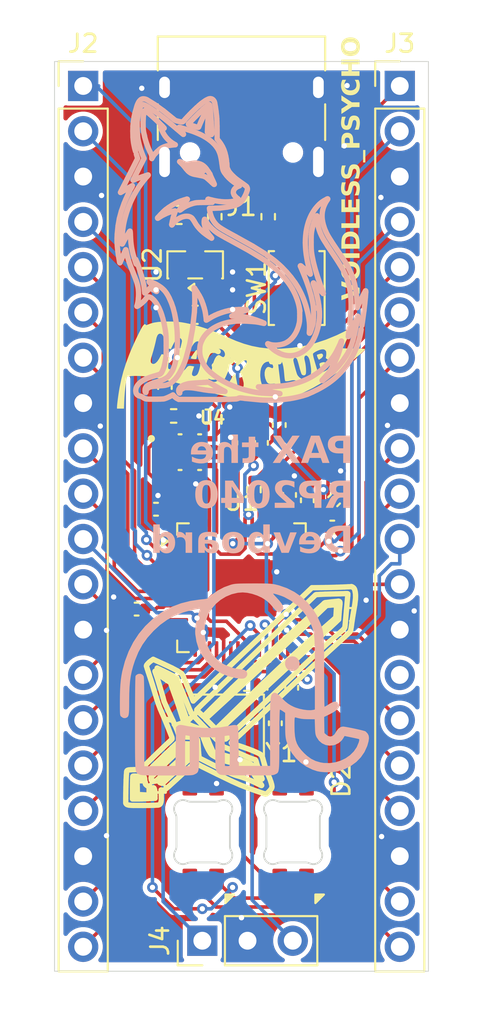
<source format=kicad_pcb>
(kicad_pcb (version 20241229) (generator "pcbnew") (generator_version "9.0")
  (layers (0 "F.Cu" signal) (2 "B.Cu" signal) (13 "F.Paste" user) (15 "B.Paste" user) (5 "F.SilkS" user "F.Silkscreen") (7 "B.SilkS" user "B.Silkscreen") (1 "F.Mask" user) (3 "B.Mask" user) (25 "Edge.Cuts" user))
  (net 0 "")
  (net 1 "+3V3")
  (net 2 "GND")
  (net 3 "+1V1")
  (net 4 "VBUS")
  (net 5 "XIN")
  (net 6 "Net-(C16-Pad2)")
  (net 7 "Net-(D1-DOUT)")
  (net 8 "GPIO24")
  (net 9 "USB_D-")
  (net 10 "USB_D+")
  (net 11 "Net-(J1-CC1)")
  (net 12 "Net-(J1-CC2)")
  (net 13 "GPIO4")
  (net 14 "GPIO3")
  (net 15 "GPIO1")
  (net 16 "GPIO2")
  (net 17 "GPIO0")
  (net 18 "GPIO5")
  (net 19 "GPIO9")
  (net 20 "GPIO10")
  (net 21 "GPIO12")
  (net 22 "GPIO8")
  (net 23 "GPIO15")
  (net 24 "GPIO13")
  (net 25 "GPIO14")
  (net 26 "GPIO11")
  (net 27 "GPIO7")
  (net 28 "GPIO6")
  (net 29 "GPIO29_ADC3")
  (net 30 "GPIO28_ADC2")
  (net 31 "GPIO21")
  (net 32 "GPIO25")
  (net 33 "GPIO27_ADC1")
  (net 34 "GPIO16")
  (net 35 "GPIO20")
  (net 36 "GPIO26_ADC0")
  (net 38 "GPIO17")
  (net 39 "GPIO23")
  (net 40 "GPIO19")
  (net 41 "RUN")
  (net 42 "GPIO18")
  (net 43 "SWCLK")
  (net 44 "SWD")
  (net 45 "Net-(U1-USB_DP)")
  (net 46 "Net-(U1-USB_DM)")
  (net 47 "XOUT")
  (net 48 "QSPI_SS")
  (net 49 "Net-(R6-Pad1)")
  (net 50 "QSPI_SCLK")
  (net 51 "QSPI_SD0")
  (net 52 "QSPI_SD1")
  (net 53 "QSPI_SD2")
  (net 54 "QSPI_SD3")
  (footprint "Capacitor_SMD:C_0402_1005Metric" (layer "F.Cu") (at 148.09 84.37)
    (property "Reference" "C18" (hide yes))
    (property "Value" "0.1uF")
  )
  (footprint "Capacitor_SMD:C_0402_1005Metric" (layer "F.Cu") (at 150.12 85.88 90)
    (property "Reference" "C12" (hide yes))
    (property "Value" "0.1uF")
  )
  (footprint "Capacitor_SMD:C_0402_1005Metric" (layer "F.Cu") (at 155.1 90.6)
    (property "Reference" "C8" (hide yes))
    (property "Value" "0.1uF")
  )
  (footprint "Crystal:Crystal_SMD_3225-4Pin_3.2x2.5mm" (layer "F.Cu") (at 149.2 101.7 180)
    (property "Reference" "Y1")
    (property "Value" "12 MHz")
  )
  (footprint "Resistor_SMD:R_0402_1005Metric" (layer "F.Cu") (at 148.5 73.2 -90)
    (property "Reference" "R1" (hide yes))
    (property "Value" "5.1k")
  )
  (footprint "Connector_PinHeader_2.54mm:PinHeader_1x03_P2.54mm_Vertical" (layer "F.Cu") (at 147.8 113.79 90)
    (property "Reference" "J4")
    (property "Value" "Conn_01x03")
  )
  (footprint "Capacitor_SMD:C_0402_1005Metric" (layer "F.Cu") (at 153.7 89.1 90)
    (property "Reference" "C5" (hide yes))
    (property "Value" "0.1uF")
  )
  (footprint "Resistor_SMD:R_0402_1005Metric" (layer "F.Cu") (at 151.7 88.5 -90)
    (property "Reference" "R4" (hide yes))
    (property "Value" "27")
  )
  (footprint "Connector_PinHeader_2.54mm:PinHeader_1x20_P2.54mm_Vertical" (layer "F.Cu") (at 141.11 65.87)
    (property "Reference" "J2")
    (property "Value" "Conn_01x20")
  )
  (footprint "Package_DFN_QFN:QFN-56-1EP_7x7mm_P0.4mm_EP3.2x3.2mm" (layer "F.Cu") (at 150 94)
    (property "Reference" "U1")
    (property "Value" "RP2040")
  )
  (footprint "Capacitor_SMD:C_0402_1005Metric" (layer "F.Cu") (at 151.82 99.61 -90)
    (property "Reference" "C2" (hide yes))
    (property "Value" "0.1uF")
  )
  (footprint "LOGO" (layer "F.Cu") (at 150.01 81.51)
    (property "Reference" "G***")
    (property "Value" "LOGO" (hide yes))
  )
  (footprint "Resistor_SMD:R_0402_1005Metric" (layer "F.Cu") (at 150.7 88.5 -90)
    (property "Reference" "R3" (hide yes))
    (property "Value" "27")
  )
  (footprint "Capacitor_SMD:C_0603_1608Metric" (layer "F.Cu") (at 147.4 78.7 180)
    (property "Reference" "C14" (hide yes))
    (property "Value" "10uF")
  )
  (footprint "Capacitor_SMD:C_0402_1005Metric" (layer "F.Cu") (at 152.7 88.8 90)
    (property "Reference" "C11" (hide yes))
    (property "Value" "0.1uF")
  )
  (footprint "Resistor_SMD:R_0402_1005Metric" (layer "F.Cu") (at 151.5 73.2 -90)
    (property "Reference" "R2" (hide yes))
    (property "Value" "5.1k")
  )
  (footprint "Connector_USB:USB_C_Receptacle_HRO_TYPE-C-31-M-12" (layer "F.Cu") (at 150 67 180)
    (property "Reference" "J1")
    (property "Value" "USB_C_Receptacle_USB2.0_14P")
  )
  (footprint "Capacitor_SMD:C_0402_1005Metric" (layer "F.Cu") (at 151.9 101.6 90)
    (property "Reference" "C16" (hide yes))
    (property "Value" "33pF")
  )
  (footprint "Hackpad:LED_6028R" (layer "F.Cu") (at 152.9 107.7 90)
    (property "Reference" "D2")
    (property "Value" "SK6812MINI")
    (fp_line (start 0.794452 -1.5) (end -0.794453 -1.5) (stroke (width 0.1)) (layer "Edge.Cuts"))
    (fp_line (start -1.699999 -0.702843) (end -1.699999 0.702841) (stroke (width 0.1)) (layer "Edge.Cuts"))
    (fp_line (start 1.699999 0.702841) (end 1.699999 -0.702843) (stroke (width 0.1)) (layer "Edge.Cuts"))
    (fp_line (start -0.794452 1.499999) (end 0.794452 1.499999) (stroke (width 0.1)) (layer "Edge.Cuts"))
    (fp_arc (start 1.046711 -1.5683) (mid 0.925123 -1.517378) (end 0.794453 -1.500001) (stroke (width 0.1)) (layer "Edge.Cuts"))
    (fp_arc (start 1.046711 -1.5683) (mid 1.638071 -1.504036) (end 1.749484 -0.919721) (stroke (width 0.1)) (layer "Edge.Cuts"))
    (fp_arc (start -0.794453 -1.5) (mid -0.925123 -1.517377) (end -1.046711 -1.568299) (stroke (width 0.1)) (layer "Edge.Cuts"))
    (fp_arc (start -1.749484 -0.919721) (mid -1.638071 -1.504036) (end -1.046711 -1.568299) (stroke (width 0.1)) (layer "Edge.Cuts"))
    (fp_arc (start -1.749484 -0.919721) (mid -1.712527 -0.814069) (end -1.699999 -0.702844) (stroke (width 0.1)) (layer "Edge.Cuts"))
    (fp_arc (start 1.699999 -0.702843) (mid 1.712527 -0.814069) (end 1.749484 -0.919721) (stroke (width 0.1)) (layer "Edge.Cuts"))
    (fp_arc (start -1.699999 0.702841) (mid -1.712527 0.814067) (end -1.749484 0.919719) (stroke (width 0.1)) (layer "Edge.Cuts"))
    (fp_arc (start 1.749484 0.919719) (mid 1.712527 0.814067) (end 1.699999 0.702842) (stroke (width 0.1)) (layer "Edge.Cuts"))
    (fp_arc (start 1.749484 0.919719) (mid 1.63807 1.504033) (end 1.046711 1.568296) (stroke (width 0.1)) (layer "Edge.Cuts"))
    (fp_arc (start 0.794452 1.499999) (mid 0.925122 1.517376) (end 1.04671 1.568298) (stroke (width 0.1)) (layer "Edge.Cuts"))
    (fp_arc (start -1.046711 1.568298) (mid -1.638072 1.504034) (end -1.749484 0.919718) (stroke (width 0.1)) (layer "Edge.Cuts"))
    (fp_arc (start -1.046711 1.568298) (mid -0.925123 1.517376) (end -0.794452 1.499999) (stroke (width 0.1)) (layer "Edge.Cuts"))
  )
  (footprint "Capacitor_SMD:C_0402_1005Metric" (layer "F.Cu") (at 151.12 85.88 90)
    (property "Reference" "C6" (hide yes))
    (property "Value" "0.1uF")
  )
  (footprint "Connector_PinHeader_2.54mm:PinHeader_1x20_P2.54mm_Vertical" (layer "F.Cu") (at 158.89 65.87)
    (property "Reference" "J3")
    (property "Value" "Conn_01x20")
  )
  (footprint "Resistor_SMD:R_0402_1005Metric" (layer "F.Cu") (at 150.3 99.4 180)
    (property "Reference" "R5" (hide yes))
    (property "Value" "1k")
  )
  (footprint "Resistor_SMD:R_0402_1005Metric" (layer "F.Cu") (at 146.19 84.37 180)
    (property "Reference" "R7" (hide yes))
    (property "Value" "10k")
  )
  (footprint "Capacitor_SMD:C_0402_1005Metric" (layer "F.Cu") (at 144.11 95.2 180)
    (property "Reference" "C3" (hide yes))
    (property "Value" "0.1uF")
  )
  (footprint "Capacitor_SMD:C_0402_1005Metric" (layer "F.Cu") (at 156.2 95.5)
    (property "Reference" "C9" (hide yes))
    (property "Value" "0.1uF")
  )
  (footprint "Button_Switch_SMD:SW_Push_SPST_NO_Alps_SKRK" (layer "F.Cu") (at 153.1 77.2 90)
    (property "Reference" "SW1")
    (property "Value" "SW_Push")
  )
  (footprint "Package_TO_SOT_SMD:SOT-23" (layer "F.Cu") (at 147.4 75.9 90)
    (property "Reference" "U2")
    (property "Value" "MCP1700x-330xxTT")
  )
  (footprint "Capacitor_SMD:C_0402_1005Metric" (layer "F.Cu") (at 146.5 101.6 -90)
    (property "Reference" "C15" (hide yes))
    (property "Value" "33pF")
  )
  (footprint "W25Q16JVUXIQ_TR:IC_W25Q16JVUXIQ_TR" (layer "F.Cu") (at 147.1 86.4)
    (property "Reference" "U4")
    (property "Value" "W25Q16JVUXIQ_TR")
  )
  (footprint "Capacitor_SMD:C_0402_1005Metric" (layer "F.Cu") (at 152.12 84.88 90)
    (property "Reference" "C7" (hide yes))
    (property "Value" "0.1uF")
  )
  (footprint "Hackpad:LED_6028R" (layer "F.Cu") (at 147.85 107.7 90)
    (property "Reference" "D1")
    (property "Value" "SK6812MINI")
    (fp_line (start 0.794452 -1.5) (end -0.794453 -1.5) (stroke (width 0.1)) (layer "Edge.Cuts"))
    (fp_line (start -1.699999 -0.702843) (end -1.699999 0.702841) (stroke (width 0.1)) (layer "Edge.Cuts"))
    (fp_line (start 1.699999 0.702841) (end 1.699999 -0.702843) (stroke (width 0.1)) (layer "Edge.Cuts"))
    (fp_line (start -0.794452 1.499999) (end 0.794452 1.499999) (stroke (width 0.1)) (layer "Edge.Cuts"))
    (fp_arc (start 1.046711 -1.5683) (mid 0.925123 -1.517378) (end 0.794453 -1.500001) (stroke (width 0.1)) (layer "Edge.Cuts"))
    (fp_arc (start 1.046711 -1.5683) (mid 1.638071 -1.504036) (end 1.749484 -0.919721) (stroke (width 0.1)) (layer "Edge.Cuts"))
    (fp_arc (start -0.794453 -1.5) (mid -0.925123 -1.517377) (end -1.046711 -1.568299) (stroke (width 0.1)) (layer "Edge.Cuts"))
    (fp_arc (start -1.749484 -0.919721) (mid -1.638071 -1.504036) (end -1.046711 -1.568299) (stroke (width 0.1)) (layer "Edge.Cuts"))
    (fp_arc (start -1.749484 -0.919721) (mid -1.712527 -0.814069) (end -1.699999 -0.702844) (stroke (width 0.1)) (layer "Edge.Cuts"))
    (fp_arc (start 1.699999 -0.702843) (mid 1.712527 -0.814069) (end 1.749484 -0.919721) (stroke (width 0.1)) (layer "Edge.Cuts"))
    (fp_arc (start -1.699999 0.702841) (mid -1.712527 0.814067) (end -1.749484 0.919719) (stroke (width 0.1)) (layer "Edge.Cuts"))
    (fp_arc (start 1.749484 0.919719) (mid 1.712527 0.814067) (end 1.699999 0.702842) (stroke (width 0.1)) (layer "Edge.Cuts"))
    (fp_arc (start 1.749484 0.919719) (mid 1.63807 1.504033) (end 1.046711 1.568296) (stroke (width 0.1)) (layer "Edge.Cuts"))
    (fp_arc (start 0.794452 1.499999) (mid 0.925122 1.517376) (end 1.04671 1.568298) (stroke (width 0.1)) (layer "Edge.Cuts"))
    (fp_arc (start -1.046711 1.568298) (mid -1.638072 1.504034) (end -1.749484 0.919718) (stroke (width 0.1)) (layer "Edge.Cuts"))
    (fp_arc (start -1.046711 1.568298) (mid -0.925123 1.517376) (end -0.794452 1.499999) (stroke (width 0.1)) (layer "Edge.Cuts"))
  )
  (footprint "Capacitor_SMD:C_0402_1005Metric" (layer "F.Cu") (at 155.2 89.1 45)
    (property "Reference" "C1" (hide yes))
    (property "Value" "1uF")
  )
  (footprint "Capacitor_SMD:C_0402_1005Metric" (layer "F.Cu") (at 145.2 89.6 180)
    (property "Reference" "C4" (hide yes))
    (property "Value" "0.1uF")
  )
  (footprint "Capacitor_SMD:C_0402_1005Metric" (layer "F.Cu") (at 152.82 99.61 -90)
    (property "Reference" "C10" (hide yes))
    (property "Value" "1uF")
  )
  (footprint "Capacitor_SMD:C_0603_1608Metric" (layer "F.Cu") (at 146.5 73.1 180)
    (property "Reference" "C13" (hide yes))
    (property "Value" "10uF")
  )
  (footprint "Resistor_SMD:R_0402_1005Metric" (layer "F.Cu") (at 145.7 82.7 -90)
    (property "Reference" "R6" (hide yes))
    (property "Value" "1k")
  )
  (footprint "LOGO" (layer "B.Cu") (at 150.1 99.2 180)
    (property "Reference" "G***" (hide yes))
    (property "Value" "LOGO" (hide yes))
  )
  (gr_line (start 145.479564 98.687865) (end 145.365752 98.597745) (stroke (width 0.3)) (layer "F.SilkS"))
  (gr_line (start 144.351495 104.82447) (end 144.460849 104.826562) (stroke (width 0.3)) (layer "F.SilkS"))
  (gr_line (start 155.459803 96.572501) (end 154.893134 97.061639) (stroke (width 0.3)) (layer "F.SilkS"))
  (gr_line (start 146.000913 101.138966) (end 145.868229 100.859557) (stroke (width 0.3)) (layer "F.SilkS"))
  (gr_line (start 150.574418 101.131923) (end 149.536125 102.104875) (stroke (width 0.3)) (layer "F.SilkS"))
  (gr_line (start 145.533189 103.788142) (end 145.370652 103.947587) (stroke (width 0.3)) (layer "F.SilkS"))
  (gr_line (start 147.539589 100.920683) (end 147.993749 101.335868) (stroke (width 0.3)) (layer "F.SilkS"))
  (gr_line (start 147.50045 100.829716) (end 147.500436 100.829702) (stroke (width 0.3)) (layer "F.SilkS"))
  (gr_line (start 145.041403 98.013849) (end 144.92501 98.09451) (stroke (width 0.3)) (layer "F.SilkS"))
  (gr_line (start 155.984001 93.949636) (end 155.797329 93.957964) (stroke (width 0.3)) (layer "F.SilkS"))
  (gr_line (start 149.924823 105.056449) (end 150.355568 105.225011) (stroke (width 0.3)) (layer "F.SilkS"))
  (gr_line (start 148.072651 101.977514) (end 148.993097 102.919523) (stroke (width 0.3)) (layer "F.SilkS"))
  (gr_arc (start 143.605247 104.234062) (mid 143.636155 104.224087) (end 143.667942 104.217422) (stroke (width 0.3)) (layer "F.SilkS"))
  (gr_arc (start 147.146962 102.765766) (mid 147.161204 102.767562) (end 147.174705 102.77093) (stroke (width 0.3)) (layer "F.SilkS"))
  (gr_arc (start 147.868148 102.007248) (mid 147.900023 102.027029) (end 147.920647 102.049157) (stroke (width 0.3)) (layer "F.SilkS"))
  (gr_line (start 144.408108 104.584523) (end 144.480147 104.587038) (stroke (width 0.3)) (layer "F.SilkS"))
  (gr_line (start 146.583677 98.775239) (end 146.398647 98.659113) (stroke (width 0.3)) (layer "F.SilkS"))
  (gr_line (start 146.870246 101.215351) (end 146.616316 100.47444) (stroke (width 0.3)) (layer "F.SilkS"))
  (gr_line (start 145.78529 104.769948) (end 145.68725 104.861998) (stroke (width 0.3)) (layer "F.SilkS"))
  (gr_line (start 155.475903 95.509523) (end 155.485001 95.39082) (stroke (width 0.3)) (layer "F.SilkS"))
  (gr_line (start 144.296373 105.604703) (end 144.155541 105.604523) (stroke (width 0.3)) (layer "F.SilkS"))
  (gr_arc (start 147.066644 101.680347) (mid 147.04114 101.66569) (end 147.018939 101.646392) (stroke (width 0.3)) (layer "F.SilkS"))
  (gr_line (start 146.243898 99.994874) (end 146.299338 100.144523) (stroke (width 0.3)) (layer "F.SilkS"))
  (gr_arc (start 147.49359 100.868246) (mid 147.489019 100.859234) (end 147.489205 100.849523) (stroke (width 0.3)) (layer "F.SilkS"))
  (gr_line (start 145.178295 98.798894) (end 145.159392 98.743909) (stroke (width 0.3)) (layer "F.SilkS"))
  (gr_arc (start 144.931064 104.618733) (mid 144.939767 104.601186) (end 144.951538 104.585533) (stroke (width 0.3)) (layer "F.SilkS"))
  (gr_arc (start 147.036338 102.863263) (mid 147.053136 102.880369) (end 147.067819 102.899322) (stroke (width 0.3)) (layer "F.SilkS"))
  (gr_line (start 147.760037 102.143078) (end 147.871106 102.4563) (stroke (width 0.3)) (layer "F.SilkS"))
  (gr_arc (start 155.943564 94.332975) (mid 155.955001 94.335461) (end 155.966192 94.338891) (stroke (width 0.3)) (layer "F.SilkS"))
  (gr_arc (start 155.511382 94.783322) (mid 155.52055 94.796292) (end 155.525787 94.811291) (stroke (width 0.3)) (layer "F.SilkS"))
  (gr_arc (start 154.132891 94.427622) (mid 154.150271 94.412601) (end 154.169023 94.399523) (stroke (width 0.3)) (layer "F.SilkS"))
  (gr_arc (start 150.352556 104.004224) (mid 150.372415 104.01198) (end 150.389462 104.024838) (stroke (width 0.3)) (layer "F.SilkS"))
  (gr_line (start 147.752145 101.953012) (end 147.550771 101.870142) (stroke (width 0.3)) (layer "F.SilkS"))
  (gr_line (start 146.299338 100.144523) (end 146.360701 100.313767) (stroke (width 0.3)) (layer "F.SilkS"))
  (gr_line (start 155.282664 95.944523) (end 155.456965 95.779523) (stroke (width 0.3)) (layer "F.SilkS"))
  (gr_line (start 151.725282 97.904503) (end 152.37106 97.298258) (stroke (width 0.3)) (layer "F.SilkS"))
  (gr_line (start 145.147065 98.683069) (end 145.147069 98.683064) (stroke (width 0.3)) (layer "F.SilkS"))
  (gr_arc (start 145.441777 104.875407) (mid 145.469294 104.845824) (end 145.514014 104.804752) (stroke (width 0.3)) (layer "F.SilkS"))
  (gr_line (start 148.181773 102.696142) (end 148.119466 102.540103) (stroke (width 0.3)) (layer "F.SilkS"))
  (gr_line (start 145.736035 99.139523) (end 146.011237 99.319523) (stroke (width 0.3)) (layer "F.SilkS"))
  (gr_arc (start 145.089736 105.240197) (mid 145.106639 105.281613) (end 145.118568 105.324725) (stroke (width 0.3)) (layer "F.SilkS"))
  (gr_line (start 145.250342 104.307154) (end 145.496071 104.072199) (stroke (width 0.3)) (layer "F.SilkS"))
  (gr_line (start 150.381648 103.041153) (end 150.078882 102.932792) (stroke (width 0.3)) (layer "F.SilkS"))
  (gr_line (start 154.61192 94.905813) (end 154.611926 94.90582) (stroke (width 0.3)) (layer "F.SilkS"))
  (gr_arc (start 144.075055 104.754628) (mid 144.099937 104.748123) (end 144.125233 104.743483) (stroke (width 0.3)) (layer "F.SilkS"))
  (gr_arc (start 149.068017 102.478505) (mid 149.042972 102.460136) (end 149.017588 102.435252) (stroke (width 0.3)) (layer "F.SilkS"))
  (gr_arc (start 144.525288 104.834313) (mid 144.545135 104.840004) (end 144.563867 104.848687) (stroke (width 0.3)) (layer "F.SilkS"))
  (gr_line (start 155.496726 95.257148) (end 155.509128 95.129151) (stroke (width 0.3)) (layer "F.SilkS"))
  (gr_line (start 145.126514 106.195392) (end 145.310405 106.184535) (stroke (width 0.3)) (layer "F.SilkS"))
  (gr_arc (start 151.147836 104.719523) (mid 151.138412 104.708604) (end 151.129502 104.696667) (stroke (width 0.3)) (layer "F.SilkS"))
  (gr_arc (start 149.145895 102.459278) (mid 149.126123 102.4734) (end 149.103962 102.483127) (stroke (width 0.3)) (layer "F.SilkS"))
  (gr_arc (start 144.95506 104.804688) (mid 144.943765 104.790762) (end 144.936908 104.774191) (stroke (width 0.3)) (layer "F.SilkS"))
  (gr_line (start 145.47337 104.94497) (end 145.447079 104.936631) (stroke (width 0.3)) (layer "F.SilkS"))
  (gr_line (start 149.631071 102.784201) (end 149.526939 102.745713) (stroke (width 0.3)) (layer "F.SilkS"))
  (gr_line (start 149.754705 102.825386) (end 149.631071 102.784201) (stroke (width 0.3)) (layer "F.SilkS"))
  (gr_line (start 151.416136 105.541192) (end 151.461556 105.503833) (stroke (width 0.3)) (layer "F.SilkS"))
  (gr_line (start 144.764847 98.723615) (end 144.828624 98.915545) (stroke (width 0.3)) (layer "F.SilkS"))
  (gr_line (start 151.044207 105.055486) (end 150.955593 105.01546) (stroke (width 0.3)) (layer "F.SilkS"))
  (gr_line (start 149.973033 103.923045) (end 150.154533 103.961405) (stroke (width 0.3)) (layer "F.SilkS"))
  (gr_line (start 144.054064 104.800073) (end 144.054757 104.925917) (stroke (width 0.3)) (layer "F.SilkS"))
  (gr_line (start 145.318877 103.72811) (end 145.529986 103.524885) (stroke (width 0.3)) (layer "F.SilkS"))
  (gr_line (start 147.868148 102.007248) (end 147.752145 101.953012) (stroke (width 0.3)) (layer "F.SilkS"))
  (gr_arc (start 155.888635 94.329818) (mid 155.893384 94.329712) (end 155.912077 94.329817) (stroke (width 0.3)) (layer "F.SilkS"))
  (gr_arc (start 151.13131 105.085418) (mid 151.126079 105.088212) (end 151.120138 105.0876) (stroke (width 0.3)) (layer "F.SilkS"))
  (gr_line (start 146.986253 101.588768) (end 146.956391 101.494523) (stroke (width 0.3)) (layer "F.SilkS"))
  (gr_line (start 147.211429 103.136081) (end 147.210652 103.489523) (stroke (width 0.3)) (layer "F.SilkS"))
  (gr_line (start 146.954448 104.194235) (end 147.098413 104.064163) (stroke (width 0.3)) (layer "F.SilkS"))
  (gr_line (start 155.807242 94.333388) (end 155.888635 94.329818) (stroke (width 0.3)) (layer "F.SilkS"))
  (gr_arc (start 145.048997 105.214523) (mid 145.073083 105.22147) (end 145.089736 105.240197) (stroke (width 0.3)) (layer "F.SilkS"))
  (gr_line (start 152.37106 97.298258) (end 153.036987 96.665796) (stroke (width 0.3)) (layer "F.SilkS"))
  (gr_line (start 151.066628 104.605804) (end 150.992727 104.497388) (stroke (width 0.3)) (layer "F.SilkS"))
  (gr_line (start 149.480497 99.613572) (end 148.309957 100.769385) (stroke (width 0.3)) (layer "F.SilkS"))
  (gr_arc (start 144.125233 104.743483) (mid 144.163637 104.738971) (end 144.202146 104.736549) (stroke (width 0.3)) (layer "F.SilkS"))
  (gr_line (start 146.257816 103.085383) (end 145.995283 103.328581) (stroke (width 0.3)) (layer "F.SilkS"))
  (gr_arc (start 156.170659 93.939533) (mid 156.157993 93.941104) (end 156.145114 93.942041) (stroke (width 0.3)) (layer "F.SilkS"))
  (gr_arc (start 155.727042 96.33305) (mid 155.679494 96.381295) (end 155.604544 96.448657) (stroke (width 0.3)) (layer "F.SilkS"))
  (gr_line (start 145.218638 104.093874) (end 145.106068 104.198588) (stroke (width 0.3)) (layer "F.SilkS"))
  (gr_line (start 152.363079 98.27272) (end 151.056946 99.505228) (stroke (width 0.3)) (layer "F.SilkS"))
  (gr_line (start 148.023097 102.283871) (end 147.979126 102.174171) (stroke (width 0.3)) (layer "F.SilkS"))
  (gr_line (start 148.533098 101.897757) (end 148.263972 101.630778) (stroke (width 0.3)) (layer "F.SilkS"))
  (gr_line (start 144.062205 105.243257) (end 144.077205 105.676991) (stroke (width 0.3)) (layer "F.SilkS"))
  (gr_arc (start 155.525787 94.811291) (mid 155.529615 94.835826) (end 155.531492 94.860587) (stroke (width 0.3)) (layer "F.SilkS"))
  (gr_arc (start 155.439072 94.756257) (mid 155.478825 94.761581) (end 155.511382 94.783322) (stroke (width 0.3)) (layer "F.SilkS"))
  (gr_arc (start 143.5684 106.153934) (mid 143.530758 106.125635) (end 143.506001 106.085568) (stroke (width 0.3)) (layer "F.SilkS"))
  (gr_line (start 149.057205 104.258489) (end 148.615451 104.042076) (stroke (width 0.3)) (layer "F.SilkS"))
  (gr_line (start 144.367289 105.606069) (end 144.380466 105.716238) (stroke (width 0.3)) (layer "F.SilkS"))
  (gr_arc (start 146.583677 98.775239) (mid 146.64952 98.828961) (end 146.685047 98.88135) (stroke (width 0.3)) (layer "F.SilkS"))
  (gr_arc (start 147.163256 101.022593) (mid 147.155065 101.00961) (end 147.152205 100.994607) (stroke (width 0.3)) (layer "F.SilkS"))
  (gr_line (start 154.209932 94.386767) (end 154.429648 94.373415) (stroke (width 0.3)) (layer "F.SilkS"))
  (gr_arc (start 148.573822 101.914523) (mid 148.551866 101.910198) (end 148.533098 101.897757) (stroke (width 0.3)) (layer "F.SilkS"))
  (gr_line (start 144.468539 105.610489) (end 144.367289 105.606069) (stroke (width 0.3)) (layer "F.SilkS"))
  (gr_line (start 146.682649 102.877109) (end 146.608213 102.889553) (stroke (width 0.3)) (layer "F.SilkS"))
  (gr_arc (start 146.085838 102.372893) (mid 146.098065 102.415784) (end 146.101882 102.459771) (stroke (width 0.3)) (layer "F.SilkS"))
  (gr_line (start 144.874931 104.408422) (end 144.847727 104.308926) (stroke (width 0.3)) (layer "F.SilkS"))
  (gr_arc (start 147.174705 102.77093) (mid 147.186597 102.778542) (end 147.192976 102.791139) (stroke (width 0.3)) (layer "F.SilkS"))
  (gr_arc (start 144.516008 104.597295) (mid 144.528042 104.606464) (end 144.536535 104.618988) (stroke (width 0.3)) (layer "F.SilkS"))
  (gr_arc (start 156.127072 96.397678) (mid 156.119651 96.424591) (end 156.1108 96.444859) (stroke (width 0.3)) (layer "F.SilkS"))
  (gr_arc (start 151.132454 105.074795) (mid 151.133776 105.080298) (end 151.13131 105.085418) (stroke (width 0.3)) (layer "F.SilkS"))
  (gr_line (start 144.137205 104.824418) (end 144.351495 104.82447) (stroke (width 0.3)) (layer "F.SilkS"))
  (gr_arc (start 148.712205 102.066612) (mid 148.716247 102.047177) (end 148.727706 102.030948) (stroke (width 0.3)) (layer "F.SilkS"))
  (gr_arc (start 147.150146 100.975248) (mid 147.151691 100.984873) (end 147.152205 100.994607) (stroke (width 0.3)) (layer "F.SilkS"))
  (gr_line (start 146.09273 102.483459) (end 146.092746 102.483474) (stroke (width 0.3)) (layer "F.SilkS"))
  (gr_line (start 145.886712 104.673008) (end 145.78529 104.769948) (stroke (width 0.3)) (layer "F.SilkS"))
  (gr_line (start 147.839806 104.059874) (end 148.641768 104.455709) (stroke (width 0.3)) (layer "F.SilkS"))
  (gr_arc (start 148.937346 103.664779) (mid 148.790261 103.608953) (end 148.646517 103.545013) (stroke (width 0.3)) (layer "F.SilkS"))
  (gr_line (start 145.007205 105.709177) (end 145.000575 105.46185) (stroke (width 0.3)) (layer "F.SilkS"))
  (gr_line (start 144.595135 105.832251) (end 144.416861 105.838585) (stroke (width 0.3)) (layer "F.SilkS"))
  (gr_line (start 147.237703 101.935745) (end 147.363454 101.982818) (stroke (width 0.3)) (layer "F.SilkS"))
  (gr_arc (start 144.563867 104.848687) (mid 144.575978 104.858565) (end 144.583995 104.871977) (stroke (width 0.3)) (layer "F.SilkS"))
  (gr_line (start 150.444356 104.084756) (end 150.489253 104.143566) (stroke (width 0.3)) (layer "F.SilkS"))
  (gr_arc (start 145.266486 98.517672) (mid 145.263327 98.513672) (end 145.262205 98.508703) (stroke (width 0.3)) (layer "F.SilkS"))
  (gr_line (start 151.488614 104.464446) (end 151.43375 104.33156) (stroke (width 0.3)) (layer "F.SilkS"))
  (gr_line (start 147.20685 102.915912) (end 146.898835 103.048534) (stroke (width 0.3)) (layer "F.SilkS"))
  (gr_line (start 145.42542 98.580302) (end 145.604756 98.666713) (stroke (width 0.3)) (layer "F.SilkS"))
  (gr_line (start 146.360243 99.73831) (end 146.248247 99.443132) (stroke (width 0.3)) (layer "F.SilkS"))
  (gr_line (start 147.86271 101.219761) (end 147.671957 101.049642) (stroke (width 0.3)) (layer "F.SilkS"))
  (gr_line (start 146.608213 102.889553) (end 146.546687 102.896449) (stroke (width 0.3)) (layer "F.SilkS"))
  (gr_arc (start 144.925844 104.713805) (mid 144.923574 104.686101) (end 144.923227 104.658307) (stroke (width 0.3)) (layer "F.SilkS"))
  (gr_line (start 143.535115 104.500757) (end 143.521922 104.768241) (stroke (width 0.3)) (layer "F.SilkS"))
  (gr_line (start 148.053881 101.284817) (end 149.257588 100.180919) (stroke (width 0.3)) (layer "F.SilkS"))
  (gr_arc (start 156.188396 93.941357) (mid 156.202726 93.9471) (end 156.216712 93.953635) (stroke (width 0.3)) (layer "F.SilkS"))
  (gr_line (start 145.604756 98.666713) (end 145.817832 98.772064) (stroke (width 0.3)) (layer "F.SilkS"))
  (gr_line (start 146.208192 103.386391) (end 146.400474 103.214257) (stroke (width 0.3)) (layer "F.SilkS"))
  (gr_line (start 144.034703 104.561096) (end 144.104106 104.566366) (stroke (width 0.3)) (layer "F.SilkS"))
  (gr_line (start 153.272303 95.253208) (end 154.132891 94.427622) (stroke (width 0.3)) (layer "F.SilkS"))
  (gr_arc (start 150.389462 104.024838) (mid 150.417612 104.054153) (end 150.489253 104.143566) (stroke (width 0.3)) (layer "F.SilkS"))
  (gr_line (start 143.888814 104.771314) (end 143.895591 104.592689) (stroke (width 0.3)) (layer "F.SilkS"))
  (gr_line (start 150.418034 103.840351) (end 150.092244 103.713701) (stroke (width 0.3)) (layer "F.SilkS"))
  (gr_line (start 144.549548 104.659523) (end 144.563885 104.734523) (stroke (width 0.3)) (layer "F.SilkS"))
  (gr_line (start 145.592193 100.145067) (end 145.43374 99.608731) (stroke (width 0.3)) (layer "F.SilkS"))
  (gr_arc (start 145.612822 104.922355) (mid 145.585295 104.940956) (end 145.556567 104.957642) (stroke (width 0.3)) (layer "F.SilkS"))
  (gr_line (start 145.43374 99.608731) (end 145.274825 99.081243) (stroke (width 0.3)) (layer "F.SilkS"))
  (gr_line (start 148.418196 103.228688) (end 148.298744 102.969106) (stroke (width 0.3)) (layer "F.SilkS"))
  (gr_arc (start 145.68725 104.861998) (mid 145.650808 104.893185) (end 145.612822 104.922355) (stroke (width 0.3)) (layer "F.SilkS"))
  (gr_line (start 145.170482 100.009523) (end 145.256697 100.290036) (stroke (width 0.3)) (layer "F.SilkS"))
  (gr_arc (start 156.248775 93.971955) (mid 156.264879 93.982897) (end 156.280457 93.994575) (stroke (width 0.3)) (layer "F.SilkS"))
  (gr_line (start 151.574056 105.394786) (end 151.637435 105.322231) (stroke (width 0.3)) (layer "F.SilkS"))
  (gr_line (start 146.184496 99.830367) (end 146.243898 99.994874) (stroke (width 0.3)) (layer "F.SilkS"))
  (gr_line (start 144.054757 104.925917) (end 144.057234 105.074339) (stroke (width 0.3)) (layer "F.SilkS"))
  (gr_line (start 146.522438 100.791619) (end 146.595784 101.019964) (stroke (width 0.3)) (layer "F.SilkS"))
  (gr_line (start 146.398647 98.659113) (end 146.092993 98.498492) (stroke (width 0.3)) (layer "F.SilkS"))
  (gr_line (start 145.500037 104.953455) (end 145.47337 104.94497) (stroke (width 0.3)) (layer "F.SilkS"))
  (gr_line (start 146.092993 98.498492) (end 145.639304 98.285783) (stroke (width 0.3)) (layer "F.SilkS"))
  (gr_line (start 149.193379 101.327209) (end 148.876323 101.634726) (stroke (width 0.3)) (layer "F.SilkS"))
  (gr_arc (start 144.923227 104.658307) (mid 144.925431 104.638181) (end 144.931064 104.618733) (stroke (width 0.3)) (layer "F.SilkS"))
  (gr_line (start 150.955593 105.01546) (end 150.852833 104.965479) (stroke (width 0.3)) (layer "F.SilkS"))
  (gr_line (start 146.408681 103.996474) (end 146.821434 103.604951) (stroke (width 0.3)) (layer "F.SilkS"))
  (gr_line (start 156.258792 95.560751) (end 156.28868 95.389523) (stroke (width 0.3)) (layer "F.SilkS"))
  (gr_arc (start 145.182539 104.835947) (mid 145.15878 104.842637) (end 145.134157 104.844377) (stroke (width 0.3)) (layer "F.SilkS"))
  (gr_line (start 146.018674 104.550861) (end 145.886712 104.673008) (stroke (width 0.3)) (layer "F.SilkS"))
  (gr_line (start 153.165928 97.92178) (end 153.931692 97.212032) (stroke (width 0.3)) (layer "F.SilkS"))
  (gr_line (start 145.370652 103.947587) (end 145.218638 104.093874) (stroke (width 0.3)) (layer "F.SilkS"))
  (gr_line (start 155.100137 94.968256) (end 155.175566 94.962708) (stroke (width 0.3)) (layer "F.SilkS"))
  (gr_arc (start 146.882318 103.247013) (mid 146.876218 103.27471) (end 146.852812 103.311157) (stroke (width 0.3)) (layer "F.SilkS"))
  (gr_line (start 149.536125 102.104875) (end 149.145895 102.459278) (stroke (width 0.3)) (layer "F.SilkS"))
  (gr_arc (start 144.744311 98.253704) (mid 144.786221 98.20988) (end 144.830541 98.168496) (stroke (width 0.3)) (layer "F.SilkS"))
  (gr_line (start 156.145281 96.31059) (end 156.164527 96.199177) (stroke (width 0.3)) (layer "F.SilkS"))
  (gr_arc (start 144.583995 104.871977) (mid 144.587841 104.883038) (end 144.593588 104.906831) (stroke (width 0.3)) (layer "F.SilkS"))
  (gr_line (start 150.333358 99.193362) (end 150.992205 98.585792) (stroke (width 0.3)) (layer "F.SilkS"))
  (gr_line (start 149.583829 104.483527) (end 149.451663 104.433058) (stroke (width 0.3)) (layer "F.SilkS"))
  (gr_arc (start 149.453246 103.807765) (mid 149.113936 103.721838) (end 148.937346 103.664779) (stroke (width 0.3)) (layer "F.SilkS"))
  (gr_line (start 144.759705 105.824772) (end 144.595135 105.832251) (stroke (width 0.3)) (layer "F.SilkS"))
  (gr_line (start 146.907241 102.368166) (end 146.822205 102.364742) (stroke (width 0.3)) (layer "F.SilkS"))
  (gr_arc (start 144.998196 105.316555) (mid 144.999553 105.285513) (end 145.003993 105.254814) (stroke (width 0.3)) (layer "F.SilkS"))
  (gr_line (start 147.872205 100.458556) (end 148.130587 100.209579) (stroke (width 0.3)) (layer "F.SilkS"))
  (gr_arc (start 145.417807 104.912088) (mid 145.428515 104.892913) (end 145.441777 104.875407) (stroke (width 0.3)) (layer "F.SilkS"))
  (gr_line (start 146.371484 102.730831) (end 146.754344 102.745025) (stroke (width 0.3)) (layer "F.SilkS"))
  (gr_line (start 154.737507 93.991164) (end 154.492828 93.994953) (stroke (width 0.3)) (layer "F.SilkS"))
  (gr_line (start 146.266717 101.715775) (end 146.956391 101.494523) (stroke (width 0.3)) (layer "F.SilkS"))
  (gr_line (start 147.120628 99.926492) (end 146.931514 99.465294) (stroke (width 0.3)) (layer "F.SilkS"))
  (gr_arc (start 151.688575 105.010212) (mid 151.708908 105.104253) (end 151.712205 105.161253) (stroke (width 0.3)) (layer "F.SilkS"))
  (gr_line (start 155.231317 94.959566) (end 155.345428 94.954523) (stroke (width 0.3)) (layer "F.SilkS"))
  (gr_line (start 148.263972 101.630778) (end 147.992364 101.358747) (stroke (width 0.3)) (layer "F.SilkS"))
  (gr_line (start 148.766877 102.145596) (end 148.717653 102.082397) (stroke (width 0.3)) (layer "F.SilkS"))
  (gr_line (start 147.389621 103.802139) (end 147.503444 103.873263) (stroke (width 0.3)) (layer "F.SilkS"))
  (gr_line (start 156.391139 94.258203) (end 156.377493 94.189568) (stroke (width 0.3)) (layer "F.SilkS"))
  (gr_line (start 151.654874 104.888795) (end 151.584946 104.693766) (stroke (width 0.3)) (layer "F.SilkS"))
  (gr_line (start 150.826146 103.747892) (end 150.836864 103.786724) (stroke (width 0.3)) (layer "F.SilkS"))
  (gr_arc (start 156.1108 96.444859) (mid 156.097375 96.466518) (end 156.079917 96.486541) (stroke (width 0.3)) (layer "F.SilkS"))
  (gr_line (start 147.671957 101.049642) (end 147.599434 100.982275) (stroke (width 0.3)) (layer "F.SilkS"))
  (gr_line (start 145.437258 100.794945) (end 145.524635 100.999523) (stroke (width 0.3)) (layer "F.SilkS"))
  (gr_line (start 150.837228 105.397392) (end 151.309569 105.557844) (stroke (width 0.3)) (layer "F.SilkS"))
  (gr_line (start 154.329957 95.159048) (end 154.008194 95.446792) (stroke (width 0.3)) (layer "F.SilkS"))
  (gr_line (start 152.252205 98.763688) (end 153.165928 97.92178) (stroke (width 0.3)) (layer "F.SilkS"))
  (gr_line (start 155.456965 95.779523) (end 155.475903 95.509523) (stroke (width 0.3)) (layer "F.SilkS"))
  (gr_line (start 151.184023 97.263556) (end 152.31347 96.174825) (stroke (width 0.3)) (layer "F.SilkS"))
  (gr_line (start 147.871106 102.4563) (end 148.00272 102.79528) (stroke (width 0.3)) (layer "F.SilkS"))
  (gr_arc (start 146.917939 101.809667) (mid 146.87263 101.768875) (end 146.838144 101.718601) (stroke (width 0.3)) (layer "F.SilkS"))
  (gr_arc (start 145.377572 106.166457) (mid 145.344829 106.17868) (end 145.310405 106.184535) (stroke (width 0.3)) (layer "F.SilkS"))
  (gr_arc (start 156.216712 93.953635) (mid 156.232992 93.962359) (end 156.248775 93.971955) (stroke (width 0.3)) (layer "F.SilkS"))
  (gr_arc (start 145.556567 104.957642) (mid 145.53999 104.962627) (end 145.52279 104.960725) (stroke (width 0.3)) (layer "F.SilkS"))
  (gr_line (start 150.017205 103.346315) (end 150.294355 103.467047) (stroke (width 0.3)) (layer "F.SilkS"))
  (gr_line (start 144.596856 104.922525) (end 144.600877 104.951705) (stroke (width 0.3)) (layer "F.SilkS"))
  (gr_arc (start 146.476735 102.89528) (mid 146.50052 102.885357) (end 146.525191 102.891368) (stroke (width 0.3)) (layer "F.SilkS"))
  (gr_arc (start 143.667942 104.217422) (mid 143.720194 104.210733) (end 143.772839 104.206843) (stroke (width 0.3)) (layer "F.SilkS"))
  (gr_arc (start 144.936908 104.774191) (mid 144.930392 104.744178) (end 144.925844 104.713805) (stroke (width 0.3)) (layer "F.SilkS"))
  (gr_line (start 156.145114 93.942041) (end 155.984001 93.949636) (stroke (width 0.3)) (layer "F.SilkS"))
  (gr_line (start 153.931692 97.212032) (end 154.616919 96.5719) (stroke (width 0.3)) (layer "F.SilkS"))
  (gr_arc (start 146.80261 103.033877) (mid 146.836815 103.028444) (end 146.871414 103.028239) (stroke (width 0.3)) (layer "F.SilkS"))
  (gr_line (start 150.810974 103.214819) (end 150.652858 103.146576) (stroke (width 0.3)) (layer "F.SilkS"))
  (gr_line (start 153.629482 97.12776) (end 152.363079 98.27272) (stroke (width 0.3)) (layer "F.SilkS"))
  (gr_line (start 156.079917 96.486541) (end 156.079921 96.486545) (stroke (width 0.3)) (layer "F.SilkS"))
  (gr_line (start 149.439084 102.683145) (end 149.49154 102.629876) (stroke (width 0.3)) (layer "F.SilkS"))
  (gr_line (start 150.576602 104.835629) (end 150.287863 104.715999) (stroke (width 0.3)) (layer "F.SilkS"))
  (gr_arc (start 155.806951 96.202617) (mid 155.798179 96.233902) (end 155.783046 96.262631) (stroke (width 0.3)) (layer "F.SilkS"))
  (gr_arc (start 155.966192 94.338891) (mid 155.970568 94.342179) (end 155.972205 94.34739) (stroke (width 0.3)) (layer "F.SilkS"))
  (gr_line (start 155.967814 94.446625) (end 155.894531 95.2723) (stroke (width 0.3)) (layer "F.SilkS"))
  (gr_line (start 153.83499 95.901102) (end 154.772775 94.999523) (stroke (width 0.3)) (layer "F.SilkS"))
  (gr_arc (start 147.489205 100.849523) (mid 147.493531 100.838918) (end 147.50045 100.829716) (stroke (width 0.3)) (layer "F.SilkS"))
  (gr_line (start 144.711091 98.556034) (end 144.764847 98.723615) (stroke (width 0.3)) (layer "F.SilkS"))
  (gr_line (start 146.745016 103.906574) (end 146.577993 104.054726) (stroke (width 0.3)) (layer "F.SilkS"))
  (gr_arc (start 151.131227 103.414052) (mid 151.164517 103.474964) (end 151.188597 103.539401) (stroke (width 0.3)) (layer "F.SilkS"))
  (gr_line (start 151.120134 105.087609) (end 151.044207 105.055486) (stroke (width 0.3)) (layer "F.SilkS"))
  (gr_line (start 143.882205 105.844523) (end 143.882205 105.219523) (stroke (width 0.3)) (layer "F.SilkS"))
  (gr_arc (start 144.460849 104.826562) (mid 144.493245 104.82912) (end 144.525288 104.834313) (stroke (width 0.3)) (layer "F.SilkS"))
  (gr_line (start 151.613484 100.152882) (end 150.574418 101.131923) (stroke (width 0.3)) (layer "F.SilkS"))
  (gr_line (start 144.518696 105.718923) (end 144.660199 105.717523) (stroke (width 0.3)) (layer "F.SilkS"))
  (gr_line (start 146.282205 104.31477) (end 146.157616 104.424901) (stroke (width 0.3)) (layer "F.SilkS"))
  (gr_arc (start 148.592948 101.906857) (mid 148.584153 101.912528) (end 148.573822 101.914523) (stroke (width 0.3)) (layer "F.SilkS"))
  (gr_line (start 152.31347 96.174825) (end 153.272303 95.253208) (stroke (width 0.3)) (layer "F.SilkS"))
  (gr_arc (start 155.783046 96.262631) (mid 155.756485 96.298986) (end 155.727042 96.33305) (stroke (width 0.3)) (layer "F.SilkS"))
  (gr_arc (start 144.678748 98.33448) (mid 144.71046 98.293224) (end 144.744311 98.253704) (stroke (width 0.3)) (layer "F.SilkS"))
  (gr_line (start 144.931875 105.51147) (end 144.932205 105.643416) (stroke (width 0.3)) (layer "F.SilkS"))
  (gr_line (start 145.976863 102.605814) (end 145.899382 102.67651) (stroke (width 0.3)) (layer "F.SilkS"))
  (gr_line (start 144.104106 104.566366) (end 144.18113 104.57332) (stroke (width 0.3)) (layer "F.SilkS"))
  (gr_line (start 151.082479 104.998672) (end 151.132454 105.074795) (stroke (width 0.3)) (layer "F.SilkS"))
  (gr_line (start 146.092746 102.483474) (end 146.042265 102.539836) (stroke (width 0.3)) (layer "F.SilkS"))
  (gr_line (start 148.767701 103.322975) (end 148.418196 103.228688) (stroke (width 0.3)) (layer "F.SilkS"))
  (gr_line (start 156.181004 96.079523) (end 156.200048 95.936945) (stroke (width 0.3)) (layer "F.SilkS"))
  (gr_arc (start 145.481117 106.011316) (mid 145.465523 106.061458) (end 145.44183 106.10832) (stroke (width 0.3)) (layer "F.SilkS"))
  (gr_line (start 149.017588 102.435252) (end 148.898324 102.301981) (stroke (width 0.3)) (layer "F.SilkS"))
  (gr_line (start 144.474663 106.205997) (end 144.864133 106.202845) (stroke (width 0.3)) (layer "F.SilkS"))
  (gr_line (start 146.36079 101.935556) (end 146.266717 101.715775) (stroke (width 0.3)) (layer "F.SilkS"))
  (gr_line (start 155.821077 96.093647) (end 155.806951 96.202617) (stroke (width 0.3)) (layer "F.SilkS"))
  (gr_line (start 148.826997 102.219198) (end 148.766877 102.145596) (stroke (width 0.3)) (layer "F.SilkS"))
  (gr_line (start 149.598289 103.164767) (end 149.813487 103.257105) (stroke (width 0.3)) (layer "F.SilkS"))
  (gr_line (start 150.736778 104.125017) (end 150.660199 104.022117) (stroke (width 0.3)) (layer "F.SilkS"))
  (gr_line (start 145.636935 100.324463) (end 145.592193 100.145067) (stroke (width 0.3)) (layer "F.SilkS"))
  (gr_line (start 143.509953 105.176959) (end 143.503039 105.511135) (stroke (width 0.3)) (layer "F.SilkS"))
  (gr_line (start 148.898324 102.301981) (end 148.826997 102.219198) (stroke (width 0.3)) (layer "F.SilkS"))
  (gr_line (start 155.112461 95.840619) (end 154.997205 95.940582) (stroke (width 0.3)) (layer "F.SilkS"))
  (gr_arc (start 146.091049 99.178641) (mid 146.13538 99.230432) (end 146.172717 99.287471) (stroke (width 0.3)) (layer "F.SilkS"))
  (gr_line (start 155.317085 95.42336) (end 155.309685 95.53853) (stroke (width 0.3)) (layer "F.SilkS"))
  (gr_line (start 150.509543 104.170145) (end 150.58387 104.28184) (stroke (width 0.3)) (layer "F.SilkS"))
  (gr_line (start 145.381753 98.88238) (end 145.494876 98.969654) (stroke (width 0.3)) (layer "F.SilkS"))
  (gr_arc (start 147.083416 102.936071) (mid 147.086782 102.960751) (end 147.086778 102.985883) (stroke (width 0.3)) (layer "F.SilkS"))
  (gr_line (start 145.494876 98.969654) (end 145.619001 99.059956) (stroke (width 0.3)) (layer "F.SilkS"))
  (gr_line (start 148.139665 103.804214) (end 147.668265 103.56606) (stroke (width 0.3)) (layer "F.SilkS"))
  (gr_line (start 146.956391 101.494523) (end 146.870246 101.215351) (stroke (width 0.3)) (layer "F.SilkS"))
  (gr_line (start 150.886455 103.960883) (end 150.912876 104.038524) (stroke (width 0.3)) (layer "F.SilkS"))
  (gr_line (start 154.492828 93.994953) (end 153.95845 94.000662) (stroke (width 0.3)) (layer "F.SilkS"))
  (gr_line (start 153.95845 94.000662) (end 152.812828 95.087695) (stroke (width 0.3)) (layer "F.SilkS"))
  (gr_line (start 145.041685 104.505057) (end 145.250342 104.307154) (stroke (width 0.3)) (layer "F.SilkS"))
  (gr_arc (start 143.904705 104.571366) (mid 143.912643 104.565689) (end 143.92346 104.56306) (stroke (width 0.3)) (layer "F.SilkS"))
  (gr_arc (start 143.895591 104.592689) (mid 143.898207 104.581125) (end 143.904705 104.571366) (stroke (width 0.3)) (layer "F.SilkS"))
  (gr_line (start 155.330976 93.975873) (end 155.033263 93.984355) (stroke (width 0.3)) (layer "F.SilkS"))
  (gr_line (start 154.94499 94.982066) (end 155.019279 94.975012) (stroke (width 0.3)) (layer "F.SilkS"))
  (gr_arc (start 147.628217 103.537714) (mid 147.622585 103.529993) (end 147.619846 103.519858) (stroke (width 0.3)) (layer "F.SilkS"))
  (gr_line (start 145.868229 100.859557) (end 145.752823 100.607078) (stroke (width 0.3)) (layer "F.SilkS"))
  (gr_arc (start 147.668265 103.56606) (mid 147.647155 103.553352) (end 147.628217 103.537714) (stroke (width 0.3)) (layer "F.SilkS"))
  (gr_line (start 144.932205 105.643416) (end 144.684705 105.624149) (stroke (width 0.3)) (layer "F.SilkS"))
  (gr_line (start 145.929652 105.127606) (end 146.33985 104.754544) (stroke (width 0.3)) (layer "F.SilkS"))
  (gr_line (start 151.688575 105.010212) (end 151.654874 104.888795) (stroke (width 0.3)) (layer "F.SilkS"))
  (gr_line (start 155.033263 93.984355) (end 154.737507 93.991164) (stroke (width 0.3)) (layer "F.SilkS"))
  (gr_line (start 148.130587 100.209579) (end 148.999739 99.371126) (stroke (width 0.3)) (layer "F.SilkS"))
  (gr_line (start 146.373459 99.049396) (end 146.435191 99.214459) (stroke (width 0.3)) (layer "F.SilkS"))
  (gr_line (start 153.391228 98.451392) (end 152.311025 99.48676) (stroke (width 0.3)) (layer "F.SilkS"))
  (gr_arc (start 150.77297 103.641991) (mid 150.780046 103.645795) (end 150.786472 103.653322) (stroke (width 0.3)) (layer "F.SilkS"))
  (gr_line (start 150.661645 104.401201) (end 150.759039 104.544484) (stroke (width 0.3)) (layer "F.SilkS"))
  (gr_line (start 145.899382 102.67651) (end 145.782341 102.782845) (stroke (width 0.3)) (layer "F.SilkS"))
  (gr_line (start 154.997205 94.352929) (end 155.303106 94.346143) (stroke (width 0.3)) (layer "F.SilkS"))
  (gr_line (start 144.579623 105.616759) (end 144.468539 105.610489) (stroke (width 0.3)) (layer "F.SilkS"))
  (gr_line (start 144.367289 105.606069) (end 144.296373 105.604703) (stroke (width 0.3)) (layer "F.SilkS"))
  (gr_arc (start 146.993506 102.832794) (mid 147.015814 102.846774) (end 147.036338 102.863263) (stroke (width 0.3)) (layer "F.SilkS"))
  (gr_line (start 155.439072 94.756257) (end 155.075825 94.791736) (stroke (width 0.3)) (layer "F.SilkS"))
  (gr_arc (start 156.348053 94.084518) (mid 156.360734 94.118767) (end 156.370461 94.154203) (stroke (width 0.3)) (layer "F.SilkS"))
  (gr_line (start 155.520199 95.029523) (end 155.530005 94.930907) (stroke (width 0.3)) (layer "F.SilkS"))
  (gr_arc (start 145.939473 99.044114) (mid 146.024833 99.114973) (end 146.091049 99.178641) (stroke (width 0.3)) (layer "F.SilkS"))
  (gr_arc (start 144.881895 105.17653) (mid 144.897448 105.211872) (end 144.908715 105.248805) (stroke (width 0.3)) (layer "F.SilkS"))
  (gr_line (start 145.447079 104.936631) (end 145.425458 104.929803) (stroke (width 0.3)) (layer "F.SilkS"))
  (gr_line (start 146.042265 102.539836) (end 145.976863 102.605814) (stroke (width 0.3)) (layer "F.SilkS"))
  (gr_line (start 145.496071 104.072199) (end 145.773207 103.804796) (stroke (width 0.3)) (layer "F.SilkS"))
  (gr_line (start 145.524635 100.999523) (end 145.685895 101.369274) (stroke (width 0.3)) (layer "F.SilkS"))
  (gr_line (start 143.882205 105.219523) (end 143.883829 104.978278) (stroke (width 0.3)) (layer "F.SilkS"))
  (gr_line (start 146.094344 102.988764) (end 146.371484 102.730831) (stroke (width 0.3)) (layer "F.SilkS"))
  (gr_line (start 151.009441 104.281749) (end 151.088248 104.503201) (stroke (width 0.3)) (layer "F.SilkS"))
  (gr_arc (start 147.034013 103.293972) (mid 147.00566 103.370591) (end 146.963986 103.44086) (stroke (width 0.3)) (layer "F.SilkS"))
  (gr_line (start 145.106068 104.198588) (end 144.874931 104.408422) (stroke (width 0.3)) (layer "F.SilkS"))
  (gr_line (start 145.639304 98.285783) (end 145.041403 98.013849) (stroke (width 0.3)) (layer "F.SilkS"))
  (gr_arc (start 147.088764 102.965519) (mid 147.060146 103.182393) (end 147.034013 103.293972) (stroke (width 0.3)) (layer "F.SilkS"))
  (gr_line (start 155.019279 94.975012) (end 155.100137 94.968256) (stroke (width 0.3)) (layer "F.SilkS"))
  (gr_line (start 146.414429 104.199028) (end 146.282205 104.31477) (stroke (width 0.3)) (layer "F.SilkS"))
  (gr_line (start 145.885468 101.862276) (end 146.085838 102.372893) (stroke (width 0.3)) (layer "F.SilkS"))
  (gr_line (start 148.999739 99.371126) (end 150.031695 98.375487) (stroke (width 0.3)) (layer "F.SilkS"))
  (gr_line (start 143.968366 104.199542) (end 143.772839 104.206843) (stroke (width 0.3)) (layer "F.SilkS"))
  (gr_line (start 150.912876 104.038524) (end 150.936927 104.099911) (stroke (width 0.3)) (layer "F.SilkS"))
  (gr_line (start 154.611926 94.90582) (end 154.329957 95.159048) (stroke (width 0.3)) (layer "F.SilkS"))
  (gr_line (start 147.500436 100.829702) (end 147.605011 100.722302) (stroke (width 0.3)) (layer "F.SilkS"))
  (gr_line (start 144.155541 105.604523) (end 144.146373 105.21447) (stroke (width 0.3)) (layer "F.SilkS"))
  (gr_arc (start 144.776042 105.138548) (mid 144.733055 105.115574) (end 144.692354 105.088758) (stroke (width 0.3)) (layer "F.SilkS"))
  (gr_line (start 149.402189 103.082218) (end 149.598289 103.164767) (stroke (width 0.3)) (layer "F.SilkS"))
  (gr_line (start 146.891578 103.140796) (end 146.888218 103.16327) (stroke (width 0.3)) (layer "F.SilkS"))
  (gr_line (start 145.496728 105.629077) (end 145.485249 105.338632) (stroke (width 0.3)) (layer "F.SilkS"))
  (gr_line (start 145.718794 104.627966) (end 145.926585 104.440702) (stroke (width 0.3)) (layer "F.SilkS"))
  (gr_line (start 146.154705 103.972173) (end 145.867148 104.230425) (stroke (width 0.3)) (layer "F.SilkS"))
  (gr_line (start 145.598086 104.732284) (end 145.718794 104.627966) (stroke (width 0.3)) (layer "F.SilkS"))
  (gr_line (start 145.926585 104.440702) (end 146.166164 104.221574) (stroke (width 0.3)) (layer "F.SilkS"))
  (gr_line (start 145.685895 101.369274) (end 145.885468 101.862276) (stroke (width 0.3)) (layer "F.SilkS"))
  (gr_line (start 151.088248 104.503201) (end 151.158196 104.713396) (stroke (width 0.3)) (layer "F.SilkS"))
  (gr_line (start 150.32819 101.860623) (end 150.829132 101.390595) (stroke (width 0.3)) (layer "F.SilkS"))
  (gr_arc (start 151.704121 105.20908) (mid 151.69324 105.235966) (end 151.679731 105.261633) (stroke (width 0.3)) (layer "F.SilkS"))
  (gr_arc (start 146.954098 102.822364) (mid 146.974438 102.825179) (end 146.993506 102.832794) (stroke (width 0.3)) (layer "F.SilkS"))
  (gr_arc (start 151.158196 104.713396) (mid 151.155448 104.720666) (end 151.147836 104.719523) (stroke (width 0.3)) (layer "F.SilkS"))
  (gr_line (start 146.888929 103.778047) (end 146.745016 103.906574) (stroke (width 0.3)) (layer "F.SilkS"))
  (gr_line (start 150.947033 104.808159) (end 151.021689 104.910461) (stroke (width 0.3)) (layer "F.SilkS"))
  (gr_arc (start 145.020109 105.225865) (mid 145.033481 105.217465) (end 145.048997 105.214523) (stroke (width 0.3)) (layer "F.SilkS"))
  (gr_arc (start 148.137614 103.077142) (mid 148.066899 102.937786) (end 148.00272 102.79528) (stroke (width 0.3)) (layer "F.SilkS"))
  (gr_line (start 144.146373 105.21447) (end 144.137205 104.824418) (stroke (width 0.3)) (layer "F.SilkS"))
  (gr_arc (start 151.679731 105.261633) (mid 151.659778 105.292654) (end 151.637435 105.322231) (stroke (width 0.3)) (layer "F.SilkS"))
  (gr_arc (start 150.810974 103.214819) (mid 150.965935 103.286973) (end 151.048638 103.333783) (stroke (width 0.3)) (layer "F.SilkS"))
  (gr_line (start 156.127072 96.397678) (end 156.145281 96.31059) (stroke (width 0.3)) (layer "F.SilkS"))
  (gr_line (start 145.817832 98.772064) (end 146.373459 99.049396) (stroke (width 0.3)) (layer "F.SilkS"))
  (gr_line (start 144.346946 104.58326) (end 144.408108 104.584523) (stroke (width 0.3)) (layer "F.SilkS"))
  (gr_line (start 145.604971 104.466905) (end 145.385608 104.665608) (stroke (width 0.3)) (layer "F.SilkS"))
  (gr_line (start 150.829132 101.390595) (end 151.352205 100.894545) (stroke (width 0.3)) (layer "F.SilkS"))
  (gr_arc (start 156.377493 94.189568) (mid 156.403161 94.351872) (end 156.407772 94.446196) (stroke (width 0.3)) (layer "F.SilkS"))
  (gr_line (start 145.782341 102.782845) (end 145.555711 102.997741) (stroke (width 0.3)) (layer "F.SilkS"))
  (gr_line (start 146.577993 104.054726) (end 146.414429 104.199028) (stroke (width 0.3)) (layer "F.SilkS"))
  (gr_line (start 144.563885 104.734523) (end 144.316255 104.734523) (stroke (width 0.3)) (layer "F.SilkS"))
  (gr_line (start 145.000575 105.46185) (end 144.998196 105.316555) (stroke (width 0.3)) (layer "F.SilkS"))
  (gr_arc (start 144.886732 104.161419) (mid 144.936648 104.103354) (end 144.996911 104.041308) (stroke (width 0.3)) (layer "F.SilkS"))
  (gr_line (start 145.240398 98.759392) (end 145.301519 98.814013) (stroke (width 0.3)) (layer "F.SilkS"))
  (gr_line (start 149.265151 103.026673) (end 149.402189 103.082218) (stroke (width 0.3)) (layer "F.SilkS"))
  (gr_line (start 150.646285 103.604644) (end 150.77297 103.641991) (stroke (width 0.3)) (layer "F.SilkS"))
  (gr_line (start 148.298744 102.969106) (end 148.245014 102.847804) (stroke (width 0.3)) (layer "F.SilkS"))
  (gr_line (start 150.759039 104.544484) (end 150.859499 104.687926) (stroke (width 0.3)) (layer "F.SilkS"))
  (gr_line (start 143.521922 104.768241) (end 143.509953 105.176959) (stroke (width 0.3)) (layer "F.SilkS"))
  (gr_line (start 149.453246 103.807765) (end 149.77024 103.880545) (stroke (width 0.3)) (layer "F.SilkS"))
  (gr_line (start 150.031695 98.375487) (end 151.184023 97.263556) (stroke (width 0.3)) (layer "F.SilkS"))
  (gr_line (start 144.057234 105.074339) (end 144.062205 105.243257) (stroke (width 0.3)) (layer "F.SilkS"))
  (gr_line (start 145.867148 104.230425) (end 145.604971 104.466905) (stroke (width 0.3)) (layer "F.SilkS"))
  (gr_line (start 148.876323 101.634726) (end 148.592948 101.906857) (stroke (width 0.3)) (layer "F.SilkS"))
  (gr_line (start 148.641768 104.455709) (end 149.465585 104.853004) (stroke (width 0.3)) (layer "F.SilkS"))
  (gr_arc (start 147.041309 101.8691) (mid 146.977157 101.844514) (end 146.917939 101.809667) (stroke (width 0.3)) (layer "F.SilkS"))
  (gr_line (start 147.233514 100.2106) (end 147.120628 99.926492) (stroke (width 0.3)) (layer "F.SilkS"))
  (gr_arc (start 146.546687 102.896449) (mid 146.535514 102.895637) (end 146.525191 102.891368) (stroke (width 0.3)) (layer "F.SilkS"))
  (gr_line (start 149.252646 104.349026) (end 149.057205 104.258489) (stroke (width 0.3)) (layer "F.SilkS"))
  (gr_arc (start 146.963986 103.44086) (mid 146.8965 103.525965) (end 146.821434 103.604951) (stroke (width 0.3)) (layer "F.SilkS"))
  (gr_arc (start 143.54945 104.316442) (mid 143.555954 104.286197) (end 143.569258 104.26156) (stroke (width 0.3)) (layer "F.SilkS"))
  (gr_line (start 151.129502 104.696667) (end 151.066628 104.605804) (stroke (width 0.3)) (layer "F.SilkS"))
  (gr_line (start 153.632205 95.781126) (end 152.128854 97.131387) (stroke (width 0.3)) (layer "F.SilkS"))
  (gr_arc (start 146.898835 103.048534) (mid 146.903434 103.070099) (end 146.901114 103.092023) (stroke (width 0.3)) (layer "F.SilkS"))
  (gr_arc (start 154.169023 94.399523) (mid 154.187941 94.390772) (end 154.209932 94.386767) (stroke (width 0.3)) (layer "F.SilkS"))
  (gr_line (start 150.092244 103.713701) (end 149.562634 103.544942) (stroke (width 0.3)) (layer "F.SilkS"))
  (gr_line (start 155.783546 96.769358) (end 155.946074 96.616674) (stroke (width 0.3)) (layer "F.SilkS"))
  (gr_line (start 144.416861 105.838585) (end 144.251186 105.843015) (stroke (width 0.3)) (layer "F.SilkS"))
  (gr_line (start 154.893134 97.061639) (end 154.222878 97.670603) (stroke (width 0.3)) (layer "F.SilkS"))
  (gr_line (start 147.053256 102.374044) (end 146.907241 102.368166) (stroke (width 0.3)) (layer "F.SilkS"))
  (gr_arc (start 144.830541 98.168496) (mid 144.876674 98.13014) (end 144.92501 98.09451) (stroke (width 0.3)) (layer "F.SilkS"))
  (gr_arc (start 146.838144 101.718601) (mid 146.796591 101.630687) (end 146.76261 101.539898) (stroke (width 0.3)) (layer "F.SilkS"))
  (gr_line (start 144.684705 105.624149) (end 144.579623 105.616759) (stroke (width 0.3)) (layer "F.SilkS"))
  (gr_arc (start 144.988545 104.822707) (mid 144.970678 104.81581) (end 144.95506 104.804688) (stroke (width 0.3)) (layer "F.SilkS"))
  (gr_line (start 144.275867 105.711099) (end 144.380466 105.716238) (stroke (width 0.3)) (layer "F.SilkS"))
  (gr_line (start 144.904919 99.147611) (end 144.997693 99.440667) (stroke (width 0.3)) (layer "F.SilkS"))
  (gr_line (start 145.301519 98.814013) (end 145.381753 98.88238) (stroke (width 0.3)) (layer "F.SilkS"))
  (gr_line (start 144.266378 104.579189) (end 144.346946 104.58326) (stroke (width 0.3)) (layer "F.SilkS"))
  (gr_arc (start 145.118568 105.324725) (mid 145.130232 105.391516) (end 145.138189 105.509666) (stroke (width 0.3)) (layer "F.SilkS"))
  (gr_line (start 151.309572 105.557836) (end 151.309569 105.557844) (stroke (width 0.3)) (layer "F.SilkS"))
  (gr_arc (start 144.951538 104.585533) (mid 144.969501 104.567311) (end 144.98893 104.55066) (stroke (width 0.3)) (layer "F.SilkS"))
  (gr_line (start 147.481861 102.029691) (end 147.760037 102.143078) (stroke (width 0.3)) (layer "F.SilkS"))
  (gr_line (start 146.540117 104.571346) (end 146.755462 104.375048) (stroke (width 0.3)) (layer "F.SilkS"))
  (gr_line (start 144.928032 105.409852) (end 144.931875 105.51147) (stroke (width 0.3)) (layer "F.SilkS"))
  (gr_line (start 151.584946 104.693766) (end 151.488614 104.464446) (stroke (width 0.3)) (layer "F.SilkS"))
  (gr_line (start 146.956391 101.494523) (end 147.539589 100.920683) (stroke (width 0.3)) (layer "F.SilkS"))
  (gr_line (start 145.189004 98.716206) (end 145.240398 98.759392) (stroke (width 0.3)) (layer "F.SilkS"))
  (gr_arc (start 145.790416 105.243751) (mid 145.699592 105.312151) (end 145.643745 105.343181) (stroke (width 0.3)) (layer "F.SilkS"))
  (gr_arc (start 156.319544 94.034659) (mid 156.335324 94.058717) (end 156.348053 94.084518) (stroke (width 0.3)) (layer "F.SilkS"))
  (gr_arc (start 144.84578 105.154411) (mid 144.866951 105.160394) (end 144.881895 105.17653) (stroke (width 0.3)) (layer "F.SilkS"))
  (gr_line (start 145.091194 99.743804) (end 145.170482 100.009523) (stroke (width 0.3)) (layer "F.SilkS"))
  (gr_line (start 150.859499 104.687926) (end 150.947033 104.808159) (stroke (width 0.3)) (layer "F.SilkS"))
  (gr_line (start 148.309957 100.769385) (end 147.86271 101.219761) (stroke (width 0.3)) (layer "F.SilkS"))
  (gr_line (start 145.147069 98.683064) (end 145.189004 98.716206) (stroke (width 0.3)) (layer "F.SilkS"))
  (gr_line (start 145.752231 103.312344) (end 145.954206 103.120368) (stroke (width 0.3)) (layer "F.SilkS"))
  (gr_line (start 156.28868 95.389523) (end 156.362314 94.958736) (stroke (width 0.3)) (layer "F.SilkS"))
  (gr_arc (start 145.498608 105.816169) (mid 145.493826 105.936609) (end 145.481117 106.011316) (stroke (width 0.3)) (layer "F.SilkS"))
  (gr_arc (start 144.054064 104.800073) (mid 144.055013 104.785743) (end 144.057915 104.772023) (stroke (width 0.3)) (layer "F.SilkS"))
  (gr_arc (start 147.018939 101.646392) (mid 147.001487 101.623634) (end 146.986253 101.588768) (stroke (width 0.3)) (layer "F.SilkS"))
  (gr_line (start 147.210652 103.489523) (end 146.888929 103.778047) (stroke (width 0.3)) (layer "F.SilkS"))
  (gr_line (start 150.910363 104.374523) (end 150.823713 104.247177) (stroke (width 0.3)) (layer "F.SilkS"))
  (gr_line (start 145.289991 103.252789) (end 145.013345 103.521528) (stroke (width 0.3)) (layer "F.SilkS"))
  (gr_line (start 151.056946 99.505228) (end 149.564571 100.962023) (stroke (width 0.3)) (layer "F.SilkS"))
  (gr_line (start 150.843211 103.809721) (end 150.861837 103.880402) (stroke (width 0.3)) (layer "F.SilkS"))
  (gr_arc (start 155.531492 94.860587) (mid 155.531751 94.895764) (end 155.530005 94.930907) (stroke (width 0.3)) (layer "F.SilkS"))
  (gr_arc (start 144.275867 105.711099) (mid 144.228387 105.707093) (end 144.195162 105.701422) (stroke (width 0.3)) (layer "F.SilkS"))
  (gr_arc (start 151.048638 103.333783) (mid 151.094521 103.369196) (end 151.131227 103.414052) (stroke (width 0.3)) (layer "F.SilkS"))
  (gr_line (start 154.772775 94.999523) (end 154.94499 94.982066) (stroke (width 0.3)) (layer "F.SilkS"))
  (gr_line (start 145.138189 105.509666) (end 145.142205 105.64908) (stroke (width 0.3)) (layer "F.SilkS"))
  (gr_arc (start 143.687417 106.189535) (mid 143.626417 106.176718) (end 143.5684 106.153934) (stroke (width 0.3)) (layer "F.SilkS"))
  (gr_line (start 149.899298 102.258465) (end 150.32819 101.860623) (stroke (width 0.3)) (layer "F.SilkS"))
  (gr_line (start 151.352205 100.894545) (end 152.53299 99.77574) (stroke (width 0.3)) (layer "F.SilkS"))
  (gr_arc (start 147.067819 102.899322) (mid 147.077452 102.916918) (end 147.083416 102.936071) (stroke (width 0.3)) (layer "F.SilkS"))
  (gr_line (start 147.993749 101.335868) (end 148.053881 101.284817) (stroke (width 0.3)) (layer "F.SilkS"))
  (gr_arc (start 151.385075 105.558612) (mid 151.347498 105.564269) (end 151.309572 105.557836) (stroke (width 0.3)) (layer "F.SilkS"))
  (gr_line (start 147.578755 103.028633) (end 147.562204 102.795449) (stroke (width 0.3)) (layer "F.SilkS"))
  (gr_line (start 145.752823 100.607078) (end 145.658849 100.393704) (stroke (width 0.3)) (layer "F.SilkS"))
  (gr_line (start 147.288146 100.351677) (end 147.233514 100.2106) (stroke (width 0.3)) (layer "F.SilkS"))
  (gr_line (start 147.041309 101.8691) (end 147.122579 101.894912) (stroke (width 0.3)) (layer "F.SilkS"))
  (gr_line (start 146.090458 99.559523) (end 146.129892 99.67568) (stroke (width 0.3)) (layer "F.SilkS"))
  (gr_line (start 144.864133 106.202845) (end 145.126514 106.195392) (stroke (width 0.3)) (layer "F.SilkS"))
  (gr_line (start 147.174688 101.72528) (end 147.066644 101.680347) (stroke (width 0.3)) (layer "F.SilkS"))
  (gr_line (start 150.355568 105.225011) (end 150.837228 105.397392) (stroke (width 0.3)) (layer "F.SilkS"))
  (gr_arc (start 146.172717 99.287471) (mid 146.212921 99.364006) (end 146.248247 99.443132) (stroke (width 0.3)) (layer "F.SilkS"))
  (gr_line (start 143.883829 104.978278) (end 143.888814 104.771314) (stroke (width 0.3)) (layer "F.SilkS"))
  (gr_line (start 155.597205 96.938014) (end 155.783546 96.769358) (stroke (width 0.3)) (layer "F.SilkS"))
  (gr_line (start 147.098413 104.064163) (end 147.389621 103.802139) (stroke (width 0.3)) (layer "F.SilkS"))
  (gr_line (start 149.477676 98.263202) (end 147.288146 100.351677) (stroke (width 0.3)) (layer "F.SilkS"))
  (gr_line (start 155.485001 95.39082) (end 155.496726 95.257148) (stroke (width 0.3)) (layer "F.SilkS"))
  (gr_line (start 145.614705 98.792203) (end 145.479564 98.687865) (stroke (width 0.3)) (layer "F.SilkS"))
  (gr_line (start 143.939068 106.204699) (end 144.474663 106.205997) (stroke (width 0.3)) (layer "F.SilkS"))
  (gr_line (start 147.619846 103.519858) (end 147.605855 103.380668) (stroke (width 0.3)) (layer "F.SilkS"))
  (gr_arc (start 145.262205 98.508703) (mid 145.263849 98.505756) (end 145.267984 98.505857) (stroke (width 0.3)) (layer "F.SilkS"))
  (gr_line (start 155.175566 94.962708) (end 155.231317 94.959566) (stroke (width 0.3)) (layer "F.SilkS"))
  (gr_line (start 149.451663 104.433058) (end 149.252646 104.349026) (stroke (width 0.3)) (layer "F.SilkS"))
  (gr_line (start 155.946074 96.616674) (end 156.079921 96.486545) (stroke (width 0.3)) (layer "F.SilkS"))
  (gr_line (start 146.888218 103.16327) (end 146.884082 103.204134) (stroke (width 0.3)) (layer "F.SilkS"))
  (gr_line (start 152.128854 97.131387) (end 150.749467 98.404734) (stroke (width 0.3)) (layer "F.SilkS"))
  (gr_line (start 155.345428 94.954523) (end 155.325138 95.292023) (stroke (width 0.3)) (layer "F.SilkS"))
  (gr_line (start 146.731947 98.982911) (end 146.685047 98.88135) (stroke (width 0.3)) (layer "F.SilkS"))
  (gr_line (start 150.852833 104.965479) (end 150.576602 104.835629) (stroke (width 0.3)) (layer "F.SilkS"))
  (gr_line (start 154.429648 94.373415) (end 154.691367 94.361502) (stroke (width 0.3)) (layer "F.SilkS"))
  (gr_line (start 149.556785 102.56721) (end 149.634197 102.49735) (stroke (width 0.3)) (layer "F.SilkS"))
  (gr_line (start 145.256697 100.290036) (end 145.346771 100.554972) (stroke (width 0.3)) (layer "F.SilkS"))
  (gr_arc (start 150.806332 103.694376) (mid 150.816908 103.720886) (end 150.836864 103.786724) (stroke (width 0.3)) (layer "F.SilkS"))
  (gr_line (start 145.790416 105.243751) (end 145.929652 105.127606) (stroke (width 0.3)) (layer "F.SilkS"))
  (gr_line (start 143.54945 104.316442) (end 143.535115 104.500757) (stroke (width 0.3)) (layer "F.SilkS"))
  (gr_line (start 146.658989 103.070412) (end 146.80261 103.033877) (stroke (width 0.3)) (layer "F.SilkS"))
  (gr_line (start 150.008721 104.615066) (end 149.663337 104.512824) (stroke (width 0.3)) (layer "F.SilkS"))
  (gr_arc (start 145.003993 105.254814) (mid 145.009762 105.239067) (end 145.020109 105.225865) (stroke (width 0.3)) (layer "F.SilkS"))
  (gr_arc (start 149.432205 102.698786) (mid 149.43376 102.690874) (end 149.439084 102.683145) (stroke (width 0.3)) (layer "F.SilkS"))
  (gr_line (start 152.311025 99.48676) (end 151.613484 100.152882) (stroke (width 0.3)) (layer "F.SilkS"))
  (gr_line (start 146.765131 102.858806) (end 146.682649 102.877109) (stroke (width 0.3)) (layer "F.SilkS"))
  (gr_arc (start 145.142205 98.685387) (mid 145.143885 98.682729) (end 145.147065 98.683069) (stroke (width 0.3)) (layer "F.SilkS"))
  (gr_line (start 143.5 105.8) (end 143.499404 106.051634) (stroke (width 0.3)) (layer "F.SilkS"))
  (gr_line (start 150.749467 98.404734) (end 149.480497 99.613572) (stroke (width 0.3)) (layer "F.SilkS"))
  (gr_line (start 151.120138 105.0876) (end 151.120134 105.087609) (stroke (width 0.3)) (layer "F.SilkS"))
  (gr_arc (start 145.643745 105.343181) (mid 145.60359 105.355328) (end 145.561667 105.353915) (stroke (width 0.3)) (layer "F.SilkS"))
  (gr_arc (start 156.407772 94.446196) (mid 156.406059 94.556361) (end 156.39886 94.6663) (stroke (width 0.3)) (layer "F.SilkS"))
  (gr_line (start 149.693271 101.129706) (end 150.817461 100.08597) (stroke (width 0.3)) (layer "F.SilkS"))
  (gr_line (start 144.997693 99.440667) (end 145.091194 99.743804) (stroke (width 0.3)) (layer "F.SilkS"))
  (gr_arc (start 147.143564 100.95042) (mid 147.14715 100.962756) (end 147.150146 100.975248) (stroke (width 0.3)) (layer "F.SilkS"))
  (gr_line (start 146.33985 104.754544) (end 146.540117 104.571346) (stroke (width 0.3)) (layer "F.SilkS"))
  (gr_line (start 150.489253 104.143566) (end 150.509543 104.170145) (stroke (width 0.3)) (layer "F.SilkS"))
  (gr_line (start 151.021689 104.910461) (end 151.082479 104.998672) (stroke (width 0.3)) (layer "F.SilkS"))
  (gr_line (start 152.812828 95.087695) (end 152.225838 95.645388) (stroke (width 0.3)) (layer "F.SilkS"))
  (gr_arc (start 148.2664 103.289812) (mid 148.199258 103.185142) (end 148.137614 103.077142) (stroke (width 0.3)) (layer "F.SilkS"))
  (gr_line (start 145.529986 103.524885) (end 145.752231 103.312344) (stroke (width 0.3)) (layer "F.SilkS"))
  (gr_arc (start 146.891839 102.829342) (mid 146.925544 102.823555) (end 146.954098 102.822364) (stroke (width 0.3)) (layer "F.SilkS"))
  (gr_line (start 150.287863 104.715999) (end 150.008721 104.615066) (stroke (width 0.3)) (layer "F.SilkS"))
  (gr_line (start 146.129892 99.67568) (end 146.184496 99.830367) (stroke (width 0.3)) (layer "F.SilkS"))
  (gr_line (start 146.903758 102.751314) (end 147.035755 102.75849) (stroke (width 0.3)) (layer "F.SilkS"))
  (gr_arc (start 155.972205 94.34739) (mid 155.971114 94.396918) (end 155.967811 94.446625) (stroke (width 0.3)) (layer "F.SilkS"))
  (gr_line (start 149.49154 102.629876) (end 149.556785 102.56721) (stroke (width 0.3)) (layer "F.SilkS"))
  (gr_line (start 146.852812 103.311157) (end 146.745188 103.427804) (stroke (width 0.3)) (layer "F.SilkS"))
  (gr_arc (start 145.658849 100.393704) (mid 145.646134 100.35973) (end 145.636935 100.324463) (stroke (width 0.3)) (layer "F.SilkS"))
  (gr_line (start 155.075825 94.791736) (end 154.714943 94.835408) (stroke (width 0.3)) (layer "F.SilkS"))
  (gr_line (start 151.374249 104.169015) (end 151.319326 104.003939) (stroke (width 0.3)) (layer "F.SilkS"))
  (gr_line (start 155.210202 95.751927) (end 155.112461 95.840619) (stroke (width 0.3)) (layer "F.SilkS"))
  (gr_arc (start 151.712205 105.161253) (mid 151.710165 105.185504) (end 151.704121 105.20908) (stroke (width 0.3)) (layer "F.SilkS"))
  (gr_line (start 145.304867 104.740597) (end 145.229741 104.80778) (stroke (width 0.3)) (layer "F.SilkS"))
  (gr_line (start 146.157616 104.424901) (end 146.018674 104.550861) (stroke (width 0.3)) (layer "F.SilkS"))
  (gr_line (start 154.008194 95.446792) (end 153.632205 95.781126) (stroke (width 0.3)) (layer "F.SilkS"))
  (gr_line (start 150.154533 103.961405) (end 150.307344 103.993957) (stroke (width 0.3)) (layer "F.SilkS"))
  (gr_line (start 145.346771 100.554972) (end 145.437258 100.794945) (stroke (width 0.3)) (layer "F.SilkS"))
  (gr_arc (start 147.992364 101.358747) (mid 147.987914 101.346985) (end 147.993749 101.335868) (stroke (width 0.3)) (layer "F.SilkS"))
  (gr_line (start 147.979126 102.174171) (end 147.940461 102.083656) (stroke (width 0.3)) (layer "F.SilkS"))
  (gr_line (start 144.329486 104.18956) (end 143.968366 104.199542) (stroke (width 0.3)) (layer "F.SilkS"))
  (gr_arc (start 146.101882 102.459771) (mid 146.099596 102.472164) (end 146.09273 102.483459) (stroke (width 0.3)) (layer "F.SilkS"))
  (gr_line (start 144.077205 105.676991) (end 144.195162 105.701422) (stroke (width 0.3)) (layer "F.SilkS"))
  (gr_line (start 155.576721 94.339475) (end 155.807242 94.333388) (stroke (width 0.3)) (layer "F.SilkS"))
  (gr_line (start 155.303116 95.636882) (end 155.301027 95.65725) (stroke (width 0.3)) (layer "F.SilkS"))
  (gr_line (start 150.294355 103.467047) (end 150.493542 103.548694) (stroke (width 0.3)) (layer "F.SilkS"))
  (gr_line (start 150.936927 104.099911) (end 151.009441 104.281749) (stroke (width 0.3)) (layer "F.SilkS"))
  (gr_line (start 154.222878 97.670603) (end 153.391228 98.451392) (stroke (width 0.3)) (layer "F.SilkS"))
  (gr_line (start 145.939473 99.044114) (end 145.614705 98.792203) (stroke (width 0.3)) (layer "F.SilkS"))
  (gr_arc (start 144.84578 105.154411) (mid 144.810033 105.150344) (end 144.776042 105.138548) (stroke (width 0.3)) (layer "F.SilkS"))
  (gr_line (start 148.615451 104.042076) (end 148.139665 103.804214) (stroke (width 0.3)) (layer "F.SilkS"))
  (gr_arc (start 143.506001 106.085568) (mid 143.501077 106.068058) (end 143.499404 106.051634) (stroke (width 0.3)) (layer "F.SilkS"))
  (gr_line (start 144.996911 104.041308) (end 145.318877 103.72811) (stroke (width 0.3)) (layer "F.SilkS"))
  (gr_line (start 146.137953 101.429492) (end 145.685895 101.369274) (stroke (width 0.3)) (layer "F.SilkS"))
  (gr_arc (start 149.103962 102.483127) (mid 149.085473 102.484827) (end 149.068017 102.478505) (stroke (width 0.3)) (layer "F.SilkS"))
  (gr_line (start 143.97256 104.560344) (end 144.034703 104.561096) (stroke (width 0.3)) (layer "F.SilkS"))
  (gr_arc (start 146.36079 101.935556) (mid 146.400571 102.034437) (end 146.42518 102.106329) (stroke (width 0.3)) (layer "F.SilkS"))
  (gr_arc (start 144.666232 98.4119) (mid 144.663201 98.398703) (end 144.662205 98.385347) (stroke (width 0.3)) (layer "F.SilkS"))
  (gr_line (start 155.967811 94.446625) (end 155.967814 94.446625) (stroke (width 0.3)) (layer "F.SilkS"))
  (gr_line (start 143.503039 105.511135) (end 143.5 105.8) (stroke (width 0.3)) (layer "F.SilkS"))
  (gr_arc (start 144.057915 104.772023) (mid 144.064267 104.761141) (end 144.075055 104.754628) (stroke (width 0.3)) (layer "F.SilkS"))
  (gr_line (start 145.773207 103.804796) (end 146.208192 103.386391) (stroke (width 0.3)) (layer "F.SilkS"))
  (gr_arc (start 147.920647 102.049157) (mid 147.931412 102.065694) (end 147.940461 102.083656) (stroke (width 0.3)) (layer "F.SilkS"))
  (gr_arc (start 145.144132 98.697385) (mid 145.142675 98.691344) (end 145.142205 98.685387) (stroke (width 0.3)) (layer "F.SilkS"))
  (gr_arc (start 146.907241 102.368166) (mid 147.15571 102.384967) (end 147.257417 102.401461) (stroke (width 0.3)) (layer "F.SilkS"))
  (gr_arc (start 144.692354 105.088758) (mid 144.656 105.059768) (end 144.622374 105.027652) (stroke (width 0.3)) (layer "F.SilkS"))
  (gr_arc (start 145.229741 104.80778) (mid 145.20727 104.823786) (end 145.182539 104.835947) (stroke (width 0.3)) (layer "F.SilkS"))
  (gr_line (start 148.068285 102.404388) (end 148.023097 102.283871) (stroke (width 0.3)) (layer "F.SilkS"))
  (gr_line (start 149.634197 102.49735) (end 149.899298 102.258465) (stroke (width 0.3)) (layer "F.SilkS"))
  (gr_line (start 152.225838 95.645388) (end 151.360557 96.468901) (stroke (width 0.3)) (layer "F.SilkS"))
  (gr_line (start 149.564571 100.962023) (end 149.193379 101.327209) (stroke (width 0.3)) (layer "F.SilkS"))
  (gr_line (start 146.439904 100.543996) (end 146.522438 100.791619) (stroke (width 0.3)) (layer "F.SilkS"))
  (gr_line (start 155.309685 95.53853) (end 155.303116 95.636882) (stroke (width 0.3)) (layer "F.SilkS"))
  (gr_line (start 146.755462 104.375048) (end 146.954448 104.194235) (stroke (width 0.3)) (layer "F.SilkS"))
  (gr_arc (start 150.613927 103.967482) (mid 150.63772 103.994108) (end 150.660199 104.022117) (stroke (width 0.3)) (layer "F.SilkS"))
  (gr_arc (start 154.638384 94.878199) (mid 154.625685 94.892492) (end 154.61192 94.905813) (stroke (width 0.3)) (layer "F.SilkS"))
  (gr_line (start 154.691367 94.361502) (end 154.997205 94.352929) (stroke (width 0.3)) (layer "F.SilkS"))
  (gr_line (start 145.385608 104.665608) (end 145.304867 104.740597) (stroke (width 0.3)) (layer "F.SilkS"))
  (gr_line (start 147.203507 102.860299) (end 147.20685 102.915912) (stroke (width 0.3)) (layer "F.SilkS"))
  (gr_line (start 151.319326 104.003939) (end 151.278546 103.863027) (stroke (width 0.3)) (layer "F.SilkS"))
  (gr_line (start 147.078644 103.069297) (end 147.086778 102.985883) (stroke (width 0.3)) (layer "F.SilkS"))
  (gr_line (start 150.399963 97.383901) (end 149.477676 98.263202) (stroke (width 0.3)) (layer "F.SilkS"))
  (gr_arc (start 143.569258 104.26156) (mid 143.585262 104.245207) (end 143.605247 104.234062) (stroke (width 0.3)) (layer "F.SilkS"))
  (gr_line (start 151.278546 103.863027) (end 151.188597 103.539401) (stroke (width 0.3)) (layer "F.SilkS"))
  (gr_arc (start 145.041685 104.505057) (mid 145.015416 104.528829) (end 144.98893 104.55066) (stroke (width 0.3)) (layer "F.SilkS"))
  (gr_arc (start 145.425458 104.929803) (mid 145.417607 104.922735) (end 145.417807 104.912088) (stroke (width 0.3)) (layer "F.SilkS"))
  (gr_arc (start 144.847727 104.308926) (mid 144.842901 104.271896) (end 144.848306 104.234899) (stroke (width 0.3)) (layer "F.SilkS"))
  (gr_line (start 146.822205 102.364742) (end 146.507205 102.364249) (stroke (width 0.3)) (layer "F.SilkS"))
  (gr_arc (start 146.871414 103.028239) (mid 146.888089 103.034386) (end 146.898835 103.048534) (stroke (width 0.3)) (layer "F.SilkS"))
  (gr_line (start 145.142205 105.64908) (end 145.142205 105.805264) (stroke (width 0.3)) (layer "F.SilkS"))
  (gr_line (start 147.545401 102.640808) (end 147.527233 102.534921) (stroke (width 0.3)) (layer "F.SilkS"))
  (gr_line (start 147.591807 103.21811) (end 147.578755 103.028633) (stroke (width 0.3)) (layer "F.SilkS"))
  (gr_line (start 150.078882 102.932792) (end 149.754705 102.825386) (stroke (width 0.3)) (layer "F.SilkS"))
  (gr_line (start 154.616919 96.5719) (end 155.282664 95.944523) (stroke (width 0.3)) (layer "F.SilkS"))
  (gr_line (start 155.291977 95.674832) (end 155.210202 95.751927) (stroke (width 0.3)) (layer "F.SilkS"))
  (gr_arc (start 149.440489 102.710947) (mid 149.434443 102.706048) (end 149.432205 102.698786) (stroke (width 0.3)) (layer "F.SilkS"))
  (gr_arc (start 146.891578 103.140796) (mid 146.897275 103.107751) (end 146.901114 103.092023) (stroke (width 0.3)) (layer "F.SilkS"))
  (gr_line (start 150.817461 100.08597) (end 152.252205 98.763688) (stroke (width 0.3)) (layer "F.SilkS"))
  (gr_line (start 149.77024 103.880545) (end 149.973033 103.923045) (stroke (width 0.3)) (layer "F.SilkS"))
  (gr_line (start 145.060256 104.837331) (end 145.011189 104.827325) (stroke (width 0.3)) (layer "F.SilkS"))
  (gr_line (start 146.476735 102.89528) (end 146.257816 103.085383) (stroke (width 0.3)) (layer "F.SilkS"))
  (gr_line (start 148.727706 102.030948) (end 149.693271 101.129706) (stroke (width 0.3)) (layer "F.SilkS"))
  (gr_line (start 145.013345 103.521528) (end 144.329486 104.18956) (stroke (width 0.3)) (layer "F.SilkS"))
  (gr_arc (start 148.717653 102.082397) (mid 148.713566 102.074837) (end 148.712205 102.066612) (stroke (width 0.3)) (layer "F.SilkS"))
  (gr_line (start 156.227735 95.753085) (end 156.258792 95.560751) (stroke (width 0.3)) (layer "F.SilkS"))
  (gr_line (start 150.992205 98.585792) (end 151.725282 97.904503) (stroke (width 0.3)) (layer "F.SilkS"))
  (gr_line (start 146.507205 102.364249) (end 146.42518 102.106329) (stroke (width 0.3)) (layer "F.SilkS"))
  (gr_line (start 147.209937 102.967261) (end 147.211429 103.136081) (stroke (width 0.3)) (layer "F.SilkS"))
  (gr_arc (start 147.192976 102.791139) (mid 147.199119 102.825585) (end 147.20685 102.915912) (stroke (width 0.3)) (layer "F.SilkS"))
  (gr_line (start 146.266717 101.715775) (end 146.137953 101.429492) (stroke (width 0.3)) (layer "F.SilkS"))
  (gr_line (start 144.380466 105.716238) (end 144.518696 105.718923) (stroke (width 0.3)) (layer "F.SilkS"))
  (gr_line (start 147.605011 100.722302) (end 147.727898 100.599075) (stroke (width 0.3)) (layer "F.SilkS"))
  (gr_arc (start 147.12279 100.901616) (mid 147.128754 100.912924) (end 147.134052 100.924559) (stroke (width 0.3)) (layer "F.SilkS"))
  (gr_arc (start 146.400474 103.214257) (mid 146.461873 103.166765) (end 146.526799 103.124256) (stroke (width 0.3)) (layer "F.SilkS"))
  (gr_arc (start 151.416136 105.541192) (mid 151.399462 105.552593) (end 151.385075 105.558612) (stroke (width 0.3)) (layer "F.SilkS"))
  (gr_line (start 148.993097 102.919523) (end 149.265151 103.026673) (stroke (width 0.3)) (layer "F.SilkS"))
  (gr_line (start 147.550771 101.870142) (end 147.174688 101.72528) (stroke (width 0.3)) (layer "F.SilkS"))
  (gr_line (start 145.619001 99.059956) (end 145.736035 99.139523) (stroke (width 0.3)) (layer "F.SilkS"))
  (gr_line (start 149.813487 103.257105) (end 150.017205 103.346315) (stroke (width 0.3)) (layer "F.SilkS"))
  (gr_line (start 146.595784 101.019964) (end 146.76261 101.539898) (stroke (width 0.3)) (layer "F.SilkS"))
  (gr_line (start 145.954206 103.120368) (end 146.094344 102.988764) (stroke (width 0.3)) (layer "F.SilkS"))
  (gr_line (start 156.362314 94.958736) (end 156.39886 94.6663) (stroke (width 0.3)) (layer "F.SilkS"))
  (gr_line (start 144.593588 104.906831) (end 144.596856 104.922525) (stroke (width 0.3)) (layer "F.SilkS"))
  (gr_arc (start 144.908715 105.248805) (mid 144.919727 105.304364) (end 144.928032 105.409852) (stroke (width 0.3)) (layer "F.SilkS"))
  (gr_arc (start 143.939068 106.204699) (mid 143.801763 106.200401) (end 143.687417 106.189535) (stroke (width 0.3)) (layer "F.SilkS"))
  (gr_line (start 153.036987 96.665796) (end 153.83499 95.901102) (stroke (width 0.3)) (layer "F.SilkS"))
  (gr_line (start 156.164527 96.199177) (end 156.181004 96.079523) (stroke (width 0.3)) (layer "F.SilkS"))
  (gr_line (start 147.122579 101.894912) (end 147.237703 101.935745) (stroke (width 0.3)) (layer "F.SilkS"))
  (gr_line (start 145.485249 105.338632) (end 145.561667 105.353915) (stroke (width 0.3)) (layer "F.SilkS"))
  (gr_line (start 149.465585 104.853004) (end 149.924823 105.056449) (stroke (width 0.3)) (layer "F.SilkS"))
  (gr_arc (start 155.301027 95.65725) (mid 155.298038 95.666758) (end 155.291977 95.674832) (stroke (width 0.3)) (layer "F.SilkS"))
  (gr_line (start 145.498608 105.816169) (end 145.496728 105.629077) (stroke (width 0.3)) (layer "F.SilkS"))
  (gr_line (start 145.995283 103.328581) (end 145.682205 103.638779) (stroke (width 0.3)) (layer "F.SilkS"))
  (gr_line (start 144.660199 105.717523) (end 145.007205 105.709177) (stroke (width 0.3)) (layer "F.SilkS"))
  (gr_arc (start 145.134157 104.844377) (mid 145.097095 104.842027) (end 145.011189 104.827325) (stroke (width 0.3)) (layer "F.SilkS"))
  (gr_line (start 146.549255 99.507843) (end 146.804304 100.136604) (stroke (width 0.3)) (layer "F.SilkS"))
  (gr_line (start 146.754344 102.745025) (end 146.903758 102.751314) (stroke (width 0.3)) (layer "F.SilkS"))
  (gr_line (start 146.616316 100.47444) (end 146.360243 99.73831) (stroke (width 0.3)) (layer "F.SilkS"))
  (gr_arc (start 145.44183 106.10832) (mid 145.413858 106.141984) (end 145.377572 106.166457) (stroke (width 0.3)) (layer "F.SilkS"))
  (gr_line (start 146.546835 103.61775) (end 146.154705 103.972173) (stroke (width 0.3)) (layer "F.SilkS"))
  (gr_line (start 150.307344 103.993957) (end 150.352556 104.004224) (stroke (width 0.3)) (layer "F.SilkS"))
  (gr_arc (start 144.536535 104.618988) (mid 144.544276 104.638859) (end 144.549548 104.659523) (stroke (width 0.3)) (layer "F.SilkS"))
  (gr_line (start 146.745188 103.427804) (end 146.546835 103.61775) (stroke (width 0.3)) (layer "F.SilkS"))
  (gr_line (start 147.163256 101.022593) (end 147.422586 101.300207) (stroke (width 0.3)) (layer "F.SilkS"))
  (gr_line (start 148.245014 102.847804) (end 148.181773 102.696142) (stroke (width 0.3)) (layer "F.SilkS"))
  (gr_arc (start 155.912077 94.329817) (mid 155.927878 94.330827) (end 155.943564 94.332975) (stroke (width 0.3)) (layer "F.SilkS"))
  (gr_line (start 155.509128 95.129151) (end 155.520199 95.029523) (stroke (width 0.3)) (layer "F.SilkS"))
  (gr_line (start 150.493542 103.548694) (end 150.646285 103.604644) (stroke (width 0.3)) (layer "F.SilkS"))
  (gr_arc (start 147.257417 102.401461) (mid 147.338829 102.419479) (end 147.419026 102.442307) (stroke (width 0.3)) (layer "F.SilkS"))
  (gr_line (start 144.18113 104.57332) (end 144.266378 104.579189) (stroke (width 0.3)) (layer "F.SilkS"))
  (gr_arc (start 149.762205 104.542091) (mid 149.696339 104.523453) (end 149.583829 104.483527) (stroke (width 0.3)) (layer "F.SilkS"))
  (gr_line (start 150.58387 104.28184) (end 150.661645 104.401201) (stroke (width 0.3)) (layer "F.SilkS"))
  (gr_line (start 146.360701 100.313767) (end 146.439904 100.543996) (stroke (width 0.3)) (layer "F.SilkS"))
  (gr_arc (start 147.419026 102.442307) (mid 147.465305 102.463347) (end 147.505287 102.494748) (stroke (width 0.3)) (layer "F.SilkS"))
  (gr_line (start 145.682205 103.638779) (end 145.533189 103.788142) (stroke (width 0.3)) (layer "F.SilkS"))
  (gr_line (start 144.666232 98.4119) (end 144.711091 98.556034) (stroke (width 0.3)) (layer "F.SilkS"))
  (gr_line (start 151.517437 105.452517) (end 151.574056 105.394786) (stroke (width 0.3)) (layer "F.SilkS"))
  (gr_line (start 145.159392 98.743909) (end 145.144132 98.697385) (stroke (width 0.3)) (layer "F.SilkS"))
  (gr_line (start 155.604544 96.448657) (end 155.459803 96.572501) (stroke (width 0.3)) (layer "F.SilkS"))
  (gr_line (start 155.582205 93.966893) (end 155.330976 93.975873) (stroke (width 0.3)) (layer "F.SilkS"))
  (gr_line (start 148.119466 102.540103) (end 148.068285 102.404388) (stroke (width 0.3)) (layer "F.SilkS"))
  (gr_line (start 149.562634 103.544942) (end 148.767701 103.322975) (stroke (width 0.3)) (layer "F.SilkS"))
  (gr_arc (start 144.848306 104.234899) (mid 144.86384 104.196235) (end 144.886732 104.161419) (stroke (width 0.3)) (layer "F.SilkS"))
  (gr_arc (start 150.418034 103.840351) (mid 150.537805 103.901682) (end 150.613927 103.967482) (stroke (width 0.3)) (layer "F.SilkS"))
  (gr_arc (start 147.839806 104.059874) (mid 147.656346 103.963777) (end 147.503444 103.873263) (stroke (width 0.3)) (layer "F.SilkS"))
  (gr_line (start 146.011237 99.319523) (end 146.090458 99.559523) (stroke (width 0.3)) (layer "F.SilkS"))
  (gr_line (start 145.142205 105.805264) (end 144.759705 105.824772) (stroke (width 0.3)) (layer "F.SilkS"))
  (gr_arc (start 156.280457 93.994575) (mid 156.301326 94.013325) (end 156.319544 94.034659) (stroke (width 0.3)) (layer "F.SilkS"))
  (gr_line (start 156.200048 95.936945) (end 156.227735 95.753085) (stroke (width 0.3)) (layer "F.SilkS"))
  (gr_line (start 145.365752 98.597745) (end 145.266486 98.517672) (stroke (width 0.3)) (layer "F.SilkS"))
  (gr_arc (start 147.505287 102.494748) (mid 147.519334 102.51362) (end 147.527233 102.534921) (stroke (width 0.3)) (layer "F.SilkS"))
  (gr_line (start 146.804304 100.136604) (end 147.082812 100.819016) (stroke (width 0.3)) (layer "F.SilkS"))
  (gr_line (start 151.360557 96.468901) (end 150.399963 97.383901) (stroke (width 0.3)) (layer "F.SilkS"))
  (gr_line (start 149.526939 102.745713) (end 149.440489 102.710947) (stroke (width 0.3)) (layer "F.SilkS"))
  (gr_line (start 150.652858 103.146576) (end 150.381648 103.041153) (stroke (width 0.3)) (layer "F.SilkS"))
  (gr_line (start 151.43375 104.33156) (end 151.374249 104.169015) (stroke (width 0.3)) (layer "F.SilkS"))
  (gr_line (start 150.823713 104.247177) (end 150.736778 104.125017) (stroke (width 0.3)) (layer "F.SilkS"))
  (gr_arc (start 147.134052 100.924559) (mid 147.139106 100.93738) (end 147.143564 100.95042) (stroke (width 0.3)) (layer "F.SilkS"))
  (gr_line (start 147.599434 100.982275) (end 147.539589 100.920683) (stroke (width 0.3)) (layer "F.SilkS"))
  (gr_line (start 155.894531 95.2723) (end 155.821077 96.093647) (stroke (width 0.3)) (layer "F.SilkS"))
  (gr_line (start 147.71978 101.61343) (end 148.072651 101.977514) (stroke (width 0.3)) (layer "F.SilkS"))
  (gr_line (start 146.884082 103.204134) (end 146.882318 103.247013) (stroke (width 0.3)) (layer "F.SilkS"))
  (gr_line (start 147.605855 103.380668) (end 147.591807 103.21811) (stroke (width 0.3)) (layer "F.SilkS"))
  (gr_line (start 145.274825 99.081243) (end 145.200712 98.860898) (stroke (width 0.3)) (layer "F.SilkS"))
  (gr_line (start 147.727898 100.599075) (end 147.872205 100.458556) (stroke (width 0.3)) (layer "F.SilkS"))
  (gr_line (start 145.555711 102.997741) (end 145.289991 103.252789) (stroke (width 0.3)) (layer "F.SilkS"))
  (gr_line (start 155.303106 94.346143) (end 155.576721 94.339475) (stroke (width 0.3)) (layer "F.SilkS"))
  (gr_line (start 147.422586 101.300207) (end 147.71978 101.61343) (stroke (width 0.3)) (layer "F.SilkS"))
  (gr_arc (start 150.786472 103.653322) (mid 150.796875 103.67362) (end 150.806332 103.694376) (stroke (width 0.3)) (layer "F.SilkS"))
  (gr_line (start 151.461556 105.503833) (end 151.517437 105.452517) (stroke (width 0.3)) (layer "F.SilkS"))
  (gr_arc (start 144.480147 104.587038) (mid 144.498623 104.590285) (end 144.516008 104.597295) (stroke (width 0.3)) (layer "F.SilkS"))
  (gr_line (start 153.755943 98.629812) (end 154.855016 97.610881) (stroke (width 0.3)) (layer "F.SilkS"))
  (gr_arc (start 147.12279 100.901616) (mid 147.101568 100.861103) (end 147.082812 100.819016) (stroke (width 0.3)) (layer "F.SilkS"))
  (gr_line (start 143.92346 104.56306) (end 143.97256 104.560344) (stroke (width 0.3)) (layer "F.SilkS"))
  (gr_line (start 150.861837 103.880402) (end 150.886455 103.960883) (stroke (width 0.3)) (layer "F.SilkS"))
  (gr_arc (start 154.638384 94.878199) (mid 154.672887 94.849467) (end 154.714943 94.835408) (stroke (width 0.3)) (layer "F.SilkS"))
  (gr_line (start 144.129705 105.844401) (end 143.882205 105.844523) (stroke (width 0.3)) (layer "F.SilkS"))
  (gr_line (start 147.363454 101.982818) (end 147.481861 102.029691) (stroke (width 0.3)) (layer "F.SilkS"))
  (gr_line (start 147.562204 102.795449) (end 147.545401 102.640808) (stroke (width 0.3)) (layer "F.SilkS"))
  (gr_arc (start 144.600877 104.951705) (mid 144.601876 104.96457) (end 144.602205 104.977418) (stroke (width 0.3)) (layer "F.SilkS"))
  (gr_line (start 147.035755 102.75849) (end 147.146962 102.765766) (stroke (width 0.3)) (layer "F.SilkS"))
  (gr_arc (start 144.622374 105.027652) (mid 144.607429 105.004486) (end 144.602205 104.977418) (stroke (width 0.3)) (layer "F.SilkS"))
  (gr_arc (start 148.375289 103.395157) (mid 148.315405 103.348107) (end 148.2664 103.289812) (stroke (width 0.3)) (layer "F.SilkS"))
  (gr_line (start 155.325138 95.292023) (end 155.317085 95.42336) (stroke (width 0.3)) (layer "F.SilkS"))
  (gr_line (start 146.931514 99.465294) (end 146.731947 98.982911) (stroke (width 0.3)) (layer "F.SilkS"))
  (gr_line (start 146.435191 99.214459) (end 146.549255 99.507843) (stroke (width 0.3)) (layer "F.SilkS"))
  (gr_line (start 145.267984 98.505857) (end 145.42542 98.580302) (stroke (width 0.3)) (layer "F.SilkS"))
  (gr_line (start 144.828624 98.915545) (end 144.904919 99.147611) (stroke (width 0.3)) (layer "F.SilkS"))
  (gr_line (start 145.200712 98.860898) (end 145.178295 98.798894) (stroke (width 0.3)) (layer "F.SilkS"))
  (gr_line (start 145.52279 104.960725) (end 145.500037 104.953455) (stroke (width 0.3)) (layer "F.SilkS"))
  (gr_line (start 144.251186 105.843015) (end 144.129705 105.844401) (stroke (width 0.3)) (layer "F.SilkS"))
  (gr_arc (start 156.170659 93.939533) (mid 156.179644 93.939318) (end 156.188396 93.941357) (stroke (width 0.3)) (layer "F.SilkS"))
  (gr_arc (start 148.646517 103.545013) (mid 148.508718 103.47404) (end 148.375289 103.395157) (stroke (width 0.3)) (layer "F.SilkS"))
  (gr_line (start 144.316255 104.734523) (end 144.202146 104.736549) (stroke (width 0.3)) (layer "F.SilkS"))
  (gr_line (start 145.514014 104.804752) (end 145.598086 104.732284) (stroke (width 0.3)) (layer "F.SilkS"))
  (gr_line (start 155.797329 93.957964) (end 155.582205 93.966893) (stroke (width 0.3)) (layer "F.SilkS"))
  (gr_line (start 150.992727 104.497388) (end 150.910363 104.374523) (stroke (width 0.3)) (layer "F.SilkS"))
  (gr_line (start 147.539589 100.920683) (end 147.49359 100.868246) (stroke (width 0.3)) (layer "F.SilkS"))
  (gr_arc (start 146.526799 103.124256) (mid 146.584035 103.095085) (end 146.658989 103.070412) (stroke (width 0.3)) (layer "F.SilkS"))
  (gr_line (start 146.891839 102.829342) (end 146.765131 102.858806) (stroke (width 0.3)) (layer "F.SilkS"))
  (gr_line (start 154.855016 97.610881) (end 155.597205 96.938014) (stroke (width 0.3)) (layer "F.SilkS"))
  (gr_line (start 146.137953 101.429492) (end 146.000913 101.138966) (stroke (width 0.3)) (layer "F.SilkS"))
  (gr_line (start 146.166164 104.221574) (end 146.408681 103.996474) (stroke (width 0.3)) (layer "F.SilkS"))
  (gr_arc (start 144.662205 98.385347) (mid 144.666437 98.358598) (end 144.678748 98.33448) (stroke (width 0.3)) (layer "F.SilkS"))
  (gr_line (start 154.997205 95.940582) (end 153.629482 97.12776) (stroke (width 0.3)) (layer "F.SilkS"))
  (gr_line (start 152.53299 99.77574) (end 153.755943 98.629812) (stroke (width 0.3)) (layer "F.SilkS"))
  (gr_line (start 149.257588 100.180919) (end 150.333358 99.193362) (stroke (width 0.3)) (layer "F.SilkS"))
  (gr_arc (start 148.227067 70.808408) (mid 148.238222 70.83202) (end 148.24228 70.856754) (stroke (width 0.3)) (layer "B.SilkS"))
  (gr_arc (start 146.133464 73.615431) (mid 146.116926 73.639067) (end 146.108322 73.649412) (stroke (width 0.3)) (layer "B.SilkS"))
  (gr_arc (start 144.649806 83.414979) (mid 144.599473 83.402759) (end 144.551386 83.383515) (stroke (width 0.3)) (layer "B.SilkS"))
  (gr_arc (start 145.29802 73.287218) (mid 145.294134 73.287899) (end 145.290713 73.28619) (stroke (width 0.3)) (layer "B.SilkS"))
  (gr_arc (start 153.308641 75.976756) (mid 153.30696 75.97179) (end 153.305982 75.966927) (stroke (width 0.3)) (layer "B.SilkS"))
  (gr_arc (start 148.244824 70.867944) (mid 148.242995 70.862442) (end 148.24228 70.856754) (stroke (width 0.3)) (layer "B.SilkS"))
  (gr_line (start 147.722908 67.873576) (end 147.601 68.16651) (stroke (width 0.3)) (layer "B.SilkS"))
  (gr_line (start 154.059124 77.023895) (end 154.032429 76.948093) (stroke (width 0.3)) (layer "B.SilkS"))
  (gr_line (start 153.856208 76.361495) (end 153.867193 76.421495) (stroke (width 0.3)) (layer "B.SilkS"))
  (gr_arc (start 144.202964 83.224758) (mid 144.160612 83.197266) (end 144.125019 83.161452) (stroke (width 0.3)) (layer "B.SilkS"))
  (gr_arc (start 146.385514 83.394982) (mid 146.365801 83.38375) (end 146.346824 83.371502) (stroke (width 0.3)) (layer "B.SilkS"))
  (gr_arc (start 147.021078 82.562649) (mid 147.058395 82.555894) (end 147.110354 82.549332) (stroke (width 0.3)) (layer "B.SilkS"))
  (gr_arc (start 148.250702 66.58305) (mid 148.29455 66.587708) (end 148.336527 66.601205) (stroke (width 0.3)) (layer "B.SilkS"))
  (gr_arc (start 147.243385 70.211284) (mid 147.337451 70.197621) (end 147.395303 70.193916) (stroke (width 0.3)) (layer "B.SilkS"))
  (gr_arc (start 149.198873 72.368609) (mid 148.988203 72.365218) (end 148.778341 72.346471) (stroke (width 0.3)) (layer "B.SilkS"))
  (gr_arc (start 149.659274 71.595133) (mid 149.734005 71.540842) (end 149.813316 71.499942) (stroke (width 0.3)) (layer "B.SilkS"))
  (gr_line (start 145.590419 67.639485) (end 145.777589 67.788612) (stroke (width 0.3)) (layer "B.SilkS"))
  (gr_arc (start 145.917798 68.911278) (mid 145.860096 68.855568) (end 145.805012 68.797269) (stroke (width 0.3)) (layer "B.SilkS"))
  (gr_line (start 143.155761 75.75918) (end 143.155756 75.759181) (stroke (width 0.3)) (layer "B.SilkS"))
  (gr_arc (start 155.220925 80.951464) (mid 155.004117 81.252388) (end 154.760324 81.53185) (stroke (width 0.3)) (layer "B.SilkS"))
  (gr_line (start 146.558695 68.200063) (end 146.558698 68.200054) (stroke (width 0.3)) (layer "B.SilkS"))
  (gr_arc (start 155.461564 82.054687) (mid 155.190799 82.299015) (end 154.900392 82.519634) (stroke (width 0.3)) (layer "B.SilkS"))
  (gr_arc (start 148.118275 72.222967) (mid 148.130264 72.216392) (end 148.143954 72.216323) (stroke (width 0.3)) (layer "B.SilkS"))
  (gr_line (start 146.599658 72.319061) (end 146.447012 72.378485) (stroke (width 0.3)) (layer "B.SilkS"))
  (gr_arc (start 144.688027 77.742118) (mid 144.705587 77.724225) (end 144.725182 77.708709) (stroke (width 0.3)) (layer "B.SilkS"))
  (gr_arc (start 150.288675 78.432564) (mid 150.282847 78.437022) (end 150.275864 78.440339) (stroke (width 0.3)) (layer "B.SilkS"))
  (gr_arc (start 145.457403 68.180466) (mid 145.459903 68.160751) (end 145.477516 68.151495) (stroke (width 0.3)) (layer "B.SilkS"))
  (gr_arc (start 147.690734 81.036426) (mid 147.674267 80.959914) (end 147.663134 80.882446) (stroke (width 0.3)) (layer "B.SilkS"))
  (gr_arc (start 145.65626 77.322064) (mid 145.734742 77.414842) (end 145.804565 77.5143) (stroke (width 0.3)) (layer "B.SilkS"))
  (gr_arc (start 152.857832 77.259452) (mid 152.980316 77.491251) (end 153.084647 77.731768) (stroke (width 0.3)) (layer "B.SilkS"))
  (gr_line (start 148.170102 78.914452) (end 148.113539 78.950326) (stroke (width 0.3)) (layer "B.SilkS"))
  (gr_line (start 153.269996 78.565671) (end 153.270995 78.741495) (stroke (width 0.3)) (layer "B.SilkS"))
  (gr_line (start 143.140021 73.303645) (end 143.065847 73.720188) (stroke (width 0.3)) (layer "B.SilkS"))
  (gr_line (start 143.965209 67.617989) (end 143.926672 67.866892) (stroke (width 0.3)) (layer "B.SilkS"))
  (gr_arc (start 144.202197 67.455935) (mid 144.228764 67.341728) (end 144.26046 67.228823) (stroke (width 0.3)) (layer "B.SilkS"))
  (gr_line (start 143.446305 75.160144) (end 143.49423 75.056457) (stroke (width 0.3)) (layer "B.SilkS"))
  (gr_arc (start 154.123108 73.385254) (mid 154.153345 73.3132) (end 154.188885 73.239079) (stroke (width 0.3)) (layer "B.SilkS"))
  (gr_arc (start 144.873126 69.581265) (mid 144.809348 69.449231) (end 144.751409 69.314559) (stroke (width 0.3)) (layer "B.SilkS"))
  (gr_line (start 148.20938 82.511609) (end 148.289044 82.554004) (stroke (width 0.3)) (layer "B.SilkS"))
  (gr_line (start 149.618126 71.296058) (end 149.821212 71.426911) (stroke (width 0.3)) (layer "B.SilkS"))
  (gr_line (start 148.697525 83.44803) (end 149.286532 83.43788) (stroke (width 0.3)) (layer "B.SilkS"))
  (gr_line (start 154.612237 82.273137) (end 154.709333 82.167826) (stroke (width 0.3)) (layer "B.SilkS"))
  (gr_line (start 144.852685 77.213136) (end 144.707685 77.356815) (stroke (width 0.3)) (layer "B.SilkS"))
  (gr_arc (start 156.172636 76.425348) (mid 156.258781 76.659192) (end 156.330253 76.89793) (stroke (width 0.3)) (layer "B.SilkS"))
  (gr_arc (start 145.223512 78.059587) (mid 145.292215 78.172796) (end 145.354212 78.289813) (stroke (width 0.3)) (layer "B.SilkS"))
  (gr_line (start 148.333169 78.816273) (end 148.170102 78.914452) (stroke (width 0.3)) (layer "B.SilkS"))
  (gr_line (start 148.573855 67.292928) (end 148.536638 67.036899) (stroke (width 0.3)) (layer "B.SilkS"))
  (gr_arc (start 148.611205 69.311432) (mid 148.684283 69.426792) (end 148.74441 69.549401) (stroke (width 0.3)) (layer "B.SilkS"))
  (gr_line (start 146.711541 70.297459) (end 146.769789 70.364988) (stroke (width 0.3)) (layer "B.SilkS"))
  (gr_line (start 151.82713 75.642567) (end 151.424195 75.350971) (stroke (width 0.3)) (layer "B.SilkS"))
  (gr_line (start 148.133007 67.397889) (end 148.149511 67.106495) (stroke (width 0.3)) (layer "B.SilkS"))
  (gr_arc (start 148.183082 66.911495) (mid 148.187358 66.912318) (end 148.191029 66.914663) (stroke (width 0.3)) (layer "B.SilkS"))
  (gr_arc (start 146.523454 68.25001) (mid 146.514174 68.234945) (end 146.505664 68.219401) (stroke (width 0.3)) (layer "B.SilkS"))
  (gr_line (start 156.494863 78.301495) (end 156.480271 77.941548) (stroke (width 0.3)) (layer "B.SilkS"))
  (gr_line (start 150.074696 78.404184) (end 149.854245 78.402062) (stroke (width 0.3)) (layer "B.SilkS"))
  (gr_arc (start 149.825147 83.381967) (mid 149.850857 83.371081) (end 149.877598 83.363054) (stroke (width 0.3)) (layer "B.SilkS"))
  (gr_line (start 148.109386 67.891747) (end 148.133007 67.397889) (stroke (width 0.3)) (layer "B.SilkS"))
  (gr_arc (start 148.027197 78.998914) (mid 148.024049 78.998845) (end 148.022521 78.996091) (stroke (width 0.3)) (layer "B.SilkS"))
  (gr_line (start 149.997853 71.296543) (end 149.748602 71.11651) (stroke (width 0.3)) (layer "B.SilkS"))
  (gr_line (start 156.87882 77.511339) (end 156.76008 77.747534) (stroke (width 0.3)) (layer "B.SilkS"))
  (gr_arc (start 153.31039 75.953527) (mid 153.313227 75.952021) (end 153.316397 75.951495) (stroke (width 0.3)) (layer "B.SilkS"))
  (gr_line (start 153.979892 79.329394) (end 153.927352 79.499313) (stroke (width 0.3)) (layer "B.SilkS"))
  (gr_arc (start 144.560714 67.260757) (mid 144.563889 67.258156) (end 144.56732 67.255901) (stroke (width 0.3)) (layer "B.SilkS"))
  (gr_line (start 145.726101 81.261495) (end 145.665919 81.54146) (stroke (width 0.3)) (layer "B.SilkS"))
  (gr_line (start 145.440234 83.42577) (end 145.579048 83.419641) (stroke (width 0.3)) (layer "B.SilkS"))
  (gr_line (start 151.958806 82.711586) (end 151.542685 82.72591) (stroke (width 0.3)) (layer "B.SilkS"))
  (gr_line (start 151.062754 79.140672) (end 151.123822 79.153169) (stroke (width 0.3)) (layer "B.SilkS"))
  (gr_line (start 144.32423 71.410714) (end 144.457017 71.234663) (stroke (width 0.3)) (layer "B.SilkS"))
  (gr_line (start 149.263283 74.094258) (end 149.008221 73.948973) (stroke (width 0.3)) (layer "B.SilkS"))
  (gr_line (start 156.052542 79.471495) (end 156.039685 79.560692) (stroke (width 0.3)) (layer "B.SilkS"))
  (gr_line (start 148.895952 78.572697) (end 148.696399 78.645248) (stroke (width 0.3)) (layer "B.SilkS"))
  (gr_line (start 149.072685 82.994483) (end 148.742685 82.983485) (stroke (width 0.3)) (layer "B.SilkS"))
  (gr_line (start 151.160001 83.087857) (end 150.986308 83.071634) (stroke (width 0.3)) (layer "B.SilkS"))
  (gr_line (start 146.257116 78.711145) (end 146.240207 78.623322) (stroke (width 0.3)) (layer "B.SilkS"))
  (gr_line (start 146.266526 72.938671) (end 146.266531 72.938673) (stroke (width 0.3)) (layer "B.SilkS"))
  (gr_arc (start 147.512237 73.721482) (mid 147.44409 73.624701) (end 147.42287 73.591464) (stroke (width 0.3)) (layer "B.SilkS"))
  (gr_arc (start 144.813489 83.428675) (mid 144.721671 83.424385) (end 144.649806 83.414979) (stroke (width 0.3)) (layer "B.SilkS"))
  (gr_arc (start 144.74098 70.858326) (mid 144.75164 70.857884) (end 144.760894 70.863038) (stroke (width 0.3)) (layer "B.SilkS"))
  (gr_line (start 144.941271 67.164266) (end 145.151839 67.310998) (stroke (width 0.3)) (layer "B.SilkS"))
  (gr_arc (start 147.190224 72.484513) (mid 147.29079 72.454226) (end 147.392685 72.428762) (stroke (width 0.3)) (layer "B.SilkS"))
  (gr_line (start 146.092675 72.563196) (end 145.909236 72.680814) (stroke (width 0.3)) (layer "B.SilkS"))
  (gr_arc (start 146.755102 82.805661) (mid 146.782365 82.796432) (end 146.810466 82.790209) (stroke (width 0.3)) (layer "B.SilkS"))
  (gr_arc (start 154.657578 72.54351) (mid 154.726905 72.40483) (end 154.80865 72.273087) (stroke (width 0.3)) (layer "B.SilkS"))
  (gr_line (start 153.913369 74.631495) (end 153.914758 74.362494) (stroke (width 0.3)) (layer "B.SilkS"))
  (gr_arc (start 146.615139 82.88456) (mid 146.650486 82.85882) (end 146.688145 82.836599) (stroke (width 0.3)) (layer "B.SilkS"))
  (gr_line (start 147.037029 70.415037) (end 147.142843 70.396032) (stroke (width 0.3)) (layer "B.SilkS"))
  (gr_line (start 148.130284 70.661707) (end 148.029289 70.519109) (stroke (width 0.3)) (layer "B.SilkS"))
  (gr_line (start 145.57044 72.963622) (end 145.455765 73.080486) (stroke (width 0.3)) (layer "B.SilkS"))
  (gr_line (start 147.500279 67.065375) (end 147.212685 67.3427) (stroke (width 0.3)) (layer "B.SilkS"))
  (gr_arc (start 156.330253 76.89793) (mid 156.38833 77.146337) (end 156.431312 77.397796) (stroke (width 0.3)) (layer "B.SilkS"))
  (gr_arc (start 146.278372 72.894285) (mid 146.27334 72.916408) (end 146.266526 72.938671) (stroke (width 0.3)) (layer "B.SilkS"))
  (gr_arc (start 156.977987 77.3607) (mid 156.983645 77.397036) (end 156.983761 77.432654) (stroke (width 0.3)) (layer "B.SilkS"))
  (gr_line (start 154.352895 78.231372) (end 154.307284 77.938588) (stroke (width 0.3)) (layer "B.SilkS"))
  (gr_arc (start 144.646234 82.939721) (mid 144.650451 82.923361) (end 144.656928 82.907756) (stroke (width 0.3)) (layer "B.SilkS"))
  (gr_line (start 146.132166 72.903243) (end 146.166095 72.897047) (stroke (width 0.3)) (layer "B.SilkS"))
  (gr_line (start 149.151244 69.982311) (end 149.116233 69.794598) (stroke (width 0.3)) (layer "B.SilkS"))
  (gr_arc (start 150.012469 72.329133) (mid 149.916324 72.427188) (end 149.801293 72.5022) (stroke (width 0.3)) (layer "B.SilkS"))
  (gr_line (start 148.91731 74.274921) (end 149.097218 74.376415) (stroke (width 0.3)) (layer "B.SilkS"))
  (gr_line (start 148.143527 82.48016) (end 148.20938 82.511609) (stroke (width 0.3)) (layer "B.SilkS"))
  (gr_line (start 149.164194 70.081871) (end 149.151244 69.982311) (stroke (width 0.3)) (layer "B.SilkS"))
  (gr_line (start 143.909074 76.325122) (end 144.080846 76.765167) (stroke (width 0.3)) (layer "B.SilkS"))
  (gr_arc (start 146.536755 72.831495) (mid 146.521385 72.822415) (end 146.52258 72.803504) (stroke (width 0.3)) (layer "B.SilkS"))
  (gr_line (start 151.824888 83.118451) (end 151.621539 83.111944) (stroke (width 0.3)) (layer "B.SilkS"))
  (gr_line (start 155.136882 74.717358) (end 154.902358 74.347876) (stroke (width 0.3)) (layer "B.SilkS"))
  (gr_arc (start 154.045698 78.945941) (mid 154.035303 79.062544) (end 153.988191 79.294986) (stroke (width 0.3)) (layer "B.SilkS"))
  (gr_line (start 143.377887 71.487671) (end 143.309619 71.620962) (stroke (width 0.3)) (layer "B.SilkS"))
  (gr_line (start 149.710733 78.640214) (end 149.84983 78.581446) (stroke (width 0.3)) (layer "B.SilkS"))
  (gr_arc (start 144.711794 82.84104) (mid 144.75532 82.805202) (end 144.803259 82.775522) (stroke (width 0.3)) (layer "B.SilkS"))
  (gr_arc (start 152.973363 79.83187) (mid 152.890832 79.943946) (end 152.798119 80.047758) (stroke (width 0.3)) (layer "B.SilkS"))
  (gr_arc (start 148.070025 74.049124) (mid 148.01222 73.935533) (end 147.964544 73.817333) (stroke (width 0.3)) (layer "B.SilkS"))
  (gr_arc (start 153.819157 79.73133) (mid 153.813504 79.729645) (end 153.81069 79.724473) (stroke (width 0.3)) (layer "B.SilkS"))
  (gr_line (start 143.863396 70.535987) (end 143.733085 70.793187) (stroke (width 0.3)) (layer "B.SilkS"))
  (gr_line (start 154.796226 82.187094) (end 154.550409 82.382586) (stroke (width 0.3)) (layer "B.SilkS"))
  (gr_line (start 148.149511 67.106495) (end 148.150817 67.07006) (stroke (width 0.3)) (layer "B.SilkS"))
  (gr_arc (start 148.114325 74.271854) (mid 147.972363 74.171935) (end 147.863997 74.086584) (stroke (width 0.3)) (layer "B.SilkS"))
  (gr_arc (start 152.54903 76.80554) (mid 152.711697 77.026872) (end 152.857832 77.259452) (stroke (width 0.3)) (layer "B.SilkS"))
  (gr_line (start 146.611067 70.194249) (end 146.65522 70.236577) (stroke (width 0.3)) (layer "B.SilkS"))
  (gr_line (start 147.372739 78.207989) (end 147.354575 78.558452) (stroke (width 0.3)) (layer "B.SilkS"))
  (gr_line (start 144.707685 77.356815) (end 144.652025 77.409869) (stroke (width 0.3)) (layer "B.SilkS"))
  (gr_arc (start 146.527948 70.111495) (mid 146.531999 70.111915) (end 146.535869 70.113182) (stroke (width 0.3)) (layer "B.SilkS"))
  (gr_arc (start 146.733607 67.854702) (mid 146.710451 67.872419) (end 146.683479 67.883495) (stroke (width 0.3)) (layer "B.SilkS"))
  (gr_arc (start 146.52085 83.090029) (mid 146.508669 83.077476) (end 146.499546 83.06255) (stroke (width 0.3)) (layer "B.SilkS"))
  (gr_arc (start 152.141701 83.112595) (mid 152.149831 83.115312) (end 152.1578 83.118374) (stroke (width 0.3)) (layer "B.SilkS"))
  (gr_line (start 144.190652 77.946048) (end 144.166064 78.067332) (stroke (width 0.3)) (layer "B.SilkS"))
  (gr_arc (start 149.17738 70.190977) (mid 149.180611 70.238853) (end 149.182567 70.313808) (stroke (width 0.3)) (layer "B.SilkS"))
  (gr_line (start 144.313336 78.11164) (end 144.391642 78.050097) (stroke (width 0.3)) (layer "B.SilkS"))
  (gr_arc (start 155.620515 80.176119) (mid 155.617173 80.220533) (end 155.61031 80.264169) (stroke (width 0.3)) (layer "B.SilkS"))
  (gr_line (start 144.457017 71.234663) (end 144.590301 71.069015) (stroke (width 0.3)) (layer "B.SilkS"))
  (gr_line (start 146.311693 78.994603) (end 146.257116 78.711145) (stroke (width 0.3)) (layer "B.SilkS"))
  (gr_line (start 156.643813 79.924265) (end 156.722567 79.522734) (stroke (width 0.3)) (layer "B.SilkS"))
  (gr_arc (start 150.325135 71.714051) (mid 150.272653 71.873594) (end 150.204622 72.027151) (stroke (width 0.3)) (layer "B.SilkS"))
  (gr_arc (start 146.094383 73.663728) (mid 146.091223 73.664945) (end 146.088131 73.663608) (stroke (width 0.3)) (layer "B.SilkS"))
  (gr_arc (start 148.698301 73.742859) (mid 148.604072 73.659307) (end 148.519308 73.566166) (stroke (width 0.3)) (layer "B.SilkS"))
  (gr_arc (start 156.961021 77.358459) (mid 156.970335 77.353724) (end 156.977987 77.3607) (stroke (width 0.3)) (layer "B.SilkS"))
  (gr_line (start 145.958406 69.201447) (end 146.108009 69.182056) (stroke (width 0.3)) (layer "B.SilkS"))
  (gr_line (start 143.053611 75.121495) (end 143.0792 75.308994) (stroke (width 0.3)) (layer "B.SilkS"))
  (gr_arc (start 153.216295 79.279849) (mid 153.170457 79.428956) (end 153.113691 79.574181) (stroke (width 0.3)) (layer "B.SilkS"))
  (gr_line (start 144.0464 75.606096) (end 144.052335 75.641199) (stroke (width 0.3)) (layer "B.SilkS"))
  (gr_line (start 144.539161 67.327026) (end 144.525636 67.38527) (stroke (width 0.3)) (layer "B.SilkS"))
  (gr_arc (start 146.945132 72.246907) (mid 146.934871 72.258407) (end 146.924036 72.269251) (stroke (width 0.3)) (layer "B.SilkS"))
  (gr_line (start 153.618723 83.181694) (end 153.800084 83.113048) (stroke (width 0.3)) (layer "B.SilkS"))
  (gr_arc (start 147.145358 70.749399) (mid 147.066346 70.697997) (end 146.996252 70.634974) (stroke (width 0.3)) (layer "B.SilkS"))
  (gr_line (start 145.777589 67.788612) (end 146.009602 67.980207) (stroke (width 0.3)) (layer "B.SilkS"))
  (gr_arc (start 144.092271 75.858681) (mid 144.077811 75.836534) (end 144.066753 75.810997) (stroke (width 0.3)) (layer "B.SilkS"))
  (gr_arc (start 148.944957 82.407283) (mid 148.581047 82.178) (end 148.243196 81.91181) (stroke (width 0.3)) (layer "B.SilkS"))
  (gr_arc (start 143.858819 71.472033) (mid 143.863555 71.473678) (end 143.866021 71.47803) (stroke (width 0.3)) (layer "B.SilkS"))
  (gr_line (start 147.373758 70.374062) (end 147.437747 70.375418) (stroke (width 0.3)) (layer "B.SilkS"))
  (gr_arc (start 149.930149 83.357281) (mid 149.970473 83.359107) (end 150.018349 83.364133) (stroke (width 0.3)) (layer "B.SilkS"))
  (gr_arc (start 144.809034 76.847782) (mid 144.80747 76.842642) (end 144.809633 76.837881) (stroke (width 0.3)) (layer "B.SilkS"))
  (gr_arc (start 144.697885 82.691252) (mid 144.770759 82.640507) (end 144.84836 82.597337) (stroke (width 0.3)) (layer "B.SilkS"))
  (gr_line (start 149.807063 72.199582) (end 149.764052 72.234409) (stroke (width 0.3)) (layer "B.SilkS"))
  (gr_line (start 145.099313 83.431495) (end 145.274876 83.430067) (stroke (width 0.3)) (layer "B.SilkS"))
  (gr_line (start 146.266531 72.938673) (end 146.20589 73.113484) (stroke (width 0.3)) (layer "B.SilkS"))
  (gr_line (start 156.364465 79.160581) (end 156.486699 78.89109) (stroke (width 0.3)) (layer "B.SilkS"))
  (gr_line (start 148.704054 68.933305) (end 148.632685 68.845115) (stroke (width 0.3)) (layer "B.SilkS"))
  (gr_line (start 144.976672 76.885742) (end 144.836776 76.83141) (stroke (width 0.3)) (layer "B.SilkS"))
  (gr_line (start 156.141003 78.6728) (end 156.085418 79.174663) (stroke (width 0.3)) (layer "B.SilkS"))
  (gr_arc (start 146.388645 80.528775) (mid 146.358284 80.887637) (end 146.30845 81.244317) (stroke (width 0.3)) (layer "B.SilkS"))
  (gr_line (start 146.684583 68.481246) (end 146.621591 68.388533) (stroke (width 0.3)) (layer "B.SilkS"))
  (gr_arc (start 154.332869 79.197599) (mid 154.190405 79.750636) (end 154.053912 80.065959) (stroke (width 0.3)) (layer "B.SilkS"))
  (gr_line (start 153.915452 74.89193) (end 153.913369 74.631495) (stroke (width 0.3)) (layer "B.SilkS"))
  (gr_line (start 145.252685 77.016285) (end 145.122304 76.949215) (stroke (width 0.3)) (layer "B.SilkS"))
  (gr_arc (start 148.293707 73.82232) (mid 148.215507 73.741813) (end 148.141016 73.657862) (stroke (width 0.3)) (layer "B.SilkS"))
  (gr_line (start 147.142843 70.396032) (end 147.260652 70.380727) (stroke (width 0.3)) (layer "B.SilkS"))
  (gr_arc (start 143.745102 74.016205) (mid 143.750338 74.041807) (end 143.754016 74.067612) (stroke (width 0.3)) (layer "B.SilkS"))
  (gr_arc (start 148.199527 74.240828) (mid 148.137469 74.157114) (end 148.070025 74.049124) (stroke (width 0.3)) (layer "B.SilkS"))
  (gr_arc (start 154.211117 82.000625) (mid 153.901619 82.193129) (end 153.574536 82.35395) (stroke (width 0.3)) (layer "B.SilkS"))
  (gr_arc (start 154.760324 81.53185) (mid 154.497496 81.780034) (end 154.211117 82.000625) (stroke (width 0.3)) (layer "B.SilkS"))
  (gr_arc (start 147.822693 70.63601) (mid 147.810187 70.633341) (end 147.797817 70.630099) (stroke (width 0.3)) (layer "B.SilkS"))
  (gr_line (start 155.306486 80.807278) (end 155.220925 80.951464) (stroke (width 0.3)) (layer "B.SilkS"))
  (gr_line (start 156.92705 78.057334) (end 156.960482 77.715233) (stroke (width 0.3)) (layer "B.SilkS"))
  (gr_arc (start 145.550707 68.114645) (mid 145.611329 68.179109) (end 145.655911 68.233423) (stroke (width 0.3)) (layer "B.SilkS"))
  (gr_line (start 145.175069 77.364726) (end 145.147203 77.348107) (stroke (width 0.3)) (layer "B.SilkS"))
  (gr_arc (start 146.551591 73.268259) (mid 146.674391 73.216712) (end 146.803468 73.183906) (stroke (width 0.3)) (layer "B.SilkS"))
  (gr_line (start 147.653681 80.711495) (end 147.659548 80.544052) (stroke (width 0.3)) (layer "B.SilkS"))
  (gr_line (start 145.515981 68.169553) (end 145.547644 68.189423) (stroke (width 0.3)) (layer "B.SilkS"))
  (gr_arc (start 144.430735 66.920434) (mid 144.453078 66.914908) (end 144.476092 66.914733) (stroke (width 0.3)) (layer "B.SilkS"))
  (gr_line (start 151.653943 80.526261) (end 151.791525 80.641439) (stroke (width 0.3)) (layer "B.SilkS"))
  (gr_line (start 146.54787 70.135804) (end 146.575768 70.162495) (stroke (width 0.3)) (layer "B.SilkS"))
  (gr_line (start 148.185901 71.143825) (end 148.349529 71.296399) (stroke (width 0.3)) (layer "B.SilkS"))
  (gr_arc (start 153.674604 78.396606) (mid 153.746516 78.709882) (end 153.798329 79.027101) (stroke (width 0.3)) (layer "B.SilkS"))
  (gr_arc (start 147.663134 80.882446) (mid 147.656148 80.797095) (end 147.657931 80.59019) (stroke (width 0.3)) (layer "B.SilkS"))
  (gr_line (start 150.101369 71.367277) (end 149.997853 71.296543) (stroke (width 0.3)) (layer "B.SilkS"))
  (gr_arc (start 148.322685 74.401885) (mid 148.321413 74.404073) (end 148.318913 74.40398) (stroke (width 0.3)) (layer "B.SilkS"))
  (gr_arc (start 146.152071 73.587276) (mid 146.154792 73.583488) (end 146.178275 73.555444) (stroke (width 0.3)) (layer "B.SilkS"))
  (gr_line (start 146.654525 81.705271) (end 146.573607 81.862613) (stroke (width 0.3)) (layer "B.SilkS"))
  (gr_line (start 152.118713 83.106525) (end 152.141701 83.112595) (stroke (width 0.3)) (layer "B.SilkS"))
  (gr_line (start 146.960248 67.603916) (end 146.856325 67.715533) (stroke (width 0.3)) (layer "B.SilkS"))
  (gr_arc (start 147.342262 77.259831) (mid 147.337785 77.230228) (end 147.3367 77.216508) (stroke (width 0.3)) (layer "B.SilkS"))
  (gr_arc (start 147.595144 70.421483) (mid 147.636937 70.443986) (end 147.724238 70.503154) (stroke (width 0.3)) (layer "B.SilkS"))
  (gr_arc (start 153.798329 79.027101) (mid 153.820748 79.303866) (end 153.81804 79.545339) (stroke (width 0.3)) (layer "B.SilkS"))
  (gr_arc (start 144.080846 76.765167) (mid 144.131794 76.919001) (end 144.173016 77.07569) (stroke (width 0.3)) (layer "B.SilkS"))
  (gr_arc (start 147.863997 74.086584) (mid 147.765944 74.000726) (end 147.672899 73.909466) (stroke (width 0.3)) (layer "B.SilkS"))
  (gr_arc (start 145.478894 77.162889) (mid 145.571252 77.238381) (end 145.65626 77.322064) (stroke (width 0.3)) (layer "B.SilkS"))
  (gr_line (start 146.712993 70.195058) (end 146.645458 70.16303) (stroke (width 0.3)) (layer "B.SilkS"))
  (gr_arc (start 144.422405 83.303075) (mid 144.437616 83.312189) (end 144.452107 83.32241) (stroke (width 0.3)) (layer "B.SilkS"))
  (gr_arc (start 154.625021 73.737135) (mid 154.58317 73.585104) (end 154.551099 73.430713) (stroke (width 0.3)) (layer "B.SilkS"))
  (gr_arc (start 147.672899 73.909466) (mid 147.589764 73.817871) (end 147.512237 73.721482) (stroke (width 0.3)) (layer "B.SilkS"))
  (gr_line (start 156.881185 78.461495) (end 156.92705 78.057334) (stroke (width 0.3)) (layer "B.SilkS"))
  (gr_arc (start 144.943223 69.738616) (mid 144.951613 69.766797) (end 144.958022 69.795494) (stroke (width 0.3)) (layer "B.SilkS"))
  (gr_line (start 154.529251 77.302021) (end 154.484779 77.178868) (stroke (width 0.3)) (layer "B.SilkS"))
  (gr_line (start 152.854706 82.591745) (end 152.581401 82.646715) (stroke (width 0.3)) (layer "B.SilkS"))
  (gr_line (start 145.331225 73.269245) (end 145.370825 73.24569) (stroke (width 0.3)) (layer "B.SilkS"))
  (gr_arc (start 144.911418 82.734418) (mid 144.988354 82.718752) (end 145.066201 82.709051) (stroke (width 0.3)) (layer "B.SilkS"))
  (gr_line (start 144.373833 69.546426) (end 144.307035 69.3399) (stroke (width 0.3)) (layer "B.SilkS"))
  (gr_arc (start 147.659548 80.544052) (mid 147.666812 80.475898) (end 147.678674 80.408379) (stroke (width 0.3)) (layer "B.SilkS"))
  (gr_line (start 156.766207 79.300228) (end 156.881185 78.461495) (stroke (width 0.3)) (layer "B.SilkS"))
  (gr_line (start 154.259763 73.421222) (end 154.259758 73.421222) (stroke (width 0.3)) (layer "B.SilkS"))
  (gr_arc (start 155.581033 80.231495) (mid 155.593275 80.201392) (end 155.608324 80.172589) (stroke (width 0.3)) (layer "B.SilkS"))
  (gr_line (start 144.55121 67.278167) (end 144.539161 67.327026) (stroke (width 0.3)) (layer "B.SilkS"))
  (gr_line (start 148.252769 74.362589) (end 148.318913 74.40398) (stroke (width 0.3)) (layer "B.SilkS"))
  (gr_line (start 155.196339 81.844932) (end 155.013072 82.009769) (stroke (width 0.3)) (layer "B.SilkS"))
  (gr_line (start 154.307284 77.938588) (end 154.235204 77.607781) (stroke (width 0.3)) (layer "B.SilkS"))
  (gr_line (start 145.161426 82.479939) (end 145.469518 82.388664) (stroke (width 0.3)) (layer "B.SilkS"))
  (gr_arc (start 154.796858 72.212206) (mid 154.816949 72.203262) (end 154.837683 72.198299) (stroke (width 0.3)) (layer "B.SilkS"))
  (gr_line (start 145.151839 67.310998) (end 145.392685 67.488146) (stroke (width 0.3)) (layer "B.SilkS"))
  (gr_arc (start 144.213613 77.351063) (mid 144.219705 77.507817) (end 144.208812 77.787574) (stroke (width 0.3)) (layer "B.SilkS"))
  (gr_arc (start 144.641392 83.006695) (mid 144.639848 83.018499) (end 144.637439 83.030157) (stroke (width 0.3)) (layer "B.SilkS"))
  (gr_arc (start 152.714486 80.991199) (mid 152.611766 80.987048) (end 152.509673 80.974985) (stroke (width 0.3)) (layer "B.SilkS"))
  (gr_line (start 146.737143 68.562055) (end 146.684583 68.481246) (stroke (width 0.3)) (layer "B.SilkS"))
  (gr_arc (start 146.890929 81.108476) (mid 146.784172 81.411422) (end 146.573607 81.862613) (stroke (width 0.3)) (layer "B.SilkS"))
  (gr_line (start 148.30412 67.870763) (end 148.341046 68.518522) (stroke (width 0.3)) (layer "B.SilkS"))
  (gr_arc (start 154.551099 73.430713) (mid 154.53212 73.279662) (end 154.527678 73.127488) (stroke (width 0.3)) (layer "B.SilkS"))
  (gr_line (start 154.290862 76.628374) (end 154.147398 76.170794) (stroke (width 0.3)) (layer "B.SilkS"))
  (gr_line (start 147.995978 78.753999) (end 147.971751 78.589616) (stroke (width 0.3)) (layer "B.SilkS"))
  (gr_line (start 143.309619 71.620962) (end 143.253396 71.73445) (stroke (width 0.3)) (layer "B.SilkS"))
  (gr_arc (start 154.034613 76.917824) (mid 154.042246 76.912208) (end 154.051196 76.915301) (stroke (width 0.3)) (layer "B.SilkS"))
  (gr_arc (start 155.218321 81.408323) (mid 155.095757 81.631975) (end 154.959762 81.847723) (stroke (width 0.3)) (layer "B.SilkS"))
  (gr_line (start 156.961021 77.358459) (end 156.87882 77.511339) (stroke (width 0.3)) (layer "B.SilkS"))
  (gr_line (start 147.112778 68.05346) (end 147.033664 68.026124) (stroke (width 0.3)) (layer "B.SilkS"))
  (gr_line (start 154.36181 78.3395) (end 154.038936 78.309385) (stroke (width 0.3)) (layer "B.SilkS"))
  (gr_arc (start 146.159289 69.093887) (mid 146.098129 69.055516) (end 146.039422 69.013448) (stroke (width 0.3)) (layer "B.SilkS"))
  (gr_arc (start 148.467565 66.734087) (mid 148.486045 66.778387) (end 148.498431 66.824824) (stroke (width 0.3)) (layer "B.SilkS"))
  (gr_arc (start 147.949178 68.731128) (mid 148.078688 68.812995) (end 148.203599 68.901719) (stroke (width 0.3)) (layer "B.SilkS"))
  (gr_line (start 153.650013 76.218816) (end 153.498563 76.089737) (stroke (width 0.3)) (layer "B.SilkS"))
  (gr_arc (start 145.711678 68.681129) (mid 145.660558 68.604906) (end 145.613949 68.525845) (stroke (width 0.3)) (layer "B.SilkS"))
  (gr_line (start 151.997447 83.122611) (end 151.824888 83.118451) (stroke (width 0.3)) (layer "B.SilkS"))
  (gr_line (start 144.884355 76.940934) (end 144.937287 76.998549) (stroke (width 0.3)) (layer "B.SilkS"))
  (gr_arc (start 144.725182 77.708709) (mid 144.741335 77.700357) (end 144.759101 77.696494) (stroke (width 0.3)) (layer "B.SilkS"))
  (gr_line (start 150.629355 74.84892) (end 149.670573 74.316095) (stroke (width 0.3)) (layer "B.SilkS"))
  (gr_line (start 147.333767 68.441679) (end 147.658801 68.577501) (stroke (width 0.3)) (layer "B.SilkS"))
  (gr_arc (start 145.118468 76.947242) (mid 145.368139 77.085962) (end 145.478894 77.162889) (stroke (width 0.3)) (layer "B.SilkS"))
  (gr_line (start 151.55134 82.98363) (end 151.791057 83.043652) (stroke (width 0.3)) (layer "B.SilkS"))
  (gr_arc (start 146.505664 68.219401) (mid 146.500416 68.208385) (end 146.495853 68.197067) (stroke (width 0.3)) (layer "B.SilkS"))
  (gr_line (start 143.903934 68.123978) (end 143.895588 68.401495) (stroke (width 0.3)) (layer "B.SilkS"))
  (gr_arc (start 144.84836 82.597337) (mid 144.957982 82.548124) (end 145.161426 82.479939) (stroke (width 0.3)) (layer "B.SilkS"))
  (gr_line (start 145.144827 77.24775) (end 145.238542 77.376237) (stroke (width 0.3)) (layer "B.SilkS"))
  (gr_line (start 156.039685 79.560692) (end 156.027089 79.655057) (stroke (width 0.3)) (layer "B.SilkS"))
  (gr_arc (start 148.03271 79.763041) (mid 148.214871 79.594895) (end 148.416789 79.451073) (stroke (width 0.3)) (layer "B.SilkS"))
  (gr_line (start 144.525636 67.38527) (end 144.511407 67.45104) (stroke (width 0.3)) (layer "B.SilkS"))
  (gr_line (start 145.253333 82.085496) (end 145.051346 82.143549) (stroke (width 0.3)) (layer "B.SilkS"))
  (gr_arc (start 154.377952 78.835593) (mid 154.366775 78.977113) (end 154.348497 79.117806) (stroke (width 0.3)) (layer "B.SilkS"))
  (gr_arc (start 144.574731 67.252604) (mid 144.578229 67.251779) (end 144.581813 67.251495) (stroke (width 0.3)) (layer "B.SilkS"))
  (gr_line (start 149.286532 83.43788) (end 149.682652 83.41943) (stroke (width 0.3)) (layer "B.SilkS"))
  (gr_arc (start 146.931729 72.213657) (mid 146.945969 72.213359) (end 146.958198 72.220341) (stroke (width 0.3)) (layer "B.SilkS"))
  (gr_line (start 143.524998 75.117433) (end 143.542629 75.189904) (stroke (width 0.3)) (layer "B.SilkS"))
  (gr_arc (start 146.683479 67.883495) (mid 146.651969 67.888329) (end 146.612541 67.884914) (stroke (width 0.3)) (layer "B.SilkS"))
  (gr_line (start 148.408091 71.22271) (end 148.362789 71.124984) (stroke (width 0.3)) (layer "B.SilkS"))
  (gr_arc (start 148.141016 73.657862) (mid 148.088402 73.589306) (end 148.046398 73.522557) (stroke (width 0.3)) (layer "B.SilkS"))
  (gr_line (start 154.167879 77.05718) (end 154.360574 77.266257) (stroke (width 0.3)) (layer "B.SilkS"))
  (gr_line (start 147.604541 70.61286) (end 147.517175 70.611495) (stroke (width 0.3)) (layer "B.SilkS"))
  (gr_line (start 144.461496 70.950208) (end 144.207678 71.036638) (stroke (width 0.3)) (layer "B.SilkS"))
  (gr_line (start 145.116921 67.691632) (end 144.869042 67.47082) (stroke (width 0.3)) (layer "B.SilkS"))
  (gr_line (start 149.574278 78.705491) (end 149.710733 78.640214) (stroke (width 0.3)) (layer "B.SilkS"))
  (gr_line (start 153.270995 78.741495) (end 153.26816 78.938636) (stroke (width 0.3)) (layer "B.SilkS"))
  (gr_line (start 148.82924 69.101971) (end 148.738238 68.979363) (stroke (width 0.3)) (layer "B.SilkS"))
  (gr_arc (start 154.902358 74.347876) (mid 154.815653 74.192446) (end 154.737524 74.032521) (stroke (width 0.3)) (layer "B.SilkS"))
  (gr_line (start 147.026318 67.990839) (end 147.319415 67.686986) (stroke (width 0.3)) (layer "B.SilkS"))
  (gr_line (start 156.010106 79.801495) (end 155.999155 79.921495) (stroke (width 0.3)) (layer "B.SilkS"))
  (gr_arc (start 147.698679 70.253542) (mid 147.744685 70.273714) (end 147.788984 70.297399) (stroke (width 0.3)) (layer "B.SilkS"))
  (gr_line (start 147.133268 82.787334) (end 147.012685 82.782979) (stroke (width 0.3)) (layer "B.SilkS"))
  (gr_line (start 143.508567 75.05652) (end 143.524998 75.117433) (stroke (width 0.3)) (layer "B.SilkS"))
  (gr_arc (start 147.437747 70.375418) (mid 147.464233 70.378084) (end 147.490409 70.38269) (stroke (width 0.3)) (layer "B.SilkS"))
  (gr_arc (start 144.31103 83.260784) (mid 144.328472 83.264518) (end 144.345593 83.269523) (stroke (width 0.3)) (layer "B.SilkS"))
  (gr_line (start 148.605051 67.571495) (end 148.573855 67.292928) (stroke (width 0.3)) (layer "B.SilkS"))
  (gr_line (start 146.612541 67.884914) (end 146.488926 67.860562) (stroke (width 0.3)) (layer "B.SilkS"))
  (gr_line (start 146.768671 72.262731) (end 146.599658 72.319061) (stroke (width 0.3)) (layer "B.SilkS"))
  (gr_line (start 144.526141 69.932645) (end 144.446017 69.73707) (stroke (width 0.3)) (layer "B.SilkS"))
  (gr_arc (start 148.086884 68.46216) (mid 148.084254 68.45823) (end 148.083466 68.453565) (stroke (width 0.3)) (layer "B.SilkS"))
  (gr_line (start 145.039245 77.113506) (end 145.144827 77.24775) (stroke (width 0.3)) (layer "B.SilkS"))
  (gr_line (start 151.18333 79.165329) (end 151.234374 79.175745) (stroke (width 0.3)) (layer "B.SilkS"))
  (gr_arc (start 144.624825 83.051495) (mid 144.606643 83.045388) (end 144.595934 83.029499) (stroke (width 0.3)) (layer "B.SilkS"))
  (gr_arc (start 147.871368 70.354671) (mid 147.913495 70.39115) (end 147.953479 70.429966) (stroke (width 0.3)) (layer "B.SilkS"))
  (gr_arc (start 147.715148 80.280884) (mid 147.74308 80.209417) (end 147.774268 80.139309) (stroke (width 0.3)) (layer "B.SilkS"))
  (gr_line (start 143.173229 75.783442) (end 143.219602 75.680553) (stroke (width 0.3)) (layer "B.SilkS"))
  (gr_line (start 153.769939 76.328468) (end 153.650013 76.218816) (stroke (width 0.3)) (layer "B.SilkS"))
  (gr_arc (start 148.015853 78.906441) (mid 148.020981 78.956577) (end 148.022521 78.996091) (stroke (width 0.3)) (layer "B.SilkS"))
  (gr_arc (start 145.613949 68.525845) (mid 145.567177 68.436405) (end 145.472413 68.217352) (stroke (width 0.3)) (layer "B.SilkS"))
  (gr_line (start 146.734645 68.584765) (end 146.734641 68.58477) (stroke (width 0.3)) (layer "B.SilkS"))
  (gr_line (start 153.784283 76.061869) (end 153.808364 76.157784) (stroke (width 0.3)) (layer "B.SilkS"))
  (gr_arc (start 147.552396 68.190873) (mid 147.522261 68.185004) (end 147.491159 68.176438) (stroke (width 0.3)) (layer "B.SilkS"))
  (gr_arc (start 144.916346 69.670647) (mid 144.930677 69.704283) (end 144.943223 69.738616) (stroke (width 0.3)) (layer "B.SilkS"))
  (gr_line (start 147.491159 68.176438) (end 147.309852 68.118794) (stroke (width 0.3)) (layer "B.SilkS"))
  (gr_line (start 144.474821 67.924721) (end 144.47867 68.209805) (stroke (width 0.3)) (layer "B.SilkS"))
  (gr_line (start 148.632685 68.845115) (end 148.631039 68.333305) (stroke (width 0.3)) (layer "B.SilkS"))
  (gr_line (start 144.561616 77.449897) (end 144.554017 77.375848) (stroke (width 0.3)) (layer "B.SilkS"))
  (gr_arc (start 143.501967 75.051495) (mid 143.506111 75.052889) (end 143.50855 75.056524) (stroke (width 0.3)) (layer "B.SilkS"))
  (gr_line (start 156.960482 77.715233) (end 156.983761 77.432654) (stroke (width 0.3)) (layer "B.SilkS"))
  (gr_arc (start 148.191029 66.914663) (mid 148.195497 66.919436) (end 148.199356 66.924714) (stroke (width 0.3)) (layer "B.SilkS"))
  (gr_arc (start 143.168838 75.784315) (mid 143.160393 75.772804) (end 143.155761 75.75918) (stroke (width 0.3)) (layer "B.SilkS"))
  (gr_line (start 144.746503 70.891453) (end 144.761481 70.869922) (stroke (width 0.3)) (layer "B.SilkS"))
  (gr_arc (start 147.385213 70.830638) (mid 147.236894 70.791449) (end 147.145358 70.749399) (stroke (width 0.3)) (layer "B.SilkS"))
  (gr_arc (start 146.959002 72.228417) (mid 146.95233 72.237859) (end 146.945132 72.246907) (stroke (width 0.3)) (layer "B.SilkS"))
  (gr_arc (start 147.592685 70.218682) (mid 147.646176 70.23461) (end 147.698679 70.253542) (stroke (width 0.3)) (layer "B.SilkS"))
  (gr_arc (start 144.048684 75.598829) (mid 144.057923 75.595978) (end 144.06529 75.601679) (stroke (width 0.3)) (layer "B.SilkS"))
  (gr_line (start 144.376776 76.498144) (end 144.256459 76.101495) (stroke (width 0.3)) (layer "B.SilkS"))
  (gr_line (start 148.213064 72.826461) (end 148.213058 72.826462) (stroke (width 0.3)) (layer "B.SilkS"))
  (gr_arc (start 146.252345 72.877697) (mid 146.261068 72.877081) (end 146.271189 72.879899) (stroke (width 0.3)) (layer "B.SilkS"))
  (gr_arc (start 146.742685 68.580845) (mid 146.739941 68.585257) (end 146.734645 68.584765) (stroke (width 0.3)) (layer "B.SilkS"))
  (gr_line (start 147.552685 82.512366) (end 147.710272 82.502995) (stroke (width 0.3)) (layer "B.SilkS"))
  (gr_line (start 144.763464 67.049078) (end 144.941271 67.164266) (stroke (width 0.3)) (layer "B.SilkS"))
  (gr_line (start 146.230736 72.883381) (end 146.252345 72.877697) (stroke (width 0.3)) (layer "B.SilkS"))
  (gr_arc (start 146.30845 81.244317) (mid 146.247066 81.508106) (end 146.153235 81.76217) (stroke (width 0.3)) (layer "B.SilkS"))
  (gr_line (start 154.796858 72.212206) (end 154.647607 72.29609) (stroke (width 0.3)) (layer "B.SilkS"))
  (gr_line (start 143.61385 75.499543) (end 143.685971 75.738114) (stroke (width 0.3)) (layer "B.SilkS"))
  (gr_line (start 148.113539 78.950326) (end 148.065941 78.978131) (stroke (width 0.3)) (layer "B.SilkS"))
  (gr_arc (start 152.158582 83.122264) (mid 152.154957 83.124668) (end 152.150683 83.125455) (stroke (width 0.3)) (layer "B.SilkS"))
  (gr_arc (start 144.127038 78.209527) (mid 144.127313 78.208402) (end 144.130143 78.198212) (stroke (width 0.3)) (layer "B.SilkS"))
  (gr_arc (start 148.835893 69.83749) (mid 148.872285 70.026439) (end 148.899896 70.216903) (stroke (width 0.3)) (layer "B.SilkS"))
  (gr_line (start 148.114325 74.271854) (end 148.175959 74.313074) (stroke (width 0.3)) (layer "B.SilkS"))
  (gr_line (start 146.887143 70.278621) (end 146.712993 70.195058) (stroke (width 0.3)) (layer "B.SilkS"))
  (gr_line (start 149.733535 72.143499) (end 149.807063 72.199582) (stroke (width 0.3)) (layer "B.SilkS"))
  (gr_arc (start 146.798233 72.396589) (mid 146.844281 72.342133) (end 146.896492 72.29357) (stroke (width 0.3)) (layer "B.SilkS"))
  (gr_arc (start 146.039422 69.013448) (mid 145.977428 68.96377) (end 145.917798 68.911278) (stroke (width 0.3)) (layer "B.SilkS"))
  (gr_line (start 153.920833 74.203279) (end 153.934126 74.076556) (stroke (width 0.3)) (layer "B.SilkS"))
  (gr_line (start 155.954337 75.963475) (end 155.816889 75.728717) (stroke (width 0.3)) (layer "B.SilkS"))
  (gr_arc (start 156.153345 77.957874) (mid 156.156924 78.315505) (end 156.085418 79.174663) (stroke (width 0.3)) (layer "B.SilkS"))
  (gr_line (start 143.542629 75.189904) (end 143.560914 75.275965) (stroke (width 0.3)) (layer "B.SilkS"))
  (gr_line (start 143.024787 74.846867) (end 143.053611 75.121495) (stroke (width 0.3)) (layer "B.SilkS"))
  (gr_line (start 147.098256 70.503642) (end 147.033764 70.454497) (stroke (width 0.3)) (layer "B.SilkS"))
  (gr_arc (start 154.053912 80.065959) (mid 153.89275 80.330503) (end 153.691534 80.566021) (stroke (width 0.3)) (layer "B.SilkS"))
  (gr_line (start 147.012685 82.782979) (end 146.880167 82.783787) (stroke (width 0.3)) (layer "B.SilkS"))
  (gr_arc (start 146.234706 82.347641) (mid 146.146609 82.432532) (end 146.05183 82.509892) (stroke (width 0.3)) (layer "B.SilkS"))
  (gr_arc (start 146.05183 82.509892) (mid 145.966148 82.565149) (end 145.873544 82.607803) (stroke (width 0.3)) (layer "B.SilkS"))
  (gr_line (start 146.558698 68.200054) (end 146.863031 68.290496) (stroke (width 0.3)) (layer "B.SilkS"))
  (gr_line (start 148.474368 71.379051) (end 148.444583 71.306673) (stroke (width 0.3)) (layer "B.SilkS"))
  (gr_arc (start 152.082365 80.388645) (mid 151.938901 80.398541) (end 151.79515 80.394573) (stroke (width 0.3)) (layer "B.SilkS"))
  (gr_arc (start 154.525759 82.381236) (mid 154.524294 82.377941) (end 154.525727 82.374187) (stroke (width 0.3)) (layer "B.SilkS"))
  (gr_line (start 150.838143 78.995891) (end 150.57974 78.913519) (stroke (width 0.3)) (layer "B.SilkS"))
  (gr_line (start 154.147398 76.170794) (end 154.040405 75.761038) (stroke (width 0.3)) (layer "B.SilkS"))
  (gr_arc (start 148.47258 71.388266) (mid 148.465681 71.391402) (end 148.458962 71.389818) (stroke (width 0.3)) (layer "B.SilkS"))
  (gr_arc (start 151.424195 75.350971) (mid 152.058657 75.835532) (end 152.280111 76.04037) (stroke (width 0.3)) (layer "B.SilkS"))
  (gr_line (start 148.298565 68.597621) (end 148.298544 68.597656) (stroke (width 0.3)) (layer "B.SilkS"))
  (gr_line (start 148.899896 70.216903) (end 148.935602 70.463229) (stroke (width 0.3)) (layer "B.SilkS"))
  (gr_line (start 144.528142 68.562781) (end 144.559603 68.718855) (stroke (width 0.3)) (layer "B.SilkS"))
  (gr_line (start 144.307035 69.3399) (end 144.248346 69.126711) (stroke (width 0.3)) (layer "B.SilkS"))
  (gr_arc (start 144.173016 77.07569) (mid 144.198797 77.212568) (end 144.213613 77.351063) (stroke (width 0.3)) (layer "B.SilkS"))
  (gr_line (start 145.012923 77.279633) (end 144.964843 77.258928) (stroke (width 0.3)) (layer "B.SilkS"))
  (gr_arc (start 143.937398 69.048382) (mid 143.917735 68.898014) (end 143.905155 68.746822) (stroke (width 0.3)) (layer "B.SilkS"))
  (gr_arc (start 145.57044 72.963622) (mid 145.683608 72.853985) (end 145.749901 72.798349) (stroke (width 0.3)) (layer "B.SilkS"))
  (gr_arc (start 155.928177 81.51014) (mid 155.706587 81.792453) (end 155.461564 82.054687) (stroke (width 0.3)) (layer "B.SilkS"))
  (gr_arc (start 143.87132 71.4598) (mid 143.860014 71.506439) (end 143.853849 71.519157) (stroke (width 0.3)) (layer "B.SilkS"))
  (gr_line (start 147.907028 78.309239) (end 147.84753 78.120124) (stroke (width 0.3)) (layer "B.SilkS"))
  (gr_arc (start 147.336326 77.195666) (mid 147.337533 77.192701) (end 147.34037 77.191582) (stroke (width 0.3)) (layer "B.SilkS"))
  (gr_arc (start 154.167879 77.05718) (mid 154.124018 77.006789) (end 154.089295 76.961532) (stroke (width 0.3)) (layer "B.SilkS"))
  (gr_line (start 154.001352 73.754771) (end 154.058698 73.564019) (stroke (width 0.3)) (layer "B.SilkS"))
  (gr_arc (start 152.115797 80.845618) (mid 152.010854 80.788779) (end 151.90916 80.726313) (stroke (width 0.3)) (layer "B.SilkS"))
  (gr_arc (start 144.556019 67.266495) (mid 144.558162 67.263459) (end 144.560714 67.260757) (stroke (width 0.3)) (layer "B.SilkS"))
  (gr_arc (start 146.663211 72.749246) (mid 146.738621 72.696295) (end 146.817273 72.64832) (stroke (width 0.3)) (layer "B.SilkS"))
  (gr_line (start 146.594342 68.472526) (end 146.684232 68.546165) (stroke (width 0.3)) (layer "B.SilkS"))
  (gr_line (start 153.999001 83.025956) (end 154.242774 82.908637) (stroke (width 0.3)) (layer "B.SilkS"))
  (gr_line (start 151.3407 82.913017) (end 151.55134 82.98363) (stroke (width 0.3)) (layer "B.SilkS"))
  (gr_line (start 143.560914 75.275965) (end 143.61385 75.499543) (stroke (width 0.3)) (layer "B.SilkS"))
  (gr_arc (start 144.347778 66.636461) (mid 144.412805 66.603031) (end 144.485009 66.591495) (stroke (width 0.3)) (layer "B.SilkS"))
  (gr_arc (start 149.825147 83.381967) (mid 149.756183 83.407667) (end 149.682652 83.41943) (stroke (width 0.3)) (layer "B.SilkS"))
  (gr_arc (start 144.326656 67.042859) (mid 144.354 66.991233) (end 144.391008 66.94603) (stroke (width 0.3)) (layer "B.SilkS"))
  (gr_arc (start 149.733535 72.143499) (mid 149.71697 72.130216) (end 149.701118 72.116187) (stroke (width 0.3)) (layer "B.SilkS"))
  (gr_arc (start 144.078596 83.070009) (mid 144.066852 83.01127) (end 144.062955 82.951495) (stroke (width 0.3)) (layer "B.SilkS"))
  (gr_line (start 146.573607 81.862613) (end 146.545769 81.916743) (stroke (width 0.3)) (layer "B.SilkS"))
  (gr_line (start 146.656697 72.596627) (end 146.798233 72.396589) (stroke (width 0.3)) (layer "B.SilkS"))
  (gr_line (start 148.2097 68.545455) (end 148.127854 68.494662) (stroke (width 0.3)) (layer "B.SilkS"))
  (gr_line (start 148.015853 78.906441) (end 147.995978 78.753999) (stroke (width 0.3)) (layer "B.SilkS"))
  (gr_arc (start 152.313008 80.927487) (mid 152.212851 80.890289) (end 152.115797 80.845618) (stroke (width 0.3)) (layer "B.SilkS"))
  (gr_line (start 155.999155 79.921495) (end 156.132881 79.651495) (stroke (width 0.3)) (layer "B.SilkS"))
  (gr_arc (start 147.395303 70.193916) (mid 147.443326 70.194279) (end 147.49116 70.198561) (stroke (width 0.3)) (layer "B.SilkS"))
  (gr_line (start 147.212685 67.3427) (end 147.083573 67.474705) (stroke (width 0.3)) (layer "B.SilkS"))
  (gr_line (start 155.902866 80.963485) (end 155.763786 81.170949) (stroke (width 0.3)) (layer "B.SilkS"))
  (gr_arc (start 156.090284 77.319608) (mid 156.131587 77.637776) (end 156.153345 77.957874) (stroke (width 0.3)) (layer "B.SilkS"))
  (gr_line (start 148.378555 72.731495) (end 148.790029 72.714986) (stroke (width 0.3)) (layer "B.SilkS"))
  (gr_line (start 153.922019 75.062236) (end 153.915452 74.89193) (stroke (width 0.3)) (layer "B.SilkS"))
  (gr_line (start 145.770604 80.765571) (end 145.764894 80.951033) (stroke (width 0.3)) (layer "B.SilkS"))
  (gr_line (start 145.370825 73.24569) (end 145.468463 73.181776) (stroke (width 0.3)) (layer "B.SilkS"))
  (gr_arc (start 149.545614 71.867676) (mid 149.545434 71.794643) (end 149.564652 71.724186) (stroke (width 0.3)) (layer "B.SilkS"))
  (gr_arc (start 155.428709 80.925962) (mid 155.330689 81.170272) (end 155.218321 81.408323) (stroke (width 0.3)) (layer "B.SilkS"))
  (gr_line (start 149.854245 78.402062) (end 149.665478 78.411794) (stroke (width 0.3)) (layer "B.SilkS"))
  (gr_arc (start 147.033664 68.026124) (mid 147.029335 68.024052) (end 147.025573 68.021049) (stroke (width 0.3)) (layer "B.SilkS"))
  (gr_arc (start 144.102147 75.853981) (mid 144.09908 75.860376) (end 144.092271 75.858681) (stroke (width 0.3)) (layer "B.SilkS"))
  (gr_line (start 143.404801 72.457585) (end 143.250396 72.894009) (stroke (width 0.3)) (layer "B.SilkS"))
  (gr_line (start 143.594556 71.065316) (end 143.467675 71.313486) (stroke (width 0.3)) (layer "B.SilkS"))
  (gr_arc (start 150.693737 79.084585) (mid 150.878988 79.107912) (end 151.062754 79.140672) (stroke (width 0.3)) (layer "B.SilkS"))
  (gr_arc (start 145.477516 68.151495) (mid 145.483462 68.152238) (end 145.490541 68.155228) (stroke (width 0.3)) (layer "B.SilkS"))
  (gr_line (start 153.498563 76.089737) (end 153.341714 75.960256) (stroke (width 0.3)) (layer "B.SilkS"))
  (gr_line (start 149.664334 72.080078) (end 149.701118 72.116187) (stroke (width 0.3)) (layer "B.SilkS"))
  (gr_arc (start 143.91484 71.151495) (mid 143.911893 71.149812) (end 143.911762 71.146286) (stroke (width 0.3)) (layer "B.SilkS"))
  (gr_line (start 148.065941 78.978131) (end 148.027197 78.998914) (stroke (width 0.3)) (layer "B.SilkS"))
  (gr_line (start 145.952685 83.291925) (end 146.152685 83.191337) (stroke (width 0.3)) (layer "B.SilkS"))
  (gr_line (start 145.751588 81.09607) (end 145.726101 81.261495) (stroke (width 0.3)) (layer "B.SilkS"))
  (gr_line (start 149.617698 72.027111) (end 149.629105 72.041511) (stroke (width 0.3)) (layer "B.SilkS"))
  (gr_line (start 148.652685 74.116249) (end 148.733664 74.166818) (stroke (width 0.3)) (layer "B.SilkS"))
  (gr_arc (start 145.644955 83.412004) (mid 145.612317 83.41685) (end 145.579048 83.419641) (stroke (width 0.3)) (layer "B.SilkS"))
  (gr_line (start 143.729779 71.743924) (end 143.622999 71.962837) (stroke (width 0.3)) (layer "B.SilkS"))
  (gr_arc (start 146.803468 73.183906) (mid 146.917487 73.174125) (end 147.031438 73.184674) (stroke (width 0.3)) (layer "B.SilkS"))
  (gr_arc (start 153.464129 77.759907) (mid 153.579205 78.075004) (end 153.674604 78.396606) (stroke (width 0.3)) (layer "B.SilkS"))
  (gr_line (start 147.963656 73.375805) (end 148.046398 73.522557) (stroke (width 0.3)) (layer "B.SilkS"))
  (gr_line (start 156.052542 79.471495) (end 156.452247 79.295434) (stroke (width 0.3)) (layer "B.SilkS"))
  (gr_line (start 153.235484 78.231495) (end 153.280898 78.485279) (stroke (width 0.3)) (layer "B.SilkS"))
  (gr_line (start 153.264485 78.43734) (end 153.269996 78.565671) (stroke (width 0.3)) (layer "B.SilkS"))
  (gr_line (start 155.867368 75.814933) (end 155.731059 75.602472) (stroke (width 0.3)) (layer "B.SilkS"))
  (gr_arc (start 145.410981 69.418375) (mid 145.471544 69.3736) (end 145.536406 69.335273) (stroke (width 0.3)) (layer "B.SilkS"))
  (gr_arc (start 146.282964 83.322757) (mid 146.242148 83.287025) (end 146.225471 83.269887) (stroke (width 0.3)) (layer "B.SilkS"))
  (gr_arc (start 155.817527 76.411586) (mid 155.88878 76.580248) (end 155.951138 76.752398) (stroke (width 0.3)) (layer "B.SilkS"))
  (gr_line (start 143.253396 71.73445) (end 143.204817 71.834963) (stroke (width 0.3)) (layer "B.SilkS"))
  (gr_line (start 147.203673 68.084117) (end 147.112778 68.05346) (stroke (width 0.3)) (layer "B.SilkS"))
  (gr_arc (start 145.804565 77.5143) (mid 145.877242 77.635926) (end 145.942903 77.761565) (stroke (width 0.3)) (layer "B.SilkS"))
  (gr_line (start 145.455765 73.080486) (end 145.289321 73.259531) (stroke (width 0.3)) (layer "B.SilkS"))
  (gr_line (start 154.23551 73.147337) (end 154.259758 73.421222) (stroke (width 0.3)) (layer "B.SilkS"))
  (gr_line (start 148.289044 82.554004) (end 148.375389 82.604851) (stroke (width 0.3)) (layer "B.SilkS"))
  (gr_arc (start 146.271189 72.879899) (mid 146.277179 72.885887) (end 146.278372 72.894285) (stroke (width 0.3)) (layer "B.SilkS"))
  (gr_line (start 144.559603 68.718855) (end 144.645213 69.021806) (stroke (width 0.3)) (layer "B.SilkS"))
  (gr_line (start 146.548639 68.286495) (end 146.523454 68.25001) (stroke (width 0.3)) (layer "B.SilkS"))
  (gr_line (start 143.999958 71.118796) (end 143.957774 71.135921) (stroke (width 0.3)) (layer "B.SilkS"))
  (gr_arc (start 145.716187 83.391856) (mid 145.672578 83.405945) (end 145.644955 83.412004) (stroke (width 0.3)) (layer "B.SilkS"))
  (gr_arc (start 155.595674 80.332831) (mid 155.509271 80.682546) (end 155.428709 80.925962) (stroke (width 0.3)) (layer "B.SilkS"))
  (gr_line (start 143.065847 73.720188) (end 143.02061 74.177398) (stroke (width 0.3)) (layer "B.SilkS"))
  (gr_line (start 154.289019 79.421495) (end 154.348497 79.117806) (stroke (width 0.3)) (layer "B.SilkS"))
  (gr_arc (start 145.230791 77.391495) (mid 145.226502 77.391014) (end 145.222164 77.38946) (stroke (width 0.3)) (layer "B.SilkS"))
  (gr_arc (start 155.453877 81.575082) (mid 155.328189 81.712979) (end 155.013072 82.009769) (stroke (width 0.3)) (layer "B.SilkS"))
  (gr_line (start 156.235763 79.438204) (end 156.364465 79.160581) (stroke (width 0.3)) (layer "B.SilkS"))
  (gr_arc (start 146.531767 83.085447) (mid 146.527692 83.091072) (end 146.52085 83.090029) (stroke (width 0.3)) (layer "B.SilkS"))
  (gr_line (start 144.725589 70.917587) (end 144.746503 70.891453) (stroke (width 0.3)) (layer "B.SilkS"))
  (gr_line (start 147.68862 70.61696) (end 147.604541 70.61286) (stroke (width 0.3)) (layer "B.SilkS"))
  (gr_arc (start 148.519308 73.566166) (mid 148.442582 73.462121) (end 148.376511 73.351006) (stroke (width 0.3)) (layer "B.SilkS"))
  (gr_line (start 153.280898 78.485279) (end 153.264485 78.43734) (stroke (width 0.3)) (layer "B.SilkS"))
  (gr_arc (start 144.595934 83.029499) (mid 144.5878 82.992398) (end 144.583693 82.954638) (stroke (width 0.3)) (layer "B.SilkS"))
  (gr_line (start 146.545769 81.916743) (end 146.448854 82.079344) (stroke (width 0.3)) (layer "B.SilkS"))
  (gr_line (start 143.749489 71.527767) (end 143.87132 71.4598) (stroke (width 0.3)) (layer "B.SilkS"))
  (gr_line (start 144.74098 70.858326) (end 144.461496 70.950208) (stroke (width 0.3)) (layer "B.SilkS"))
  (gr_arc (start 152.1578 83.118374) (mid 152.159239 83.120114) (end 152.158582 83.122264) (stroke (width 0.3)) (layer "B.SilkS"))
  (gr_line (start 155.41766 80.59297) (end 155.306486 80.807278) (stroke (width 0.3)) (layer "B.SilkS"))
  (gr_line (start 148.631039 68.333305) (end 148.628622 68.11902) (stroke (width 0.3)) (layer "B.SilkS"))
  (gr_line (start 147.342262 77.259831) (end 147.356274 77.340258) (stroke (width 0.3)) (layer "B.SilkS"))
  (gr_arc (start 149.357269 70.744402) (mid 149.300337 70.668583) (end 149.233868 70.545518) (stroke (width 0.3)) (layer "B.SilkS"))
  (gr_line (start 146.015995 81.996287) (end 146.095726 81.873412) (stroke (width 0.3)) (layer "B.SilkS"))
  (gr_line (start 156.364465 79.160581) (end 156.452247 79.295434) (stroke (width 0.3)) (layer "B.SilkS"))
  (gr_line (start 149.629105 72.041511) (end 149.664334 72.080078) (stroke (width 0.3)) (layer "B.SilkS"))
  (gr_line (start 150.57974 78.913519) (end 150.352578 78.855322) (stroke (width 0.3)) (layer "B.SilkS"))
  (gr_arc (start 154.737524 74.032521) (mid 154.67659 73.886611) (end 154.625021 73.737135) (stroke (width 0.3)) (layer "B.SilkS"))
  (gr_line (start 144.072685 75.731495) (end 144.102147 75.853981) (stroke (width 0.3)) (layer "B.SilkS"))
  (gr_line (start 143.250396 72.894009) (end 143.140021 73.303645) (stroke (width 0.3)) (layer "B.SilkS"))
  (gr_line (start 153.430649 83.241659) (end 153.710108 83.152557) (stroke (width 0.3)) (layer "B.SilkS"))
  (gr_arc (start 156.061979 80.665453) (mid 155.986706 80.816781) (end 155.763786 81.170949) (stroke (width 0.3)) (layer "B.SilkS"))
  (gr_arc (start 146.499741 68.191495) (mid 146.529324 68.19361) (end 146.558695 68.200063) (stroke (width 0.3)) (layer "B.SilkS"))
  (gr_line (start 153.26816 78.938636) (end 153.260703 79.057731) (stroke (width 0.3)) (layer "B.SilkS"))
  (gr_arc (start 149.594329 71.278114) (mid 149.362751 71.095234) (end 149.287473 71.024433) (stroke (width 0.3)) (layer "B.SilkS"))
  (gr_arc (start 146.547865 72.828256) (mid 146.542391 72.830703) (end 146.536755 72.831495) (stroke (width 0.3)) (layer "B.SilkS"))
  (gr_line (start 145.122377 66.910217) (end 144.700389 66.649045) (stroke (width 0.3)) (layer "B.SilkS"))
  (gr_line (start 145.771404 80.431495) (end 145.770604 80.765571) (stroke (width 0.3)) (layer "B.SilkS"))
  (gr_line (start 143.441247 74.481) (end 143.369823 74.616495) (stroke (width 0.3)) (layer "B.SilkS"))
  (gr_line (start 144.550854 66.936945) (end 144.626501 66.971847) (stroke (width 0.3)) (layer "B.SilkS"))
  (gr_arc (start 145.802576 69.235487) (mid 145.880114 69.216741) (end 146.108009 69.182056) (stroke (width 0.3)) (layer "B.SilkS"))
  (gr_line (start 143.392811 75.279557) (end 143.446305 75.160144) (stroke (width 0.3)) (layer "B.SilkS"))
  (gr_line (start 144.212851 70.546349) (end 144.436877 70.10707) (stroke (width 0.3)) (layer "B.SilkS"))
  (gr_line (start 147.231525 82.536795) (end 147.389894 82.523302) (stroke (width 0.3)) (layer "B.SilkS"))
  (gr_line (start 144.248346 69.126711) (end 144.200508 68.916001) (stroke (width 0.3)) (layer "B.SilkS"))
  (gr_arc (start 144.200508 68.916001) (mid 144.179715 68.79386) (end 144.161949 68.585038) (stroke (width 0.3)) (layer "B.SilkS"))
  (gr_line (start 148.149633 67.039401) (end 148.146685 67.015869) (stroke (width 0.3)) (layer "B.SilkS"))
  (gr_arc (start 146.560754 82.941471) (mid 146.586087 82.911239) (end 146.615139 82.88456) (stroke (width 0.3)) (layer "B.SilkS"))
  (gr_line (start 153.308641 75.976756) (end 153.315976 75.994513) (stroke (width 0.3)) (layer "B.SilkS"))
  (gr_arc (start 151.128088 75.532698) (mid 151.404578 75.72377) (end 151.671432 75.928033) (stroke (width 0.3)) (layer "B.SilkS"))
  (gr_line (start 144.84185 76.890358) (end 144.884355 76.940934) (stroke (width 0.3)) (layer "B.SilkS"))
  (gr_line (start 144.554017 77.375848) (end 144.544481 77.287781) (stroke (width 0.3)) (layer "B.SilkS"))
  (gr_line (start 155.516717 75.279969) (end 155.136882 74.717358) (stroke (width 0.3)) (layer "B.SilkS"))
  (gr_arc (start 147.658801 68.577501) (mid 147.805934 68.650682) (end 147.949178 68.731128) (stroke (width 0.3)) (layer "B.SilkS"))
  (gr_arc (start 149.215898 70.506852) (mid 149.204633 70.477616) (end 149.195649 70.44761) (stroke (width 0.3)) (layer "B.SilkS"))
  (gr_arc (start 151.535527 80.417801) (mid 151.502875 80.382701) (end 151.481923 80.350071) (stroke (width 0.3)) (layer "B.SilkS"))
  (gr_line (start 154.058698 73.564019) (end 154.123108 73.385254) (stroke (width 0.3)) (layer "B.SilkS"))
  (gr_line (start 149.821212 71.426911) (end 149.889738 71.468011) (stroke (width 0.3)) (layer "B.SilkS"))
  (gr_line (start 147.403911 82.818446) (end 147.260734 82.798845) (stroke (width 0.3)) (layer "B.SilkS"))
  (gr_line (start 143.768503 74.336556) (end 143.761454 74.161817) (stroke (width 0.3)) (layer "B.SilkS"))
  (gr_line (start 147.901446 82.903914) (end 147.572685 82.847478) (stroke (width 0.3)) (layer "B.SilkS"))
  (gr_line (start 151.306483 75.265785) (end 150.629355 74.84892) (stroke (width 0.3)) (layer "B.SilkS"))
  (gr_line (start 146.161355 73.260022) (end 146.117445 73.445542) (stroke (width 0.3)) (layer "B.SilkS"))
  (gr_arc (start 148.420823 69.088544) (mid 148.520914 69.195803) (end 148.611205 69.311432) (stroke (width 0.3)) (layer "B.SilkS"))
  (gr_line (start 148.696399 78.645248) (end 148.508703 78.726489) (stroke (width 0.3)) (layer "B.SilkS"))
  (gr_arc (start 148.115244 82.474707) (mid 148.128995 82.475379) (end 148.143527 82.48016) (stroke (width 0.3)) (layer "B.SilkS"))
  (gr_line (start 146.3704 68.283776) (end 146.594342 68.472526) (stroke (width 0.3)) (layer "B.SilkS"))
  (gr_arc (start 149.478843 79.080915) (mid 149.649145 79.060883) (end 149.993046 79.052538) (stroke (width 0.3)) (layer "B.SilkS"))
  (gr_arc (start 145.655911 68.233423) (mid 145.656008 68.244238) (end 145.645617 68.247367) (stroke (width 0.3)) (layer "B.SilkS"))
  (gr_line (start 156.027089 79.655057) (end 156.016444 79.741129) (stroke (width 0.3)) (layer "B.SilkS"))
  (gr_line (start 144.963567 69.941495) (end 145.026796 69.831537) (stroke (width 0.3)) (layer "B.SilkS"))
  (gr_line (start 149.457258 78.435246) (end 149.278046 78.466145) (stroke (width 0.3)) (layer "B.SilkS"))
  (gr_arc (start 146.529091 83.053831) (mid 146.526025 83.026911) (end 146.530668 83.00022) (stroke (width 0.3)) (layer "B.SilkS"))
  (gr_line (start 148.085091 71.056684) (end 148.185901 71.143825) (stroke (width 0.3)) (layer "B.SilkS"))
  (gr_line (start 146.178275 73.555444) (end 146.209465 73.520988) (stroke (width 0.3)) (layer "B.SilkS"))
  (gr_line (start 143.0792 75.308994) (end 143.115784 75.532458) (stroke (width 0.3)) (layer "B.SilkS"))
  (gr_arc (start 152.153026 76.360705) (mid 152.357385 76.577463) (end 152.54903 76.80554) (stroke (width 0.3)) (layer "B.SilkS"))
  (gr_line (start 148.614555 67.70153) (end 148.605051 67.571495) (stroke (width 0.3)) (layer "B.SilkS"))
  (gr_line (start 146.279061 72.458018) (end 146.092675 72.563196) (stroke (width 0.3)) (layer "B.SilkS"))
  (gr_arc (start 144.958022 69.795494) (mid 144.961786 69.8222) (end 144.963126 69.849069) (stroke (width 0.3)) (layer "B.SilkS"))
  (gr_line (start 148.012685 82.483424) (end 148.03878 82.481074) (stroke (width 0.3)) (layer "B.SilkS"))
  (gr_line (start 145.585921 73.113368) (end 145.722321 73.0472) (stroke (width 0.3)) (layer "B.SilkS"))
  (gr_arc (start 148.376511 73.351006) (mid 148.319186 73.229136) (end 148.273614 73.102401) (stroke (width 0.3)) (layer "B.SilkS"))
  (gr_line (start 146.240207 78.623322) (end 146.161227 78.316433) (stroke (width 0.3)) (layer "B.SilkS"))
  (gr_line (start 148.628622 68.11902) (end 148.622726 67.898402) (stroke (width 0.3)) (layer "B.SilkS"))
  (gr_line (start 144.215507 71.567444) (end 144.32423 71.410714) (stroke (width 0.3)) (layer "B.SilkS"))
  (gr_line (start 145.748932 79.749434) (end 145.762289 79.911907) (stroke (width 0.3)) (layer "B.SilkS"))
  (gr_arc (start 151.90916 80.726313) (mid 151.849362 80.685269) (end 151.791525 80.641439) (stroke (width 0.3)) (layer "B.SilkS"))
  (gr_line (start 148.094804 82.47631) (end 148.115244 82.474707) (stroke (width 0.3)) (layer "B.SilkS"))
  (gr_arc (start 144.108432 67.0619) (mid 144.174267 66.874152) (end 144.232803 66.762668) (stroke (width 0.3)) (layer "B.SilkS"))
  (gr_arc (start 144.0464 75.606096) (mid 144.046695 75.602114) (end 144.048684 75.598829) (stroke (width 0.3)) (layer "B.SilkS"))
  (gr_line (start 148.375389 82.604851) (end 148.475888 82.66516) (stroke (width 0.3)) (layer "B.SilkS"))
  (gr_arc (start 146.530668 83.00022) (mid 146.543368 82.969645) (end 146.560754 82.941471) (stroke (width 0.3)) (layer "B.SilkS"))
  (gr_line (start 154.038936 78.309385) (end 154.052316 78.632624) (stroke (width 0.3)) (layer "B.SilkS"))
  (gr_arc (start 148.362658 72.391495) (mid 148.361498 72.394341) (end 148.35868 72.395583) (stroke (width 0.3)) (layer "B.SilkS"))
  (gr_line (start 143.643779 71.588754) (end 143.749489 71.527767) (stroke (width 0.3)) (layer "B.SilkS"))
  (gr_arc (start 143.494669 73.143567) (mid 143.581276 72.865842) (end 143.681817 72.592852) (stroke (width 0.3)) (layer "B.SilkS"))
  (gr_line (start 147.752685 83.447287) (end 148.697525 83.44803) (stroke (width 0.3)) (layer "B.SilkS"))
  (gr_line (start 144.161949 68.585038) (end 144.147298 68.312893) (stroke (width 0.3)) (layer "B.SilkS"))
  (gr_line (start 147.095162 80.33971) (end 146.890929 81.108476) (stroke (width 0.3)) (layer "B.SilkS"))
  (gr_line (start 152.572908 82.648423) (end 152.287162 82.686943) (stroke (width 0.3)) (layer "B.SilkS"))
  (gr_line (start 144.869042 67.47082) (end 144.632611 67.269427) (stroke (width 0.3)) (layer "B.SilkS"))
  (gr_line (start 146.526722 70.114235) (end 146.54787 70.135804) (stroke (width 0.3)) (layer "B.SilkS"))
  (gr_line (start 155.026776 81.997443) (end 154.796226 82.187094) (stroke (width 0.3)) (layer "B.SilkS"))
  (gr_line (start 143.347419 74.660567) (end 143.325996 74.697714) (stroke (width 0.3)) (layer "B.SilkS"))
  (gr_line (start 148.418434 71.35772) (end 148.458962 71.389818) (stroke (width 0.3)) (layer "B.SilkS"))
  (gr_line (start 148.290789 74.355125) (end 148.255719 74.310071) (stroke (width 0.3)) (layer "B.SilkS"))
  (gr_line (start 155.374242 75.643732) (end 155.648363 76.084257) (stroke (width 0.3)) (layer "B.SilkS"))
  (gr_line (start 150.118363 78.490409) (end 150.178645 78.47292) (stroke (width 0.3)) (layer "B.SilkS"))
  (gr_arc (start 147.392685 72.428762) (mid 147.430935 72.421487) (end 147.469632 72.416757) (stroke (width 0.3)) (layer "B.SilkS"))
  (gr_arc (start 143.307045 74.72689) (mid 143.303295 74.730322) (end 143.298519 74.731495) (stroke (width 0.3)) (layer "B.SilkS"))
  (gr_line (start 143.895588 68.401495) (end 143.905155 68.746822) (stroke (width 0.3)) (layer "B.SilkS"))
  (gr_line (start 150.952685 82.738239) (end 151.132685 82.823911) (stroke (width 0.3)) (layer "B.SilkS"))
  (gr_arc (start 147.540141 70.397384) (mid 147.567939 70.408756) (end 147.595144 70.421483) (stroke (width 0.3)) (layer "B.SilkS"))
  (gr_line (start 145.064676 77.304013) (end 145.012923 77.279633) (stroke (width 0.3)) (layer "B.SilkS"))
  (gr_line (start 146.856325 67.715533) (end 146.761571 67.825566) (stroke (width 0.3)) (layer "B.SilkS"))
  (gr_arc (start 147.23205 70.582519) (mid 147.200239 70.567828) (end 147.137648 70.529694) (stroke (width 0.3)) (layer "B.SilkS"))
  (gr_line (start 148.255719 74.310071) (end 148.199527 74.240828) (stroke (width 0.3)) (layer "B.SilkS"))
  (gr_line (start 147.309852 68.118794) (end 147.203673 68.084117) (stroke (width 0.3)) (layer "B.SilkS"))
  (gr_line (start 143.998401 69.349938) (end 144.050889 69.536208) (stroke (width 0.3)) (layer "B.SilkS"))
  (gr_line (start 150.194021 71.435032) (end 150.101369 71.367277) (stroke (width 0.3)) (layer "B.SilkS"))
  (gr_arc (start 153.084647 77.731768) (mid 153.169779 77.9787) (end 153.280898 78.485279) (stroke (width 0.3)) (layer "B.SilkS"))
  (gr_line (start 144.047847 70.873728) (end 144.212851 70.546349) (stroke (width 0.3)) (layer "B.SilkS"))
  (gr_line (start 143.010978 74.626625) (end 143.024787 74.846867) (stroke (width 0.3)) (layer "B.SilkS"))
  (gr_line (start 147.151641 68.379253) (end 147.333767 68.441679) (stroke (width 0.3)) (layer "B.SilkS"))
  (gr_arc (start 148.320142 74.394187) (mid 148.322035 74.39782) (end 148.322685 74.401885) (stroke (width 0.3)) (layer "B.SilkS"))
  (gr_line (start 144.133082 75.762404) (end 144.06529 75.601679) (stroke (width 0.3)) (layer "B.SilkS"))
  (gr_line (start 146.896492 72.29357) (end 146.924036 72.269251) (stroke (width 0.3)) (layer "B.SilkS"))
  (gr_arc (start 143.777932 71.649365) (mid 143.788311 71.630586) (end 143.832079 71.556495) (stroke (width 0.3)) (layer "B.SilkS"))
  (gr_arc (start 149.564652 71.724186) (mid 149.604436 71.654141) (end 149.659274 71.595133) (stroke (width 0.3)) (layer "B.SilkS"))
  (gr_line (start 153.349238 76.07346) (end 153.38838 76.166218) (stroke (width 0.3)) (layer "B.SilkS"))
  (gr_line (start 147.517175 70.611495) (end 147.418478 70.609728) (stroke (width 0.3)) (layer "B.SilkS"))
  (gr_line (start 145.550707 68.114645) (end 145.351818 67.915418) (stroke (width 0.3)) (layer "B.SilkS"))
  (gr_arc (start 144.062955 82.951495) (mid 144.081393 82.819187) (end 144.135066 82.69686) (stroke (width 0.3)) (layer "B.SilkS"))
  (gr_arc (start 146.088131 73.663608) (mid 146.079657 73.64945) (end 146.07857 73.634191) (stroke (width 0.3)) (layer "B.SilkS"))
  (gr_arc (start 152.591651 80.217749) (mid 152.480488 80.280657) (end 152.36182 80.327902) (stroke (width 0.3)) (layer "B.SilkS"))
  (gr_arc (start 144.642685 82.978857) (mid 144.643578 82.959209) (end 144.646234 82.939721) (stroke (width 0.3)) (layer "B.SilkS"))
  (gr_line (start 145.618322 67.265163) (end 145.122377 66.910217) (stroke (width 0.3)) (layer "B.SilkS"))
  (gr_line (start 143.733085 70.793187) (end 143.594556 71.065316) (stroke (width 0.3)) (layer "B.SilkS"))
  (gr_line (start 145.25829 69.555053) (end 145.410981 69.418375) (stroke (width 0.3)) (layer "B.SilkS"))
  (gr_line (start 149.272685 74.471926) (end 150.395131 75.087065) (stroke (width 0.3)) (layer "B.SilkS"))
  (gr_line (start 154.596847 77.499285) (end 154.565638 77.406782) (stroke (width 0.3)) (layer "B.SilkS"))
  (gr_arc (start 156.540458 78.783895) (mid 156.543545 78.800644) (end 156.542191 78.821635) (stroke (width 0.3)) (layer "B.SilkS"))
  (gr_arc (start 144.138215 78.22418) (mid 144.133305 78.22546) (end 144.128535 78.224802) (stroke (width 0.3)) (layer "B.SilkS"))
  (gr_line (start 144.048288 71.098478) (end 143.999958 71.118796) (stroke (width 0.3)) (layer "B.SilkS"))
  (gr_arc (start 148.336527 66.601205) (mid 148.376105 66.623443) (end 148.410559 66.653003) (stroke (width 0.3)) (layer "B.SilkS"))
  (gr_arc (start 154.420625 74.097653) (mid 154.361991 73.935202) (end 154.315903 73.768757) (stroke (width 0.3)) (layer "B.SilkS"))
  (gr_line (start 145.716187 83.391856) (end 145.779789 83.368691) (stroke (width 0.3)) (layer "B.SilkS"))
  (gr_arc (start 144.760894 70.863038) (mid 144.76241 70.866272) (end 144.761435 70.86989) (stroke (width 0.3)) (layer "B.SilkS"))
  (gr_line (start 149.18453 70.360291) (end 149.17738 70.190977) (stroke (width 0.3)) (layer "B.SilkS"))
  (gr_line (start 148.725022 82.807614) (end 148.832685 82.866345) (stroke (width 0.3)) (layer "B.SilkS"))
  (gr_line (start 147.376761 77.822119) (end 147.372739 78.207989) (stroke (width 0.3)) (layer "B.SilkS"))
  (gr_line (start 147.753068 70.62229) (end 147.68862 70.61696) (stroke (width 0.3)) (layer "B.SilkS"))
  (gr_arc (start 146.996252 70.634974) (mid 146.905842 70.534595) (end 146.888141 70.513584) (stroke (width 0.3)) (layer "B.SilkS"))
  (gr_arc (start 146.802685 67.777822) (mid 146.769182 67.817192) (end 146.761571 67.825566) (stroke (width 0.3)) (layer "B.SilkS"))
  (gr_arc (start 144.339497 82.470785) (mid 144.504166 82.36157) (end 144.681724 82.274869) (stroke (width 0.3)) (layer "B.SilkS"))
  (gr_arc (start 155.951138 76.752398) (mid 156.03219 77.033187) (end 156.090284 77.319608) (stroke (width 0.3)) (layer "B.SilkS"))
  (gr_line (start 146.621591 68.388533) (end 146.548639 68.286495) (stroke (width 0.3)) (layer "B.SilkS"))
  (gr_line (start 144.21704 77.664666) (end 144.208812 77.787574) (stroke (width 0.3)) (layer "B.SilkS"))
  (gr_line (start 146.931729 72.213657) (end 146.768671 72.262731) (stroke (width 0.3)) (layer "B.SilkS"))
  (gr_arc (start 146.257116 78.711145) (mid 146.363228 79.367388) (end 146.39239 79.742586) (stroke (width 0.3)) (layer "B.SilkS"))
  (gr_line (start 147.504905 77.420206) (end 147.369112 77.2075) (stroke (width 0.3)) (layer "B.SilkS"))
  (gr_line (start 145.781144 73.018665) (end 145.973437 72.94388) (stroke (width 0.3)) (layer "B.SilkS"))
  (gr_line (start 143.622999 71.962837) (end 143.497896 72.235029) (stroke (width 0.3)) (layer "B.SilkS"))
  (gr_line (start 147.260652 70.380727) (end 147.373758 70.374062) (stroke (width 0.3)) (layer "B.SilkS"))
  (gr_line (start 147.630153 77.625742) (end 147.504905 77.420206) (stroke (width 0.3)) (layer "B.SilkS"))
  (gr_arc (start 148.733664 74.166818) (mid 148.560681 74.052179) (end 148.472276 73.983229) (stroke (width 0.3)) (layer "B.SilkS"))
  (gr_arc (start 147.208232 73.270582) (mid 147.224978 73.28691) (end 147.246417 73.313619) (stroke (width 0.3)) (layer "B.SilkS"))
  (gr_arc (start 153.871855 79.652985) (mid 153.854544 79.689924) (end 153.832234 79.724048) (stroke (width 0.3)) (layer "B.SilkS"))
  (gr_line (start 143.294817 74.345449) (end 143.324195 73.992778) (stroke (width 0.3)) (layer "B.SilkS"))
  (gr_line (start 143.911762 71.146286) (end 143.911729 71.146269) (stroke (width 0.3)) (layer "B.SilkS"))
  (gr_line (start 150.018349 83.364133) (end 150.205147 83.388876) (stroke (width 0.3)) (layer "B.SilkS"))
  (gr_arc (start 146.495853 68.197067) (mid 146.496322 68.193221) (end 146.499741 68.191495) (stroke (width 0.3)) (layer "B.SilkS"))
  (gr_arc (start 144.482731 67.711557) (mid 144.494784 67.547358) (end 144.511407 67.45104) (stroke (width 0.3)) (layer "B.SilkS"))
  (gr_line (start 150.352578 78.855322) (end 150.114517 78.809836) (stroke (width 0.3)) (layer "B.SilkS"))
  (gr_line (start 156.343307 79.810767) (end 156.260732 80.13799) (stroke (width 0.3)) (layer "B.SilkS"))
  (gr_line (start 147.953194 67.082576) (end 148.061237 66.995086) (stroke (width 0.3)) (layer "B.SilkS"))
  (gr_arc (start 143.363668 73.711493) (mid 143.422029 73.425884) (end 143.494669 73.143567) (stroke (width 0.3)) (layer "B.SilkS"))
  (gr_line (start 145.768962 80.112296) (end 145.771404 80.431495) (stroke (width 0.3)) (layer "B.SilkS"))
  (gr_line (start 148.733664 74.166818) (end 148.757509 74.181709) (stroke (width 0.3)) (layer "B.SilkS"))
  (gr_arc (start 151.481923 80.350071) (mid 151.476845 80.339674) (end 151.47255 80.32893) (stroke (width 0.3)) (layer "B.SilkS"))
  (gr_arc (start 156.722567 79.522734) (mid 156.576425 80.178128) (end 156.496075 80.428191) (stroke (width 0.3)) (layer "B.SilkS"))
  (gr_line (start 145.868211 83.331863) (end 145.952685 83.291925) (stroke (width 0.3)) (layer "B.SilkS"))
  (gr_line (start 150.275864 78.440339) (end 150.275869 78.440353) (stroke (width 0.3)) (layer "B.SilkS"))
  (gr_line (start 148.061237 66.995086) (end 148.159071 66.919651) (stroke (width 0.3)) (layer "B.SilkS"))
  (gr_arc (start 146.529091 83.053831) (mid 146.531788 83.069524) (end 146.531767 83.085447) (stroke (width 0.3)) (layer "B.SilkS"))
  (gr_line (start 153.432879 76.271481) (end 153.635462 76.775832) (stroke (width 0.3)) (layer "B.SilkS"))
  (gr_arc (start 144.391008 66.94603) (mid 144.409509 66.93112) (end 144.430735 66.920434) (stroke (width 0.3)) (layer "B.SilkS"))
  (gr_line (start 147.083573 67.474705) (end 146.960248 67.603916) (stroke (width 0.3)) (layer "B.SilkS"))
  (gr_arc (start 151.267263 79.16572) (mid 151.272075 79.176062) (end 151.262645 79.181463) (stroke (width 0.3)) (layer "B.SilkS"))
  (gr_line (start 148.143954 72.216323) (end 148.143961 72.216294) (stroke (width 0.3)) (layer "B.SilkS"))
  (gr_line (start 156.76008 77.747534) (end 156.570968 78.141495) (stroke (width 0.3)) (layer "B.SilkS"))
  (gr_arc (start 144.561616 77.449897) (mid 144.562428 77.460531) (end 144.562685 77.470872) (stroke (width 0.3)) (layer "B.SilkS"))
  (gr_line (start 144.544481 77.287781) (end 144.533176 77.188982) (stroke (width 0.3)) (layer "B.SilkS"))
  (gr_line (start 151.123822 79.153169) (end 151.18333 79.165329) (stroke (width 0.3)) (layer "B.SilkS"))
  (gr_line (start 147.651134 70.881794) (end 147.824855 70.916163) (stroke (width 0.3)) (layer "B.SilkS"))
  (gr_arc (start 147.34037 77.191582) (mid 147.356654 77.195846) (end 147.369077 77.207522) (stroke (width 0.3)) (layer "B.SilkS"))
  (gr_line (start 153.867193 76.421495) (end 153.769939 76.328468) (stroke (width 0.3)) (layer "B.SilkS"))
  (gr_arc (start 149.617698 72.027111) (mid 149.564913 71.940487) (end 149.545614 71.867676) (stroke (width 0.3)) (layer "B.SilkS"))
  (gr_arc (start 153.763755 73.483457) (mid 153.835549 73.293122) (end 153.921611 73.1088) (stroke (width 0.3)) (layer "B.SilkS"))
  (gr_line (start 144.015814 75.658257) (end 143.907126 75.291693) (stroke (width 0.3)) (layer "B.SilkS"))
  (gr_line (start 151.132685 82.823911) (end 151.3407 82.913017) (stroke (width 0.3)) (layer "B.SilkS"))
  (gr_arc (start 154.900392 82.519634) (mid 154.578671 82.726215) (end 154.242774 82.908637) (stroke (width 0.3)) (layer "B.SilkS"))
  (gr_line (start 143.302556 71.791805) (end 143.404155 71.732702) (stroke (width 0.3)) (layer "B.SilkS"))
  (gr_arc (start 153.921611 73.1088) (mid 154.019377 72.936467) (end 154.130988 72.77276) (stroke (width 0.3)) (layer "B.SilkS"))
  (gr_line (start 147.972435 82.486578) (end 148.012685 82.483424) (stroke (width 0.3)) (layer "B.SilkS"))
  (gr_line (start 145.961309 82.067998) (end 146.015995 81.996287) (stroke (width 0.3)) (layer "B.SilkS"))
  (gr_arc (start 147.940207 73.347071) (mid 147.953013 73.360247) (end 147.963656 73.375805) (stroke (width 0.3)) (layer "B.SilkS"))
  (gr_arc (start 146.448854 82.079344) (mid 146.400868 82.149053) (end 146.349594 82.216361) (stroke (width 0.3)) (layer "B.SilkS"))
  (gr_line (start 148.227067 70.808408) (end 148.130284 70.661707) (stroke (width 0.3)) (layer "B.SilkS"))
  (gr_line (start 147.336326 77.195666) (end 147.3367 77.216508) (stroke (width 0.3)) (layer "B.SilkS"))
  (gr_line (start 148.120205 72.240637) (end 148.267665 72.326875) (stroke (width 0.3)) (layer "B.SilkS"))
  (gr_line (start 144.533176 77.188982) (end 144.502655 76.994678) (stroke (width 0.3)) (layer "B.SilkS"))
  (gr_arc (start 144.125019 83.161452) (mid 144.097082 83.11813) (end 144.078596 83.070009) (stroke (width 0.3)) (layer "B.SilkS"))
  (gr_line (start 148.03878 82.481074) (end 148.067604 82.47858) (stroke (width 0.3)) (layer "B.SilkS"))
  (gr_line (start 152.287162 82.686943) (end 151.958806 82.711586) (stroke (width 0.3)) (layer "B.SilkS"))
  (gr_line (start 154.052316 78.632624) (end 154.045698 78.945941) (stroke (width 0.3)) (layer "B.SilkS"))
  (gr_line (start 146.108009 69.182056) (end 146.119541 69.180561) (stroke (width 0.3)) (layer "B.SilkS"))
  (gr_line (start 150.23205 78.455764) (end 150.275869 78.440353) (stroke (width 0.3)) (layer "B.SilkS"))
  (gr_line (start 148.114603 67.028517) (end 147.908621 67.467113) (stroke (width 0.3)) (layer "B.SilkS"))
  (gr_arc (start 145.238542 77.376237) (mid 145.23932 77.386294) (end 145.230791 77.391495) (stroke (width 0.3)) (layer "B.SilkS"))
  (gr_line (start 143.695178 74.054881) (end 143.564351 74.271078) (stroke (width 0.3)) (layer "B.SilkS"))
  (gr_line (start 147.246417 73.313619) (end 147.286064 73.368353) (stroke (width 0.3)) (layer "B.SilkS"))
  (gr_line (start 150.986308 83.071634) (end 150.842678 83.051823) (stroke (width 0.3)) (layer "B.SilkS"))
  (gr_arc (start 153.000287 76.892369) (mid 153.334727 77.467566) (end 153.464129 77.759907) (stroke (width 0.3)) (layer "B.SilkS"))
  (gr_arc (start 148.359675 72.385775) (mid 148.361884 72.3883) (end 148.362658 72.391495) (stroke (width 0.3)) (layer "B.SilkS"))
  (gr_line (start 144.391642 78.050097) (end 144.511872 77.940976) (stroke (width 0.3)) (layer "B.SilkS"))
  (gr_arc (start 153.316397 75.951495) (mid 153.330168 75.953887) (end 153.341714 75.960256) (stroke (width 0.3)) (layer "B.SilkS"))
  (gr_line (start 147.260734 82.798845) (end 147.133268 82.787334) (stroke (width 0.3)) (layer "B.SilkS"))
  (gr_arc (start 152.36182 80.327902) (mid 152.223565 80.365048) (end 152.082365 80.388645) (stroke (width 0.3)) (layer "B.SilkS"))
  (gr_line (start 143.911729 71.146269) (end 144.047847 70.873728) (stroke (width 0.3)) (layer "B.SilkS"))
  (gr_line (start 144.147298 68.312893) (end 144.143444 67.953181) (stroke (width 0.3)) (layer "B.SilkS"))
  (gr_arc (start 146.583644 82.744645) (mid 146.670153 82.683593) (end 146.765474 82.637493) (stroke (width 0.3)) (layer "B.SilkS"))
  (gr_line (start 148.475888 82.66516) (end 148.599354 82.736674) (stroke (width 0.3)) (layer "B.SilkS"))
  (gr_line (start 149.199923 72.665562) (end 149.558954 72.592306) (stroke (width 0.3)) (layer "B.SilkS"))
  (gr_arc (start 150.294975 71.522183) (mid 150.330701 71.61487) (end 150.325135 71.714051) (stroke (width 0.3)) (layer "B.SilkS"))
  (gr_line (start 143.926672 67.866892) (end 143.903934 68.123978) (stroke (width 0.3)) (layer "B.SilkS"))
  (gr_line (start 145.469518 82.388664) (end 145.523446 82.36992) (stroke (width 0.3)) (layer "B.SilkS"))
  (gr_arc (start 155.648363 76.084257) (mid 155.737149 76.245777) (end 155.817527 76.411586) (stroke (width 0.3)) (layer "B.SilkS"))
  (gr_arc (start 148.416789 79.451073) (mid 148.655279 79.321233) (end 148.907009 79.219412) (stroke (width 0.3)) (layer "B.SilkS"))
  (gr_arc (start 148.974517 70.605318) (mid 148.95148 70.535114) (end 148.935602 70.463229) (stroke (width 0.3)) (layer "B.SilkS"))
  (gr_line (start 143.907126 75.291693) (end 143.834999 74.975862) (stroke (width 0.3)) (layer "B.SilkS"))
  (gr_line (start 152.999154 76.890572) (end 152.783555 76.597869) (stroke (width 0.3)) (layer "B.SilkS"))
  (gr_line (start 153.796649 77.234207) (end 153.91926 77.654018) (stroke (width 0.3)) (layer "B.SilkS"))
  (gr_line (start 148.067604 82.47858) (end 148.094804 82.47631) (stroke (width 0.3)) (layer "B.SilkS"))
  (gr_arc (start 147.033764 70.454497) (mid 147.025587 70.4442) (end 147.022685 70.431391) (stroke (width 0.3)) (layer "B.SilkS"))
  (gr_arc (start 145.665919 81.54146) (mid 145.633721 81.65474) (end 145.594622 81.765819) (stroke (width 0.3)) (layer "B.SilkS"))
  (gr_arc (start 143.84041 71.477044) (mid 143.849426 71.473379) (end 143.858819 71.472033) (stroke (width 0.3)) (layer "B.SilkS"))
  (gr_arc (start 145.594622 81.765819) (mid 145.55842 81.849904) (end 145.516039 81.93105) (stroke (width 0.3)) (layer "B.SilkS"))
  (gr_line (start 145.274876 83.430067) (end 145.440234 83.42577) (stroke (width 0.3)) (layer "B.SilkS"))
  (gr_line (start 153.184819 77.18519) (end 153.000287 76.892369) (stroke (width 0.3)) (layer "B.SilkS"))
  (gr_arc (start 154.563193 72.829967) (mid 154.603264 72.684392) (end 154.657578 72.54351) (stroke (width 0.3)) (layer "B.SilkS"))
  (gr_arc (start 153.232373 80.881374) (mid 152.979239 80.963681) (end 152.714486 80.991199) (stroke (width 0.3)) (layer "B.SilkS"))
  (gr_line (start 149.98718 78.53092) (end 150.118363 78.490409) (stroke (width 0.3)) (layer "B.SilkS"))
  (gr_arc (start 154.846643 72.211177) (mid 154.828433 72.242614) (end 154.80865 72.273087) (stroke (width 0.3)) (layer "B.SilkS"))
  (gr_line (start 148.362789 71.124984) (end 148.316726 71.026922) (stroke (width 0.3)) (layer "B.SilkS"))
  (gr_arc (start 147.924848 73.351126) (mid 147.931448 73.345034) (end 147.940207 73.347071) (stroke (width 0.3)) (layer "B.SilkS"))
  (gr_line (start 147.711063 77.778142) (end 147.630153 77.625742) (stroke (width 0.3)) (layer "B.SilkS"))
  (gr_line (start 154.235204 77.607781) (end 154.14872 77.286476) (stroke (width 0.3)) (layer "B.SilkS"))
  (gr_line (start 146.133464 73.615431) (end 146.152071 73.587276) (stroke (width 0.3)) (layer "B.SilkS"))
  (gr_line (start 146.5868 70.136042) (end 146.535869 70.113182) (stroke (width 0.3)) (layer "B.SilkS"))
  (gr_line (start 144.066753 75.810997) (end 144.015814 75.658257) (stroke (width 0.3)) (layer "B.SilkS"))
  (gr_line (start 146.282998 69.166303) (end 146.159289 69.093887) (stroke (width 0.3)) (layer "B.SilkS"))
  (gr_line (start 146.645458 70.16303) (end 146.5868 70.136042) (stroke (width 0.3)) (layer "B.SilkS"))
  (gr_arc (start 144.656928 82.907756) (mid 144.666234 82.891753) (end 144.677422 82.877004) (stroke (width 0.3)) (layer "B.SilkS"))
  (gr_line (start 154.701509 74.624545) (end 154.830348 74.831495) (stroke (width 0.3)) (layer "B.SilkS"))
  (gr_line (start 148.304069 72.348532) (end 148.334748 72.368388) (stroke (width 0.3)) (layer "B.SilkS"))
  (gr_line (start 143.009905 74.41706) (end 143.010978 74.626625) (stroke (width 0.3)) (layer "B.SilkS"))
  (gr_arc (start 147.911228 73.401748) (mid 147.917069 73.376176) (end 147.924848 73.351126) (stroke (width 0.3)) (layer "B.SilkS"))
  (gr_arc (start 146.108322 73.649412) (mid 146.101537 73.65675) (end 146.094383 73.663728) (stroke (width 0.3)) (layer "B.SilkS"))
  (gr_arc (start 144.637439 83.030157) (mid 144.634946 83.038684) (end 144.631742 83.04697) (stroke (width 0.3)) (layer "B.SilkS"))
  (gr_arc (start 154.130988 72.77276) (mid 154.24823 72.628773) (end 154.377628 72.495603) (stroke (width 0.3)) (layer "B.SilkS"))
  (gr_line (start 146.166095 72.897047) (end 146.200326 72.890119) (stroke (width 0.3)) (layer "B.SilkS"))
  (gr_line (start 146.385514 83.394982) (end 146.472685 83.441495) (stroke (width 0.3)) (layer "B.SilkS"))
  (gr_arc (start 153.260703 79.057731) (mid 153.254258 79.108142) (end 153.232617 79.211116) (stroke (width 0.3)) (layer "B.SilkS"))
  (gr_line (start 153.809715 79.682783) (end 153.81804 79.545339) (stroke (width 0.3)) (layer "B.SilkS"))
  (gr_line (start 151.621539 83.111944) (end 151.368844 83.101167) (stroke (width 0.3)) (layer "B.SilkS"))
  (gr_line (start 147.817074 81.360634) (end 147.740466 81.190135) (stroke (width 0.3)) (layer "B.SilkS"))
  (gr_line (start 149.008221 73.948973) (end 148.831865 73.839364) (stroke (width 0.3)) (layer "B.SilkS"))
  (gr_line (start 148.599354 82.736674) (end 148.725022 82.807614) (stroke (width 0.3)) (layer "B.SilkS"))
  (gr_line (start 147.842685 67.177887) (end 147.953194 67.082576) (stroke (width 0.3)) (layer "B.SilkS"))
  (gr_arc (start 147.580847 66.996849) (mid 147.866233 66.765256) (end 147.979376 66.688417) (stroke (width 0.3)) (layer "B.SilkS"))
  (gr_line (start 148.083466 68.453565) (end 148.109386 67.891747) (stroke (width 0.3)) (layer "B.SilkS"))
  (gr_arc (start 144.570433 77.474827) (mid 144.565281 77.475173) (end 144.562685 77.470872) (stroke (width 0.3)) (layer "B.SilkS"))
  (gr_line (start 147.109914 70.234838) (end 146.887143 70.278621) (stroke (width 0.3)) (layer "B.SilkS"))
  (gr_line (start 144.052335 75.641199) (end 144.060923 75.68321) (stroke (width 0.3)) (layer "B.SilkS"))
  (gr_arc (start 144.587787 82.866405) (mid 144.596326 82.829993) (end 144.610785 82.795502) (stroke (width 0.3)) (layer "B.SilkS"))
  (gr_arc (start 145.469518 82.388664) (mid 145.456554 82.392834) (end 145.388669 82.412616) (stroke (width 0.3)) (layer "B.SilkS"))
  (gr_line (start 143.115784 75.532458) (end 143.155756 75.759181) (stroke (width 0.3)) (layer "B.SilkS"))
  (gr_arc (start 156.496075 80.428191) (mid 156.407217 80.659098) (end 156.304332 80.884106) (stroke (width 0.3)) (layer "B.SilkS"))
  (gr_line (start 145.524358 68.345006) (end 145.457403 68.180466) (stroke (width 0.3)) (layer "B.SilkS"))
  (gr_line (start 145.909236 72.680814) (end 145.749901 72.798349) (stroke (width 0.3)) (layer "B.SilkS"))
  (gr_arc (start 147.49116 70.198561) (mid 147.542251 70.206964) (end 147.592685 70.218682) (stroke (width 0.3)) (layer "B.SilkS"))
  (gr_arc (start 145.468463 73.181776) (mid 145.499692 73.162478) (end 145.722321 73.0472) (stroke (width 0.3)) (layer "B.SilkS"))
  (gr_line (start 144.161165 67.699068) (end 144.202197 67.455935) (stroke (width 0.3)) (layer "B.SilkS"))
  (gr_arc (start 143.173229 75.783442) (mid 143.171237 75.785015) (end 143.168838 75.784315) (stroke (width 0.3)) (layer "B.SilkS"))
  (gr_line (start 147.254543 79.469425) (end 147.095162 80.33971) (stroke (width 0.3)) (layer "B.SilkS"))
  (gr_line (start 147.743518 72.403332) (end 147.588915 72.408495) (stroke (width 0.3)) (layer "B.SilkS"))
  (gr_arc (start 148.341046 68.518522) (mid 148.334493 68.560595) (end 148.311501 68.596012) (stroke (width 0.3)) (layer "B.SilkS"))
  (gr_line (start 153.848676 76.325305) (end 153.856208 76.361495) (stroke (width 0.3)) (layer "B.SilkS"))
  (gr_line (start 143.761454 74.161817) (end 143.754016 74.067612) (stroke (width 0.3)) (layer "B.SilkS"))
  (gr_line (start 146.161227 78.316433) (end 146.065346 78.039671) (stroke (width 0.3)) (layer "B.SilkS"))
  (gr_line (start 149.665478 78.411794) (end 149.457258 78.435246) (stroke (width 0.3)) (layer "B.SilkS"))
  (gr_arc (start 144.551386 83.383515) (mid 144.50022 83.355443) (end 144.452107 83.32241) (stroke (width 0.3)) (layer "B.SilkS"))
  (gr_arc (start 150.842678 83.051823) (mid 150.335602 82.946747) (end 149.838361 82.802087) (stroke (width 0.3)) (layer "B.SilkS"))
  (gr_arc (start 145.973437 72.94388) (mid 146.052272 72.920333) (end 146.132166 72.903243) (stroke (width 0.3)) (layer "B.SilkS"))
  (gr_line (start 148.175959 74.313074) (end 148.252769 74.362589) (stroke (width 0.3)) (layer "B.SilkS"))
  (gr_line (start 143.564351 74.271078) (end 143.441247 74.481) (stroke (width 0.3)) (layer "B.SilkS"))
  (gr_line (start 144.108432 67.0619) (end 144.021026 67.36515) (stroke (width 0.3)) (layer "B.SilkS"))
  (gr_arc (start 149.877598 83.363054) (mid 149.903689 83.358488) (end 149.930149 83.357281) (stroke (width 0.3)) (layer "B.SilkS"))
  (gr_arc (start 155.581033 80.231495) (mid 155.553119 80.305075) (end 155.501202 80.419722) (stroke (width 0.3)) (layer "B.SilkS"))
  (gr_line (start 156.486699 78.89109) (end 156.530119 78.783451) (stroke (width 0.3)) (layer "B.SilkS"))
  (gr_line (start 153.927352 79.499313) (end 153.871855 79.652985) (stroke (width 0.3)) (layer "B.SilkS"))
  (gr_line (start 144.200195 75.934907) (end 144.133082 75.762404) (stroke (width 0.3)) (layer "B.SilkS"))
  (gr_arc (start 154.032429 76.948093) (mid 154.030618 76.932754) (end 154.034613 76.917824) (stroke (width 0.3)) (layer "B.SilkS"))
  (gr_arc (start 147.858317 70.636972) (mid 147.851008 70.638) (end 147.84363 70.638231) (stroke (width 0.3)) (layer "B.SilkS"))
  (gr_line (start 148.508703 78.726489) (end 148.333169 78.816273) (stroke (width 0.3)) (layer "B.SilkS"))
  (gr_line (start 146.119541 69.180561) (end 146.282998 69.166303) (stroke (width 0.3)) (layer "B.SilkS"))
  (gr_arc (start 145.805012 68.797269) (mid 145.756683 68.740534) (end 145.711678 68.681129) (stroke (width 0.3)) (layer "B.SilkS"))
  (gr_arc (start 147.907941 73.591726) (mid 147.901534 73.496598) (end 147.911228 73.401748) (stroke (width 0.3)) (layer "B.SilkS"))
  (gr_arc (start 149.549697 72.333031) (mid 149.375003 72.357903) (end 149.198873 72.368609) (stroke (width 0.3)) (layer "B.SilkS"))
  (gr_line (start 146.302477 83.339012) (end 146.346824 83.371502) (stroke (width 0.3)) (layer "B.SilkS"))
  (gr_arc (start 144.759101 77.696494) (mid 144.783716 77.695768) (end 144.808265 77.697707) (stroke (width 0.3)) (layer "B.SilkS"))
  (gr_line (start 146.117445 73.445542) (end 146.07857 73.634191) (stroke (width 0.3)) (layer "B.SilkS"))
  (gr_arc (start 151.933058 83.478236) (mid 151.514362 83.486838) (end 151.095753 83.474444) (stroke (width 0.3)) (layer "B.SilkS"))
  (gr_line (start 147.951877 78.484744) (end 147.907028 78.309239) (stroke (width 0.3)) (layer "B.SilkS"))
  (gr_line (start 143.467675 71.313486) (end 143.377887 71.487671) (stroke (width 0.3)) (layer "B.SilkS"))
  (gr_line (start 154.040405 75.761038) (end 153.958594 75.358974) (stroke (width 0.3)) (layer "B.SilkS"))
  (gr_arc (start 143.695178 74.054881) (mid 143.712135 74.031558) (end 143.732211 74.011888) (stroke (width 0.3)) (layer "B.SilkS"))
  (gr_arc (start 143.921509 71.150212) (mid 143.918167 71.151174) (end 143.91484 71.151495) (stroke (width 0.3)) (layer "B.SilkS"))
  (gr_line (start 145.222164 77.38946) (end 145.200716 77.37875) (stroke (width 0.3)) (layer "B.SilkS"))
  (gr_line (start 153.38838 76.166218) (end 153.432879 76.271481) (stroke (width 0.3)) (layer "B.SilkS"))
  (gr_arc (start 149.066702 70.763175) (mid 149.002531 70.666933) (end 148.974517 70.605318) (stroke (width 0.3)) (layer "B.SilkS"))
  (gr_arc (start 153.710108 83.152557) (mid 153.074299 83.332768) (end 152.712789 83.40057) (stroke (width 0.3)) (layer "B.SilkS"))
  (gr_arc (start 156.304332 80.884106) (mid 156.129007 81.204785) (end 155.928177 81.51014) (stroke (width 0.3)) (layer "B.SilkS"))
  (gr_line (start 146.009602 67.980207) (end 146.3704 68.283776) (stroke (width 0.3)) (layer "B.SilkS"))
  (gr_arc (start 153.586582 74.666409) (mid 153.595871 74.358316) (end 153.628571 74.051823) (stroke (width 0.3)) (layer "B.SilkS"))
  (gr_line (start 148.334748 72.368388) (end 148.359675 72.385775) (stroke (width 0.3)) (layer "B.SilkS"))
  (gr_arc (start 146.39239 79.742586) (mid 146.400825 80.13573) (end 146.388645 80.528775) (stroke (width 0.3)) (layer "B.SilkS"))
  (gr_arc (start 153.691534 80.566021) (mid 153.47635 80.74466) (end 153.232373 80.881374) (stroke (width 0.3)) (layer "B.SilkS"))
  (gr_line (start 155.501202 80.419722) (end 155.41766 80.59297) (stroke (width 0.3)) (layer "B.SilkS"))
  (gr_arc (start 143.212979 71.84262) (mid 143.209438 71.843295) (end 143.206173 71.84165) (stroke (width 0.3)) (layer "B.SilkS"))
  (gr_arc (start 154.36181 78.3395) (mid 154.382075 78.692197) (end 154.377952 78.835593) (stroke (width 0.3)) (layer "B.SilkS"))
  (gr_arc (start 148.472276 73.983229) (mid 148.381224 73.904736) (end 148.293707 73.82232) (stroke (width 0.3)) (layer "B.SilkS"))
  (gr_arc (start 145.432754 82.01961) (mid 145.417878 82.028223) (end 145.3977 82.036733) (stroke (width 0.3)) (layer "B.SilkS"))
  (gr_line (start 144.590301 71.069015) (end 144.698996 70.946862) (stroke (width 0.3)) (layer "B.SilkS"))
  (gr_line (start 146.257911 73.472928) (end 146.306883 73.429595) (stroke (width 0.3)) (layer "B.SilkS"))
  (gr_line (start 156.542191 78.821635) (end 156.513802 78.985478) (stroke (width 0.3)) (layer "B.SilkS"))
  (gr_arc (start 144.607513 77.837235) (mid 144.561106 77.890367) (end 144.511872 77.940976) (stroke (width 0.3)) (layer "B.SilkS"))
  (gr_line (start 147.588915 72.408495) (end 147.469632 72.416757) (stroke (width 0.3)) (layer "B.SilkS"))
  (gr_line (start 153.935306 75.203566) (end 153.922019 75.062236) (stroke (width 0.3)) (layer "B.SilkS"))
  (gr_arc (start 143.681817 72.592852) (mid 143.795709 72.326117) (end 143.922988 72.065505) (stroke (width 0.3)) (layer "B.SilkS"))
  (gr_arc (start 148.831865 73.839364) (mid 148.763957 73.792649) (end 148.698301 73.742859) (stroke (width 0.3)) (layer "B.SilkS"))
  (gr_line (start 148.536638 67.036899) (end 148.498431 66.824824) (stroke (width 0.3)) (layer "B.SilkS"))
  (gr_line (start 148.320142 74.394187) (end 148.290789 74.355125) (stroke (width 0.3)) (layer "B.SilkS"))
  (gr_line (start 145.471425 78.560711) (end 145.542874 78.776158) (stroke (width 0.3)) (layer "B.SilkS"))
  (gr_line (start 145.122304 76.949215) (end 144.976672 76.885742) (stroke (width 0.3)) (layer "B.SilkS"))
  (gr_line (start 145.722321 73.0472) (end 145.781144 73.018665) (stroke (width 0.3)) (layer "B.SilkS"))
  (gr_arc (start 145.961309 82.067998) (mid 145.893008 82.150462) (end 145.853072 82.188472) (stroke (width 0.3)) (layer "B.SilkS"))
  (gr_line (start 149.675889 78.76828) (end 149.455871 78.765544) (stroke (width 0.3)) (layer "B.SilkS"))
  (gr_arc (start 147.490409 70.38269) (mid 147.515556 70.389085) (end 147.540141 70.397384) (stroke (width 0.3)) (layer "B.SilkS"))
  (gr_arc (start 152.798119 80.047758) (mid 152.699384 80.138217) (end 152.591651 80.217749) (stroke (width 0.3)) (layer "B.SilkS"))
  (gr_line (start 147.389894 82.523302) (end 147.552685 82.512366) (stroke (width 0.3)) (layer "B.SilkS"))
  (gr_arc (start 154.701509 74.624545) (mid 154.497968 74.271768) (end 154.420625 74.097653) (stroke (width 0.3)) (layer "B.SilkS"))
  (gr_arc (start 156.431312 77.397796) (mid 156.46249 77.669042) (end 156.480271 77.941548) (stroke (width 0.3)) (layer "B.SilkS"))
  (gr_arc (start 153.305982 75.966927) (mid 153.305873 75.962845) (end 153.306666 75.958839) (stroke (width 0.3)) (layer "B.SilkS"))
  (gr_arc (start 145.853072 82.188472) (mid 145.810552 82.222744) (end 145.765302 82.253322) (stroke (width 0.3)) (layer "B.SilkS"))
  (gr_line (start 150.114517 78.809836) (end 149.882996 78.7798) (stroke (width 0.3)) (layer "B.SilkS"))
  (gr_line (start 143.50855 75.056524) (end 143.508567 75.05652) (stroke (width 0.3)) (layer "B.SilkS"))
  (gr_arc (start 153.628571 74.051823) (mid 153.683486 73.764625) (end 153.763755 73.483457) (stroke (width 0.3)) (layer "B.SilkS"))
  (gr_line (start 148.298544 68.597656) (end 148.2097 68.545455) (stroke (width 0.3)) (layer "B.SilkS"))
  (gr_line (start 148.267665 72.326875) (end 148.304069 72.348532) (stroke (width 0.3)) (layer "B.SilkS"))
  (gr_line (start 148.35868 72.395583) (end 148.237826 72.398601) (stroke (width 0.3)) (layer "B.SilkS"))
  (gr_line (start 153.958594 75.358974) (end 153.935306 75.203566) (stroke (width 0.3)) (layer "B.SilkS"))
  (gr_line (start 153.914758 74.362494) (end 153.920833 74.203279) (stroke (width 0.3)) (layer "B.SilkS"))
  (gr_arc (start 145.652081 82.315307) (mid 145.588422 82.344164) (end 145.523446 82.36992) (stroke (width 0.3)) (layer "B.SilkS"))
  (gr_arc (start 146.995686 72.55888) (mid 147.092047 72.519322) (end 147.190224 72.484513) (stroke (width 0.3)) (layer "B.SilkS"))
  (gr_line (start 144.937287 76.998549) (end 145.039245 77.113506) (stroke (width 0.3)) (layer "B.SilkS"))
  (gr_line (start 146.58092 72.807332) (end 146.547865 72.828256) (stroke (width 0.3)) (layer "B.SilkS"))
  (gr_line (start 150.395131 75.087065) (end 151.128088 75.532698) (stroke (width 0.3)) (layer "B.SilkS"))
  (gr_line (start 149.601318 72.006433) (end 149.617698 72.027111) (stroke (width 0.3)) (layer "B.SilkS"))
  (gr_line (start 144.963126 69.849069) (end 144.963567 69.941495) (stroke (width 0.3)) (layer "B.SilkS"))
  (gr_line (start 150.253115 79.05426) (end 150.693737 79.084585) (stroke (width 0.3)) (layer "B.SilkS"))
  (gr_arc (start 149.287473 71.024433) (mid 149.219181 70.953673) (end 149.154646 70.879446) (stroke (width 0.3)) (layer "B.SilkS"))
  (gr_arc (start 145.080776 77.87556) (mid 145.156066 77.964532) (end 145.223512 78.059587) (stroke (width 0.3)) (layer "B.SilkS"))
  (gr_line (start 144.206797 77.817676) (end 144.190652 77.946048) (stroke (width 0.3)) (layer "B.SilkS"))
  (gr_line (start 156.174931 80.396702) (end 156.061979 80.665453) (stroke (width 0.3)) (layer "B.SilkS"))
  (gr_arc (start 151.79515 80.394573) (mid 151.666865 80.376276) (end 151.541529 80.341092) (stroke (width 0.3)) (layer "B.SilkS"))
  (gr_arc (start 144.583693 82.954638) (mid 144.583507 82.910418) (end 144.587787 82.866405) (stroke (width 0.3)) (layer "B.SilkS"))
  (gr_line (start 147.33818 70.604217) (end 147.275163 70.595288) (stroke (width 0.3)) (layer "B.SilkS"))
  (gr_arc (start 147.025573 68.021049) (mid 147.019451 68.006534) (end 147.026318 67.990839) (stroke (width 0.3)) (layer "B.SilkS"))
  (gr_arc (start 144.313336 78.11164) (mid 144.218421 78.1806) (end 144.165451 78.210711) (stroke (width 0.3)) (layer "B.SilkS"))
  (gr_line (start 144.166064 78.067332) (end 144.127038 78.209527) (stroke (width 0.3)) (layer "B.SilkS"))
  (gr_arc (start 144.476092 66.914733) (mid 144.506726 66.920321) (end 144.550854 66.936945) (stroke (width 0.3)) (layer "B.SilkS"))
  (gr_line (start 153.91926 77.654018) (end 154.004946 78.041432) (stroke (width 0.3)) (layer "B.SilkS"))
  (gr_line (start 149.594329 71.278114) (end 149.618126 71.296058) (stroke (width 0.3)) (layer "B.SilkS"))
  (gr_arc (start 145.65939 69.280726) (mid 145.730454 69.256433) (end 145.802576 69.235487) (stroke (width 0.3)) (layer "B.SilkS"))
  (gr_line (start 151.368844 83.101167) (end 151.160001 83.087857) (stroke (width 0.3)) (layer "B.SilkS"))
  (gr_arc (start 149.748602 71.11651) (mid 149.636932 71.024444) (end 149.529817 70.927136) (stroke (width 0.3)) (layer "B.SilkS"))
  (gr_line (start 145.490541 68.155228) (end 145.515981 68.169553) (stroke (width 0.3)) (layer "B.SilkS"))
  (gr_line (start 146.684232 68.546165) (end 146.734641 68.58477) (stroke (width 0.3)) (layer "B.SilkS"))
  (gr_arc (start 145.354212 78.289813) (mid 145.416192 78.423802) (end 145.542874 78.776158) (stroke (width 0.3)) (layer "B.SilkS"))
  (gr_arc (start 147.740466 81.190135) (mid 147.713053 81.114109) (end 147.690734 81.036426) (stroke (width 0.3)) (layer "B.SilkS"))
  (gr_arc (start 147.943302 70.958854) (mid 147.998589 70.989781) (end 148.085091 71.056684) (stroke (width 0.3)) (layer "B.SilkS"))
  (gr_line (start 149.455871 78.765544) (end 149.574278 78.705491) (stroke (width 0.3)) (layer "B.SilkS"))
  (gr_line (start 145.547644 68.189423) (end 145.590292 68.219043) (stroke (width 0.3)) (layer "B.SilkS"))
  (gr_arc (start 148.141414 67.011495) (mid 148.144874 67.012773) (end 148.146685 67.015869) (stroke (width 0.3)) (layer "B.SilkS"))
  (gr_arc (start 148.114603 67.028517) (mid 148.125545 67.016103) (end 148.141414 67.011495) (stroke (width 0.3)) (layer "B.SilkS"))
  (gr_line (start 151.113022 79.097442) (end 150.838143 78.995891) (stroke (width 0.3)) (layer "B.SilkS"))
  (gr_line (start 151.267263 79.16572) (end 151.113022 79.097442) (stroke (width 0.3)) (layer "B.SilkS"))
  (gr_arc (start 144.485009 66.591495) (mid 144.596541 66.606154) (end 144.700389 66.649045) (stroke (width 0.3)) (layer "B.SilkS"))
  (gr_line (start 149.882996 78.7798) (end 149.675889 78.76828) (stroke (width 0.3)) (layer "B.SilkS"))
  (gr_line (start 156.260732 80.13799) (end 156.174931 80.396702) (stroke (width 0.3)) (layer "B.SilkS"))
  (gr_line (start 154.583243 77.505112) (end 154.583202 77.50515) (stroke (width 0.3)) (layer "B.SilkS"))
  (gr_line (start 144.502655 76.994678) (end 144.453477 76.776977) (stroke (width 0.3)) (layer "B.SilkS"))
  (gr_arc (start 145.765302 82.253322) (mid 145.709485 82.285764) (end 145.652081 82.315307) (stroke (width 0.3)) (layer "B.SilkS"))
  (gr_line (start 152.581401 82.646715) (end 152.572908 82.648423) (stroke (width 0.3)) (layer "B.SilkS"))
  (gr_line (start 147.605584 67.399134) (end 147.842685 67.177887) (stroke (width 0.3)) (layer "B.SilkS"))
  (gr_line (start 145.29802 73.287218) (end 145.331225 73.269245) (stroke (width 0.3)) (layer "B.SilkS"))
  (gr_arc (start 154.837683 72.198299) (mid 154.846193 72.201959) (end 154.846643 72.211177) (stroke (width 0.3)) (layer "B.SilkS"))
  (gr_line (start 149.84983 78.581446) (end 149.98718 78.53092) (stroke (width 0.3)) (layer "B.SilkS"))
  (gr_arc (start 148.738238 68.979363) (mid 148.881571 69.183609) (end 148.929489 69.267913) (stroke (width 0.3)) (layer "B.SilkS"))
  (gr_line (start 151.234374 79.175745) (end 151.26264 79.181489) (stroke (width 0.3)) (layer "B.SilkS"))
  (gr_line (start 144.645213 69.021806) (end 144.751409 69.314559) (stroke (width 0.3)) (layer "B.SilkS"))
  (gr_line (start 153.934126 74.076556) (end 153.958671 73.93506) (stroke (width 0.3)) (layer "B.SilkS"))
  (gr_arc (start 144.384789 83.28457) (mid 144.403806 83.293398) (end 144.422405 83.303075) (stroke (width 0.3)) (layer "B.SilkS"))
  (gr_line (start 147.710272 82.502995) (end 147.85281 82.494206) (stroke (width 0.3)) (layer "B.SilkS"))
  (gr_line (start 148.237826 72.398601) (end 148.100641 72.400867) (stroke (width 0.3)) (layer "B.SilkS"))
  (gr_line (start 146.663211 72.749246) (end 146.62005 72.780752) (stroke (width 0.3)) (layer "B.SilkS"))
  (gr_arc (start 145.536406 69.335273) (mid 145.597014 69.306006) (end 145.65939 69.280726) (stroke (width 0.3)) (layer "B.SilkS"))
  (gr_arc (start 148.159071 66.919651) (mid 148.170497 66.913552) (end 148.183082 66.911495) (stroke (width 0.3)) (layer "B.SilkS"))
  (gr_line (start 145.764894 80.951033) (end 145.751588 81.09607) (stroke (width 0.3)) (layer "B.SilkS"))
  (gr_line (start 143.331935 75.421365) (end 143.392811 75.279557) (stroke (width 0.3)) (layer "B.SilkS"))
  (gr_arc (start 151.47255 80.32893) (mid 151.472972 80.324764) (end 151.476452 80.322438) (stroke (width 0.3)) (layer "B.SilkS"))
  (gr_line (start 143.271547 75.562707) (end 143.331935 75.421365) (stroke (width 0.3)) (layer "B.SilkS"))
  (gr_line (start 144.021026 67.36515) (end 143.965209 67.617989) (stroke (width 0.3)) (layer "B.SilkS"))
  (gr_line (start 143.325996 74.697714) (end 143.307045 74.72689) (stroke (width 0.3)) (layer "B.SilkS"))
  (gr_line (start 143.404155 71.732702) (end 143.52333 71.661011) (stroke (width 0.3)) (layer "B.SilkS"))
  (gr_line (start 147.937678 72.401643) (end 147.743518 72.403332) (stroke (width 0.3)) (layer "B.SilkS"))
  (gr_line (start 144.138215 78.22418) (end 144.165451 78.210711) (stroke (width 0.3)) (layer "B.SilkS"))
  (gr_arc (start 146.356979 67.828606) (mid 146.325346 67.818743) (end 146.294874 67.805766) (stroke (width 0.3)) (layer "B.SilkS"))
  (gr_line (start 146.65522 70.236577) (end 147.022685 70.431391) (stroke (width 0.3)) (layer "B.SilkS"))
  (gr_line (start 145.657691 79.204044) (end 145.725327 79.571495) (stroke (width 0.3)) (layer "B.SilkS"))
  (gr_line (start 155.731059 75.602472) (end 155.516717 75.279969) (stroke (width 0.3)) (layer "B.SilkS"))
  (gr_line (start 144.652025 77.409869) (end 144.605279 77.449587) (stroke (width 0.3)) (layer "B.SilkS"))
  (gr_line (start 146.152685 83.191337) (end 146.225471 83.269887) (stroke (width 0.3)) (layer "B.SilkS"))
  (gr_line (start 143.52333 71.661011) (end 143.643779 71.588754) (stroke (width 0.3)) (layer "B.SilkS"))
  (gr_arc (start 148.159569 66.598929) (mid 148.204435 66.586972) (end 148.250702 66.58305) (stroke (width 0.3)) (layer "B.SilkS"))
  (gr_arc (start 153.784283 76.061869) (mid 153.701953 75.699621) (end 153.638319 75.334017) (stroke (width 0.3)) (layer "B.SilkS"))
  (gr_line (start 143.497896 72.235029) (end 143.404801 72.457585) (stroke (width 0.3)) (layer "B.SilkS"))
  (gr_arc (start 148.929489 69.267913) (mid 148.971797 69.352679) (end 149.009409 69.439631) (stroke (width 0.3)) (layer "B.SilkS"))
  (gr_arc (start 148.120205 72.240637) (mid 148.11479 72.232243) (end 148.118275 72.222967) (stroke (width 0.3)) (layer "B.SilkS"))
  (gr_line (start 151.541529 80.341092) (end 151.491066 80.323791) (stroke (width 0.3)) (layer "B.SilkS"))
  (gr_arc (start 146.349594 82.216361) (mid 146.293591 82.283262) (end 146.234706 82.347641) (stroke (width 0.3)) (layer "B.SilkS"))
  (gr_arc (start 146.306883 73.429595) (mid 146.424745 73.342123) (end 146.551591 73.268259) (stroke (width 0.3)) (layer "B.SilkS"))
  (gr_line (start 153.808364 76.157784) (end 153.830522 76.24862) (stroke (width 0.3)) (layer "B.SilkS"))
  (gr_line (start 149.889738 71.468011) (end 149.813316 71.499942) (stroke (width 0.3)) (layer "B.SilkS"))
  (gr_arc (start 151.476452 80.322438) (mid 151.483715 80.322227) (end 151.491066 80.323791) (stroke (width 0.3)) (layer "B.SilkS"))
  (gr_line (start 144.095912 69.695987) (end 144.169388 69.930479) (stroke (width 0.3)) (layer "B.SilkS"))
  (gr_arc (start 148.212025 66.956495) (mid 148.241679 67.113419) (end 148.264677 67.328308) (stroke (width 0.3)) (layer "B.SilkS"))
  (gr_line (start 145.573116 82.67001) (end 145.322685 82.691999) (stroke (width 0.3)) (layer "B.SilkS"))
  (gr_arc (start 146.765474 82.637493) (mid 146.891713 82.594734) (end 147.021078 82.562649) (stroke (width 0.3)) (layer "B.SilkS"))
  (gr_line (start 153.232617 79.211116) (end 153.216295 79.279849) (stroke (width 0.3)) (layer "B.SilkS"))
  (gr_line (start 143.273822 74.704093) (end 143.294817 74.345449) (stroke (width 0.3)) (layer "B.SilkS"))
  (gr_arc (start 144.803259 82.775522) (mid 144.856064 82.751617) (end 144.911418 82.734418) (stroke (width 0.3)) (layer "B.SilkS"))
  (gr_line (start 156.513802 78.985478) (end 156.452247 79.295434) (stroke (width 0.3)) (layer "B.SilkS"))
  (gr_line (start 151.542685 82.72591) (end 150.952685 82.738239) (stroke (width 0.3)) (layer "B.SilkS"))
  (gr_arc (start 145.290713 73.28619) (mid 145.284873 73.272539) (end 145.289321 73.259531) (stroke (width 0.3)) (layer "B.SilkS"))
  (gr_line (start 153.800084 83.113048) (end 153.999001 83.025956) (stroke (width 0.3)) (layer "B.SilkS"))
  (gr_arc (start 152.509673 80.974985) (mid 152.410381 80.955209) (end 152.313008 80.927487) (stroke (width 0.3)) (layer "B.SilkS"))
  (gr_arc (start 147.964544 73.817333) (mid 147.930945 73.705859) (end 147.907941 73.591726) (stroke (width 0.3)) (layer "B.SilkS"))
  (gr_arc (start 144.26046 67.228823) (mid 144.29143 67.135084) (end 144.326656 67.042859) (stroke (width 0.3)) (layer "B.SilkS"))
  (gr_line (start 152.150683 83.125455) (end 151.997447 83.122611) (stroke (width 0.3)) (layer "B.SilkS"))
  (gr_arc (start 148.199356 66.924714) (mid 148.203431 66.931805) (end 148.206774 66.939269) (stroke (width 0.3)) (layer "B.SilkS"))
  (gr_arc (start 144.808265 77.697707) (mid 144.876363 77.715509) (end 144.938109 77.749295) (stroke (width 0.3)) (layer "B.SilkS"))
  (gr_arc (start 149.801293 72.5022) (mid 149.682605 72.554135) (end 149.558954 72.592306) (stroke (width 0.3)) (layer "B.SilkS"))
  (gr_line (start 147.84753 78.120124) (end 147.780048 77.936575) (stroke (width 0.3)) (layer "B.SilkS"))
  (gr_arc (start 145.873544 82.607803) (mid 145.764338 82.641918) (end 145.573116 82.67001) (stroke (width 0.3)) (layer "B.SilkS"))
  (gr_line (start 147.243385 70.211284) (end 147.109914 70.234838) (stroke (width 0.3)) (layer "B.SilkS"))
  (gr_arc (start 144.135066 82.69686) (mid 144.226836 82.574377) (end 144.339497 82.470785) (stroke (width 0.3)) (layer "B.SilkS"))
  (gr_line (start 150.178645 78.47292) (end 150.23205 78.455764) (stroke (width 0.3)) (layer "B.SilkS"))
  (gr_line (start 148.100641 72.400867) (end 147.937678 72.401643) (stroke (width 0.3)) (layer "B.SilkS"))
  (gr_arc (start 148.311501 68.596012) (mid 148.305349 68.599037) (end 148.298565 68.597621) (stroke (width 0.3)) (layer "B.SilkS"))
  (gr_line (start 144.060923 75.68321) (end 144.072685 75.731495) (stroke (width 0.3)) (layer "B.SilkS"))
  (gr_line (start 143.777932 71.649365) (end 143.749489 71.527767) (stroke (width 0.3)) (layer "B.SilkS"))
  (gr_line (start 147.67723 70.469078) (end 147.724238 70.503154) (stroke (width 0.3)) (layer "B.SilkS"))
  (gr_line (start 148.316726 71.026922) (end 148.277847 70.941841) (stroke (width 0.3)) (layer "B.SilkS"))
  (gr_line (start 153.315976 75.994513) (end 153.349238 76.07346) (stroke (width 0.3)) (layer "B.SilkS"))
  (gr_arc (start 148.273614 73.102401) (mid 148.237694 72.965687) (end 148.213064 72.826461) (stroke (width 0.3)) (layer "B.SilkS"))
  (gr_line (start 144.761435 70.86989) (end 144.761481 70.869922) (stroke (width 0.3)) (layer "B.SilkS"))
  (gr_arc (start 148.778341 72.346471) (mid 148.556088 72.311614) (end 148.336713 72.263599) (stroke (width 0.3)) (layer "B.SilkS"))
  (gr_arc (start 144.528142 68.562781) (mid 144.485999 68.315882) (end 144.47867 68.209805) (stroke (width 0.3)) (layer "B.SilkS"))
  (gr_arc (start 147.788984 70.297399) (mid 147.831292 70.32443) (end 147.871368 70.354671) (stroke (width 0.3)) (layer "B.SilkS"))
  (gr_arc (start 153.638319 75.334017) (mid 153.600862 75.001111) (end 153.586582 74.666409) (stroke (width 0.3)) (layer "B.SilkS"))
  (gr_arc (start 154.051196 76.915301) (mid 154.070978 76.937813) (end 154.089295 76.961532) (stroke (width 0.3)) (layer "B.SilkS"))
  (gr_arc (start 144.610785 82.795502) (mid 144.648676 82.738649) (end 144.697885 82.691252) (stroke (width 0.3)) (layer "B.SilkS"))
  (gr_line (start 143.685971 75.738114) (end 143.782221 76.007324) (stroke (width 0.3)) (layer "B.SilkS"))
  (gr_arc (start 143.206173 71.84165) (mid 143.204444 71.838329) (end 143.204817 71.834963) (stroke (width 0.3)) (layer "B.SilkS"))
  (gr_line (start 144.446017 69.73707) (end 144.373833 69.546426) (stroke (width 0.3)) (layer "B.SilkS"))
  (gr_arc (start 144.681724 82.274869) (mid 144.921415 82.185253) (end 145.051346 82.143549) (stroke (width 0.3)) (layer "B.SilkS"))
  (gr_arc (start 154.595424 77.505422) (mid 154.589311 77.507855) (end 154.583243 77.505112) (stroke (width 0.3)) (layer "B.SilkS"))
  (gr_line (start 146.232046 67.764563) (end 146.146018 67.693691) (stroke (width 0.3)) (layer "B.SilkS"))
  (gr_arc (start 149.838361 82.802087) (mid 149.382414 82.625605) (end 148.944957 82.407283) (stroke (width 0.3)) (layer "B.SilkS"))
  (gr_arc (start 148.74441 69.549401) (mid 148.796926 69.691294) (end 148.835893 69.83749) (stroke (width 0.3)) (layer "B.SilkS"))
  (gr_line (start 154.379064 78.548774) (end 154.36181 78.3395) (stroke (width 0.3)) (layer "B.SilkS"))
  (gr_arc (start 144.232803 66.762668) (mid 144.283996 66.693829) (end 144.347778 66.636461) (stroke (width 0.3)) (layer "B.SilkS"))
  (gr_line (start 148.742685 82.983485) (end 148.457988 82.968522) (stroke (width 0.3)) (layer "B.SilkS"))
  (gr_line (start 148.790029 72.714986) (end 149.199923 72.665562) (stroke (width 0.3)) (layer "B.SilkS"))
  (gr_arc (start 147.031438 73.184674) (mid 147.125685 73.215586) (end 147.208232 73.270582) (stroke (width 0.3)) (layer "B.SilkS"))
  (gr_line (start 146.575768 70.162495) (end 146.611067 70.194249) (stroke (width 0.3)) (layer "B.SilkS"))
  (gr_line (start 149.670573 74.316095) (end 149.263283 74.094258) (stroke (width 0.3)) (layer "B.SilkS"))
  (gr_line (start 156.016444 79.741129) (end 156.010106 79.801495) (stroke (width 0.3)) (layer "B.SilkS"))
  (gr_line (start 145.147203 77.348107) (end 145.112446 77.328254) (stroke (width 0.3)) (layer "B.SilkS"))
  (gr_line (start 146.472685 83.441495) (end 147.752685 83.447287) (stroke (width 0.3)) (layer "B.SilkS"))
  (gr_line (start 146.769789 70.364988) (end 146.888141 70.513584) (stroke (width 0.3)) (layer "B.SilkS"))
  (gr_arc (start 147.022685 70.431391) (mid 147.026439 70.420917) (end 147.037029 70.415037) (stroke (width 0.3)) (layer "B.SilkS"))
  (gr_arc (start 147.979376 66.688417) (mid 148.066952 66.638599) (end 148.159569 66.598929) (stroke (width 0.3)) (layer "B.SilkS"))
  (gr_arc (start 148.907009 79.219412) (mid 149.18982 79.137341) (end 149.478843 79.080915) (stroke (width 0.3)) (layer "B.SilkS"))
  (gr_line (start 145.322685 82.691999) (end 145.066201 82.709051) (stroke (width 0.3)) (layer "B.SilkS"))
  (gr_line (start 149.252907 70.586486) (end 149.233868 70.545518) (stroke (width 0.3)) (layer "B.SilkS"))
  (gr_line (start 147.85281 82.494206) (end 147.972435 82.486578) (stroke (width 0.3)) (layer "B.SilkS"))
  (gr_arc (start 151.671432 75.928033) (mid 151.918107 76.137827) (end 152.153026 76.360705) (stroke (width 0.3)) (layer "B.SilkS"))
  (gr_line (start 143.02061 74.177398) (end 143.009905 74.41706) (stroke (width 0.3)) (layer "B.SilkS"))
  (gr_line (start 152.783555 76.597869) (end 152.542356 76.31258) (stroke (width 0.3)) (layer "B.SilkS"))
  (gr_arc (start 146.499546 83.06255) (mid 146.489485 83.038796) (end 146.481184 83.014372) (stroke (width 0.3)) (layer "B.SilkS"))
  (gr_line (start 147.369077 77.207522) (end 147.369112 77.2075) (stroke (width 0.3)) (layer "B.SilkS"))
  (gr_line (start 146.20589 73.113484) (end 146.161355 73.260022) (stroke (width 0.3)) (layer "B.SilkS"))
  (gr_arc (start 144.631742 83.04697) (mid 144.62897 83.050299) (end 144.624825 83.051495) (stroke (width 0.3)) (layer "B.SilkS"))
  (gr_line (start 144.453477 76.776977) (end 144.376776 76.498144) (stroke (width 0.3)) (layer "B.SilkS"))
  (gr_line (start 154.484779 77.178868) (end 154.290862 76.628374) (stroke (width 0.3)) (layer "B.SilkS"))
  (gr_line (start 152.542356 76.31258) (end 152.280111 76.04037) (stroke (width 0.3)) (layer "B.SilkS"))
  (gr_arc (start 155.608324 80.172589) (mid 155.615806 80.169597) (end 155.620515 80.176119) (stroke (width 0.3)) (layer "B.SilkS"))
  (gr_line (start 143.791075 74.670381) (end 143.768503 74.336556) (stroke (width 0.3)) (layer "B.SilkS"))
  (gr_line (start 154.830348 74.831495) (end 155.374242 75.643732) (stroke (width 0.3)) (layer "B.SilkS"))
  (gr_line (start 148.186846 82.943038) (end 147.901446 82.903914) (stroke (width 0.3)) (layer "B.SilkS"))
  (gr_line (start 144.809034 76.847782) (end 144.84185 76.890358) (stroke (width 0.3)) (layer "B.SilkS"))
  (gr_line (start 148.336713 72.263599) (end 148.143961 72.216294) (stroke (width 0.3)) (layer "B.SilkS"))
  (gr_line (start 145.3977 82.036733) (end 145.334587 82.059334) (stroke (width 0.3)) (layer "B.SilkS"))
  (gr_arc (start 143.49423 75.056457) (mid 143.497385 75.05282) (end 143.501967 75.051495) (stroke (width 0.3)) (layer "B.SilkS"))
  (gr_arc (start 148.127854 68.494662) (mid 148.106579 68.479404) (end 148.086884 68.46216) (stroke (width 0.3)) (layer "B.SilkS"))
  (gr_line (start 145.334587 82.059334) (end 145.253333 82.085496) (stroke (width 0.3)) (layer "B.SilkS"))
  (gr_line (start 144.482731 67.711557) (end 144.474821 67.924721) (stroke (width 0.3)) (layer "B.SilkS"))
  (gr_line (start 147.137648 70.529694) (end 147.098256 70.503642) (stroke (width 0.3)) (layer "B.SilkS"))
  (gr_line (start 143.324195 73.992778) (end 143.363668 73.711493) (stroke (width 0.3)) (layer "B.SilkS"))
  (gr_line (start 148.349529 71.296399) (end 148.418434 71.35772) (stroke (width 0.3)) (layer "B.SilkS"))
  (gr_arc (start 143.732211 74.011888) (mid 143.739829 74.010474) (end 143.745102 74.016205) (stroke (width 0.3)) (layer "B.SilkS"))
  (gr_line (start 146.259657 83.30334) (end 146.282964 83.322757) (stroke (width 0.3)) (layer "B.SilkS"))
  (gr_line (start 150.28158 78.41345) (end 150.074696 78.404184) (stroke (width 0.3)) (layer "B.SilkS"))
  (gr_line (start 149.278046 78.466145) (end 149.100185 78.509889) (stroke (width 0.3)) (layer "B.SilkS"))
  (gr_line (start 155.763786 81.170949) (end 155.694682 81.27403) (stroke (width 0.3)) (layer "B.SilkS"))
  (gr_arc (start 146.810466 82.790209) (mid 146.845427 82.785729) (end 146.880167 82.783787) (stroke (width 0.3)) (layer "B.SilkS"))
  (gr_line (start 148.757509 74.181709) (end 148.91731 74.274921) (stroke (width 0.3)) (layer "B.SilkS"))
  (gr_arc (start 146.958198 72.220341) (mid 146.960063 72.224239) (end 146.959002 72.228417) (stroke (width 0.3)) (layer "B.SilkS"))
  (gr_line (start 149.097218 74.376415) (end 149.272685 74.471926) (stroke (width 0.3)) (layer "B.SilkS"))
  (gr_arc (start 143.298519 74.731495) (mid 143.280498 74.723768) (end 143.273822 74.704093) (stroke (width 0.3)) (layer "B.SilkS"))
  (gr_line (start 144.698996 70.946862) (end 144.725589 70.917587) (stroke (width 0.3)) (layer "B.SilkS"))
  (gr_arc (start 147.774268 80.139309) (mid 147.888387 79.940803) (end 148.03271 79.763041) (stroke (width 0.3)) (layer "B.SilkS"))
  (gr_arc (start 146.688145 82.836599) (mid 146.72122 82.820257) (end 146.755102 82.805661) (stroke (width 0.3)) (layer "B.SilkS"))
  (gr_line (start 153.635462 76.775832) (end 153.796649 77.234207) (stroke (width 0.3)) (layer "B.SilkS"))
  (gr_arc (start 144.31103 83.260784) (mid 144.255664 83.24677) (end 144.202964 83.224758) (stroke (width 0.3)) (layer "B.SilkS"))
  (gr_line (start 154.188885 73.239079) (end 154.23551 73.147337) (stroke (width 0.3)) (layer "B.SilkS"))
  (gr_line (start 144.607513 77.837235) (end 144.688027 77.742118) (stroke (width 0.3)) (layer "B.SilkS"))
  (gr_line (start 147.756756 66.847233) (end 147.580847 66.996849) (stroke (width 0.3)) (layer "B.SilkS"))
  (gr_arc (start 154.377628 72.495603) (mid 154.50616 72.388132) (end 154.647607 72.29609) (stroke (width 0.3)) (layer "B.SilkS"))
  (gr_line (start 155.694682 81.27403) (end 155.453877 81.575082) (stroke (width 0.3)) (layer "B.SilkS"))
  (gr_arc (start 154.004946 78.041432) (mid 154.025528 78.174986) (end 154.038936 78.309385) (stroke (width 0.3)) (layer "B.SilkS"))
  (gr_arc (start 144.938109 77.749295) (mid 145.012644 77.808809) (end 145.080776 77.87556) (stroke (width 0.3)) (layer "B.SilkS"))
  (gr_line (start 147.110354 82.549332) (end 147.231525 82.536795) (stroke (width 0.3)) (layer "B.SilkS"))
  (gr_arc (start 153.81069 79.724473) (mid 153.809295 79.705213) (end 153.809715 79.682783) (stroke (width 0.3)) (layer "B.SilkS"))
  (gr_arc (start 146.481184 83.014372) (mid 146.472682 82.943485) (end 146.488506 82.873862) (stroke (width 0.3)) (layer "B.SilkS"))
  (gr_line (start 143.369823 74.616495) (end 143.347419 74.660567) (stroke (width 0.3)) (layer "B.SilkS"))
  (gr_line (start 148.444583 71.306673) (end 148.408091 71.22271) (stroke (width 0.3)) (layer "B.SilkS"))
  (gr_arc (start 147.84363 70.638231) (mid 147.833117 70.637544) (end 147.822693 70.63601) (stroke (width 0.3)) (layer "B.SilkS"))
  (gr_arc (start 144.345593 83.269523) (mid 144.365361 83.276605) (end 144.384789 83.28457) (stroke (width 0.3)) (layer "B.SilkS"))
  (gr_line (start 149.116233 69.794598) (end 149.073561 69.625689) (stroke (width 0.3)) (layer "B.SilkS"))
  (gr_arc (start 148.243196 81.91181) (mid 148.00348 81.656829) (end 147.753056 81.218156) (stroke (width 0.3)) (layer "B.SilkS"))
  (gr_arc (start 147.356274 77.340258) (mid 147.360754 77.37381) (end 147.369495 77.511951) (stroke (width 0.3)) (layer "B.SilkS"))
  (gr_line (start 145.112446 77.328254) (end 145.064676 77.304013) (stroke (width 0.3)) (layer "B.SilkS"))
  (gr_line (start 144.169388 69.930479) (end 143.863396 70.535987) (stroke (width 0.3)) (layer "B.SilkS"))
  (gr_arc (start 143.866021 71.47803) (mid 143.866361 71.485671) (end 143.86492 71.493183) (stroke (width 0.3)) (layer "B.SilkS"))
  (gr_arc (start 154.527678 73.127488) (mid 154.537982 72.977838) (end 154.563193 72.829967) (stroke (width 0.3)) (layer "B.SilkS"))
  (gr_line (start 146.209465 73.520988) (end 146.257911 73.472928) (stroke (width 0.3)) (layer "B.SilkS"))
  (gr_line (start 147.385213 70.830638) (end 147.651134 70.881794) (stroke (width 0.3)) (layer "B.SilkS"))
  (gr_line (start 146.200326 72.890119) (end 146.230736 72.883381) (stroke (width 0.3)) (layer "B.SilkS"))
  (gr_arc (start 144.56732 67.255901) (mid 144.570937 67.254055) (end 144.574731 67.252604) (stroke (width 0.3)) (layer "B.SilkS"))
  (gr_arc (start 148.474368 71.379051) (mid 148.474851 71.383989) (end 148.47258 71.388266) (stroke (width 0.3)) (layer "B.SilkS"))
  (gr_arc (start 148.203599 68.901719) (mid 148.315284 68.991559) (end 148.420823 69.088544) (stroke (width 0.3)) (layer "B.SilkS"))
  (gr_line (start 149.441121 71.162596) (end 149.594329 71.278114) (stroke (width 0.3)) (layer "B.SilkS"))
  (gr_line (start 156.132881 79.651495) (end 156.235763 79.438204) (stroke (width 0.3)) (layer "B.SilkS"))
  (gr_line (start 143.834999 74.975862) (end 143.791075 74.670381) (stroke (width 0.3)) (layer "B.SilkS"))
  (gr_line (start 146.146018 67.693691) (end 145.618322 67.265163) (stroke (width 0.3)) (layer "B.SilkS"))
  (gr_line (start 150.266887 71.492009) (end 150.194021 71.435032) (stroke (width 0.3)) (layer "B.SilkS"))
  (gr_arc (start 146.737143 68.562055) (mid 146.741302 68.571099) (end 146.742685 68.580845) (stroke (width 0.3)) (layer "B.SilkS"))
  (gr_line (start 149.066702 70.763175) (end 149.154646 70.879446) (stroke (width 0.3)) (layer "B.SilkS"))
  (gr_line (start 156.452247 79.295434) (end 156.343307 79.810767) (stroke (width 0.3)) (layer "B.SilkS"))
  (gr_line (start 144.813489 83.428675) (end 145.099313 83.431495) (stroke (width 0.3)) (layer "B.SilkS"))
  (gr_arc (start 146.526722 70.114235) (mid 146.526413 70.112448) (end 146.527948 70.111495) (stroke (width 0.3)) (layer "B.SilkS"))
  (gr_arc (start 144.55121 67.278167) (mid 144.553232 67.272027) (end 144.556019 67.266495) (stroke (width 0.3)) (layer "B.SilkS"))
  (gr_line (start 152.089729 83.100879) (end 152.118713 83.106525) (stroke (width 0.3)) (layer "B.SilkS"))
  (gr_line (start 147.335842 73.44429) (end 147.42287 73.591464) (stroke (width 0.3)) (layer "B.SilkS"))
  (gr_line (start 144.605279 77.449587) (end 144.570433 77.474827) (stroke (width 0.3)) (layer "B.SilkS"))
  (gr_arc (start 150.28158 78.41345) (mid 150.291475 78.420714) (end 150.288675 78.432564) (stroke (width 0.3)) (layer "B.SilkS"))
  (gr_line (start 153.253489 78.332112) (end 153.264485 78.43734) (stroke (width 0.3)) (layer "B.SilkS"))
  (gr_line (start 155.013072 82.009769) (end 155.026776 81.997443) (stroke (width 0.3)) (layer "B.SilkS"))
  (gr_line (start 147.418478 70.609728) (end 147.33818 70.604217) (stroke (width 0.3)) (layer "B.SilkS"))
  (gr_arc (start 147.953479 70.429966) (mid 147.992913 70.47331) (end 148.029289 70.519109) (stroke (width 0.3)) (layer "B.SilkS"))
  (gr_line (start 145.200716 77.37875) (end 145.175069 77.364726) (stroke (width 0.3)) (layer "B.SilkS"))
  (gr_line (start 143.219602 75.680553) (end 143.271547 75.562707) (stroke (width 0.3)) (layer "B.SilkS"))
  (gr_arc (start 146.294874 67.805766) (mid 146.266792 67.79016) (end 146.232046 67.764563) (stroke (width 0.3)) (layer "B.SilkS"))
  (gr_line (start 148.622726 67.898402) (end 148.614555 67.70153) (stroke (width 0.3)) (layer "B.SilkS"))
  (gr_line (start 145.725327 79.571495) (end 145.748932 79.749434) (stroke (width 0.3)) (layer "B.SilkS"))
  (gr_arc (start 148.206774 66.939269) (mid 148.209723 66.947783) (end 148.212025 66.956495) (stroke (width 0.3)) (layer "B.SilkS"))
  (gr_line (start 148.832685 82.866345) (end 149.072685 82.994483) (stroke (width 0.3)) (layer "B.SilkS"))
  (gr_line (start 146.488926 67.860562) (end 146.356979 67.828606) (stroke (width 0.3)) (layer "B.SilkS"))
  (gr_line (start 144.964843 77.258928) (end 144.852685 77.213136) (stroke (width 0.3)) (layer "B.SilkS"))
  (gr_arc (start 145.026796 69.831537) (mid 145.068767 69.766054) (end 145.163582 69.655392) (stroke (width 0.3)) (layer "B.SilkS"))
  (gr_line (start 143.782221 76.007324) (end 143.909074 76.325122) (stroke (width 0.3)) (layer "B.SilkS"))
  (gr_line (start 147.767887 70.534796) (end 147.849019 70.601755) (stroke (width 0.3)) (layer "B.SilkS"))
  (gr_arc (start 144.677422 82.877004) (mid 144.694142 82.858576) (end 144.711794 82.84104) (stroke (width 0.3)) (layer "B.SilkS"))
  (gr_arc (start 144.143444 67.953181) (mid 144.148573 67.825856) (end 144.189222 67.532815) (stroke (width 0.3)) (layer "B.SilkS"))
  (gr_line (start 146.065346 78.039671) (end 145.942903 77.761565) (stroke (width 0.3)) (layer "B.SilkS"))
  (gr_line (start 145.351818 67.915418) (end 145.116921 67.691632) (stroke (width 0.3)) (layer "B.SilkS"))
  (gr_arc (start 143.922988 72.065505) (mid 144.062852 71.812718) (end 144.370033 71.344686) (stroke (width 0.3)) (layer "B.SilkS"))
  (gr_line (start 147.286064 73.368353) (end 147.335842 73.44429) (stroke (width 0.3)) (layer "B.SilkS"))
  (gr_line (start 148.264677 67.328308) (end 148.30412 67.870763) (stroke (width 0.3)) (layer "B.SilkS"))
  (gr_line (start 144.256459 76.101495) (end 144.200195 75.934907) (stroke (width 0.3)) (layer "B.SilkS"))
  (gr_line (start 155.574012 80.434453) (end 155.61031 80.264169) (stroke (width 0.3)) (layer "B.SilkS"))
  (gr_arc (start 149.009409 69.439631) (mid 149.043738 69.531815) (end 149.073561 69.625689) (stroke (width 0.3)) (layer "B.SilkS"))
  (gr_line (start 147.780048 77.936575) (end 147.711063 77.778142) (stroke (width 0.3)) (layer "B.SilkS"))
  (gr_line (start 146.62005 72.780752) (end 146.58092 72.807332) (stroke (width 0.3)) (layer "B.SilkS"))
  (gr_line (start 154.14872 77.286476) (end 154.059124 77.023895) (stroke (width 0.3)) (layer "B.SilkS"))
  (gr_arc (start 146.817273 72.64832) (mid 146.905345 72.601338) (end 146.995686 72.55888) (stroke (width 0.3)) (layer "B.SilkS"))
  (gr_line (start 147.369495 77.511951) (end 147.376761 77.822119) (stroke (width 0.3)) (layer "B.SilkS"))
  (gr_line (start 151.791057 83.043652) (end 152.089729 83.100879) (stroke (width 0.3)) (layer "B.SilkS"))
  (gr_line (start 143.212979 71.84262) (end 143.302556 71.791805) (stroke (width 0.3)) (layer "B.SilkS"))
  (gr_arc (start 154.550409 82.382586) (mid 154.537777 82.386598) (end 154.525759 82.381236) (stroke (width 0.3)) (layer "B.SilkS"))
  (gr_line (start 149.993046 79.052538) (end 150.253115 79.05426) (stroke (width 0.3)) (layer "B.SilkS"))
  (gr_line (start 143.853849 71.519157) (end 143.777932 71.649365) (stroke (width 0.3)) (layer "B.SilkS"))
  (gr_line (start 146.52258 72.803504) (end 146.656697 72.596627) (stroke (width 0.3)) (layer "B.SilkS"))
  (gr_arc (start 145.645617 68.247367) (mid 145.612426 68.232319) (end 145.590292 68.219043) (stroke (width 0.3)) (layer "B.SilkS"))
  (gr_arc (start 153.574536 82.35395) (mid 153.219867 82.488728) (end 152.581401 82.646715) (stroke (width 0.3)) (layer "B.SilkS"))
  (gr_arc (start 147.824855 70.916163) (mid 147.885248 70.93426) (end 147.943302 70.958854) (stroke (width 0.3)) (layer "B.SilkS"))
  (gr_line (start 151.535527 80.417801) (end 151.653943 80.526261) (stroke (width 0.3)) (layer "B.SilkS"))
  (gr_line (start 154.564729 82.327504) (end 154.612237 82.273137) (stroke (width 0.3)) (layer "B.SilkS"))
  (gr_line (start 148.213058 72.826462) (end 148.200234 72.731495) (stroke (width 0.3)) (layer "B.SilkS"))
  (gr_line (start 144.873126 69.581265) (end 144.916346 69.670647) (stroke (width 0.3)) (layer "B.SilkS"))
  (gr_arc (start 147.582495 68.186022) (mid 147.567831 68.190846) (end 147.552396 68.190873) (stroke (width 0.3)) (layer "B.SilkS"))
  (gr_line (start 154.525727 82.374187) (end 154.564729 82.327504) (stroke (width 0.3)) (layer "B.SilkS"))
  (gr_arc (start 145.516039 81.93105) (mid 145.479648 81.980269) (end 145.432754 82.01961) (stroke (width 0.3)) (layer "B.SilkS"))
  (gr_arc (start 144.128535 78.224802) (mid 144.125674 78.222417) (end 144.125031 78.218728) (stroke (width 0.3)) (layer "B.SilkS"))
  (gr_line (start 144.436877 70.10707) (end 144.526141 69.932645) (stroke (width 0.3)) (layer "B.SilkS"))
  (gr_line (start 147.572685 82.847478) (end 147.403911 82.818446) (stroke (width 0.3)) (layer "B.SilkS"))
  (gr_line (start 153.830522 76.24862) (end 153.848676 76.325305) (stroke (width 0.3)) (layer "B.SilkS"))
  (gr_line (start 156.085418 79.174663) (end 156.364465 79.160581) (stroke (width 0.3)) (layer "B.SilkS"))
  (gr_line (start 145.762289 79.911907) (end 145.768962 80.112296) (stroke (width 0.3)) (layer "B.SilkS"))
  (gr_arc (start 146.488506 82.873862) (mid 146.528304 82.803533) (end 146.583644 82.744645) (stroke (width 0.3)) (layer "B.SilkS"))
  (gr_arc (start 154.596847 77.499285) (mid 154.597001 77.502569) (end 154.595424 77.505422) (stroke (width 0.3)) (layer "B.SilkS"))
  (gr_line (start 145.163582 69.655392) (end 145.25829 69.555053) (stroke (width 0.3)) (layer "B.SilkS"))
  (gr_line (start 147.971751 78.589616) (end 147.951877 78.484744) (stroke (width 0.3)) (layer "B.SilkS"))
  (gr_line (start 151.262645 79.181463) (end 151.26264 79.181489) (stroke (width 0.3)) (layer "B.SilkS"))
  (gr_arc (start 144.642685 82.978857) (mid 144.642363 82.992791) (end 144.641392 83.006695) (stroke (width 0.3)) (layer "B.SilkS"))
  (gr_line (start 150.205147 83.388876) (end 151.095753 83.474444) (stroke (width 0.3)) (layer "B.SilkS"))
  (gr_arc (start 149.529817 70.927136) (mid 149.441138 70.83804) (end 149.357269 70.744402) (stroke (width 0.3)) (layer "B.SilkS"))
  (gr_line (start 154.565638 77.406782) (end 154.529251 77.302021) (stroke (width 0.3)) (layer "B.SilkS"))
  (gr_line (start 156.570968 78.141495) (end 156.494863 78.301495) (stroke (width 0.3)) (layer "B.SilkS"))
  (gr_line (start 148.277847 70.941841) (end 148.244824 70.867944) (stroke (width 0.3)) (layer "B.SilkS"))
  (gr_arc (start 147.849019 70.601755) (mid 147.859137 70.615223) (end 147.862685 70.631657) (stroke (width 0.3)) (layer "B.SilkS"))
  (gr_arc (start 148.146421 67.013762) (mid 148.150583 67.054722) (end 148.150817 67.07006) (stroke (width 0.3)) (layer "B.SilkS"))
  (gr_arc (start 152.712789 83.40057) (mid 152.323966 83.449869) (end 151.933058 83.478236) (stroke (width 0.3)) (layer "B.SilkS"))
  (gr_arc (start 154.315903 73.768757) (mid 154.281587 73.59601) (end 154.259763 73.421222) (stroke (width 0.3)) (layer "B.SilkS"))
  (gr_line (start 147.319415 67.686986) (end 147.605584 67.399134) (stroke (width 0.3)) (layer "B.SilkS"))
  (gr_arc (start 153.306666 75.958839) (mid 153.308127 75.955904) (end 153.31039 75.953527) (stroke (width 0.3)) (layer "B.SilkS"))
  (gr_arc (start 154.959762 81.847723) (mid 154.822365 82.034815) (end 154.709333 82.167826) (stroke (width 0.3)) (layer "B.SilkS"))
  (gr_line (start 146.65522 70.236577) (end 146.711541 70.297459) (stroke (width 0.3)) (layer "B.SilkS"))
  (gr_arc (start 144.050889 69.536208) (mid 143.964425 69.199863) (end 143.937398 69.048382) (stroke (width 0.3)) (layer "B.SilkS"))
  (gr_line (start 144.626501 66.971847) (end 144.763464 67.049078) (stroke (width 0.3)) (layer "B.SilkS"))
  (gr_arc (start 153.113691 79.574181) (mid 153.049262 79.706149) (end 152.973363 79.83187) (stroke (width 0.3)) (layer "B.SilkS"))
  (gr_line (start 149.100185 78.509889) (end 148.895952 78.572697) (stroke (width 0.3)) (layer "B.SilkS"))
  (gr_line (start 147.908621 67.467113) (end 147.722908 67.873576) (stroke (width 0.3)) (layer "B.SilkS"))
  (gr_arc (start 147.862685 70.631657) (mid 147.861466 70.635113) (end 147.858317 70.636972) (stroke (width 0.3)) (layer "B.SilkS"))
  (gr_arc (start 150.266887 71.492009) (mid 150.283292 71.507065) (end 150.294975 71.522183) (stroke (width 0.3)) (layer "B.SilkS"))
  (gr_arc (start 147.753068 70.62229) (mid 147.779074 70.625629) (end 147.797817 70.630099) (stroke (width 0.3)) (layer "B.SilkS"))
  (gr_line (start 147.354575 78.558452) (end 147.254543 79.469425) (stroke (width 0.3)) (layer "B.SilkS"))
  (gr_arc (start 144.809633 76.837881) (mid 144.822787 76.830728) (end 144.836776 76.83141) (stroke (width 0.3)) (layer "B.SilkS"))
  (gr_line (start 148.457988 82.968522) (end 148.186846 82.943038) (stroke (width 0.3)) (layer "B.SilkS"))
  (gr_arc (start 147.601 68.16651) (mid 147.594141 68.177064) (end 147.582495 68.186022) (stroke (width 0.3)) (layer "B.SilkS"))
  (gr_arc (start 146.153235 81.76217) (mid 146.1262 81.818615) (end 146.095726 81.873412) (stroke (width 0.3)) (layer "B.SilkS"))
  (gr_arc (start 147.275163 70.595288) (mid 147.253254 70.590067) (end 147.23205 70.582519) (stroke (width 0.3)) (layer "B.SilkS"))
  (gr_arc (start 149.195649 70.44761) (mid 149.189468 70.418643) (end 149.18453 70.360291) (stroke (width 0.3)) (layer "B.SilkS"))
  (gr_line (start 145.572786 78.866354) (end 145.657691 79.204044) (stroke (width 0.3)) (layer "B.SilkS"))
  (gr_arc (start 150.204622 72.027151) (mid 150.116106 72.182953) (end 150.012469 72.329133) (stroke (width 0.3)) (layer "B.SilkS"))
  (gr_line (start 153.958671 73.93506) (end 154.001352 73.754771) (stroke (width 0.3)) (layer "B.SilkS"))
  (gr_arc (start 156.530119 78.783451) (mid 156.53533 78.780031) (end 156.540458 78.783895) (stroke (width 0.3)) (layer "B.SilkS"))
  (gr_line (start 146.863031 68.290496) (end 147.151641 68.379253) (stroke (width 0.3)) (layer "B.SilkS"))
  (gr_arc (start 148.410559 66.653003) (mid 148.442122 66.691394) (end 148.467565 66.734087) (stroke (width 0.3)) (layer "B.SilkS"))
  (gr_line (start 154.360574 77.266257) (end 154.583202 77.50515) (stroke (width 0.3)) (layer "B.SilkS"))
  (gr_arc (start 153.832234 79.724048) (mid 153.826461 79.729066) (end 153.819157 79.73133) (stroke (width 0.3)) (layer "B.SilkS"))
  (gr_line (start 146.447012 72.378485) (end 146.279061 72.458018) (stroke (width 0.3)) (layer "B.SilkS"))
  (gr_arc (start 155.816889 75.728717) (mid 156.070132 76.191271) (end 156.172636 76.425348) (stroke (width 0.3)) (layer "B.SilkS"))
  (gr_line (start 143.957774 71.135921) (end 143.921509 71.150212) (stroke (width 0.3)) (layer "B.SilkS"))
  (gr_line (start 145.392685 67.488146) (end 145.590419 67.639485) (stroke (width 0.3)) (layer "B.SilkS"))
  (gr_arc (start 144.581813 67.251495) (mid 144.609497 67.256396) (end 144.632611 67.269427) (stroke (width 0.3)) (layer "B.SilkS"))
  (gr_line (start 144.207678 71.036638) (end 144.048288 71.098478) (stroke (width 0.3)) (layer "B.SilkS"))
  (gr_line (start 148.200234 72.731495) (end 148.378555 72.731495) (stroke (width 0.3)) (layer "B.SilkS"))
  (gr_line (start 154.016401 79.178023) (end 153.988191 79.294986) (stroke (width 0.3)) (layer "B.SilkS"))
  (gr_line (start 145.779789 83.368691) (end 145.868211 83.331863) (stroke (width 0.3)) (layer "B.SilkS"))
  (gr_arc (start 149.764052 72.234409) (mid 149.663059 72.297161) (end 149.549697 72.333031) (stroke (width 0.3)) (layer "B.SilkS"))
  (gr_arc (start 147.678674 80.408379) (mid 147.694651 80.343985) (end 147.715148 80.280884) (stroke (width 0.3)) (layer "B.SilkS"))
  (gr_rect (start 139.5 64.5) (end 160.5 115.5) (stroke (width 0.05)) (fill no) (layer "Edge.Cuts"))
  (gr_text "VOIDLESS_PSYCHO" (at 156.8 77.89 90) (layer "F.SilkS") (effects (font (size 1 1) (thickness 0.25) (bold yes)) (justify left bottom)))
  (gr_text "PAX the\nRP2040\nDevboard" (at 156.3 92.3 0) (layer "B.SilkS") (effects (font (size 1.5 1.5) (thickness 0.3) (bold yes)) (justify left bottom mirror)))
  (segment (start 150.94 92.11) (end 150.6 91.77) (width 0.2) (layer "F.Cu") (net 1))
  (segment (start 145.68 90.5175) (end 146.5625 91.4) (width 0.2) (layer "F.Cu") (net 1))
  (segment (start 153.4375 91.4) (end 152.93051 91.4) (width 0.2) (layer "F.Cu") (net 1))
  (segment (start 154.6 89.178822) (end 154.860589 89.439411) (width 0.2) (layer "F.Cu") (net 1))
  (segment (start 150.4 89.9) (end 150.6 90.1) (width 0.2) (layer "F.Cu") (net 1))
  (segment (start 150.2 98.2) (end 150.7 98.7) (width 0.2) (layer "F.Cu") (net 1))
  (segment (start 145.7 95.006) (end 146.094 95.006) (width 0.2) (layer "F.Cu") (net 1))
  (segment (start 153.82 91.4) (end 154.62 90.6) (width 0.2) (layer "F.Cu") (net 1))
  (segment (start 153.4375 91.4) (end 153.82 91.4) (width 0.2) (layer "F.Cu") (net 1))
  (segment (start 153.5825 89.58) (end 152.6 90.5625) (width 0.2) (layer "F.Cu") (net 1))
  (segment (start 145.606 95.1) (end 145.7 95.006) (width 0.2) (layer "F.Cu") (net 1))
  (segment (start 146.9 83.7) (end 148.4 83.7) (width 0.2) (layer "F.Cu") (net 1))
  (segment (start 150.2 90.5625) (end 150.2 90.1) (width 0.2) (layer "F.Cu") (net 1))
  (segment (start 150.2 97.4375) (end 150.2 98.2) (width 0.2) (layer "F.Cu") (net 1))
  (segment (start 153.4375 95) (end 155.22 95) (width 0.2) (layer "F.Cu") (net 1))
  (segment (start 148.082 95.69) (end 148.082 95.459341) (width 0.2) (layer "F.Cu") (net 1))
  (segment (start 158.89 76.03) (end 154.860589 80.059411) (width 0.2) (layer "F.Cu") (net 1))
  (segment (start 152.93051 91.4) (end 152.719 91.61151) (width 0.2) (layer "F.Cu") (net 1))
  (segment (start 145.18 95.2) (end 145.28 95.1) (width 0.2) (layer "F.Cu") (net 1))
  (segment (start 149.181 84.819) (end 148.35 85.65) (width 0.2) (layer "F.Cu") (net 1))
  (segment (start 152.91151 91.419) (end 152.790255 91.540255) (width 0.2) (layer "F.Cu") (net 1))
  (segment (start 146.71 83.89) (end 146.9 83.7) (width 0.2) (layer "F.Cu") (net 1))
  (segment (start 148.35 76.8375) (end 148.35 78.525) (width 0.2) (layer "F.Cu") (net 1))
  (segment (start 148.58 85.42) (end 148.35 85.65) (width 0.2) (layer "F.Cu") (net 1))
  (segment (start 146.5625 95) (end 147.2 95) (width 0.2) (layer "F.Cu") (net 1))
  (segment (start 150.68 87.16) (end 150.68 86.82) (width 0.2) (layer "F.Cu") (net 1))
  (segment (start 148.1 94.1) (end 148.1 91.4) (width 0.2) (layer "F.Cu") (net 1))
  (segment (start 151.731 85.749) (end 151.12 86.36) (width 0.2) (layer "F.Cu") (net 1))
  (segment (start 152.719 94.78849) (end 152.93051 95) (width 0.2) (layer "F.Cu") (net 1))
  (segment (start 152.299 84.981) (end 151.731 85.549) (width 0.2) (layer "F.Cu") (net 1))
  (segment (start 150.2 90.1) (end 150.4 89.9) (width 0.2) (layer "F.Cu") (net 1))
  (segment (start 148.082 95.459341) (end 147.622659 95) (width 0.2) (layer "F.Cu") (net 1))
  (segment (start 152.6 90.5625) (end 152.2 90.5625) (width 0.2) (layer "F.Cu") (net 1))
  (segment (start 152.12 85.36) (end 151.579 84.819) (width 0.2) (layer "F.Cu") (net 1))
  (segment (start 154.62 90.6) (end 154.62 89.68) (width 0.2) (layer "F.Cu") (net 1))
  (segment (start 150.68 86.82) (end 150.9 86.6) (width 0.2) (layer "F.Cu") (net 1))
  (segment (start 151.579 84.819) (end 149.181 84.819) (width 0.2) (layer "F.Cu") (net 1))
  (segment (start 147.2 95) (end 148.1 94.1) (width 0.2) (layer "F.Cu") (net 1))
  (segment (start 150.6 90.1) (end 150.6 90.5625) (width 0.2) (layer "F.Cu") (net 1))
  (segment (start 151.957351 82.542649) (end 151.9 82.6) (width 0.2) (layer "F.Cu") (net 1))
  (segment (start 151.9 99) (end 151.6 98.7) (width 0.2) (layer "F.Cu") (net 1))
  (segment (start 152.790255 91.540255) (end 152.22051 92.11) (width 0.2) (layer "F.Cu") (net 1))
  (segment (start 149.871 92.119) (end 150.2 91.79) (width 0.2) (layer "F.Cu") (net 1))
  (segment (start 153.7 89.58) (end 153.5825 89.58) (width 0.2) (layer "F.Cu") (net 1))
  (segment (start 152.719 91.61151) (end 152.719 94.78849) (width 0.2) (layer "F.Cu") (net 1))
  (segment (start 152.849 84.60855) (end 152.47655 84.981) (width 0.2) (layer "F.Cu") (net 1))
  (segment (start 146.094 95.006) (end 146.1 95) (width 0.2) (layer "F.Cu") (net 1))
  (segment (start 151.9 99.02) (end 151.9 99) (width 0.2) (layer "F.Cu") (net 1))
  (segment (start 149.15049 95.881) (end 148.273 95.881) (width 0.2) (layer "F.Cu") (net 1))
  (segment (start 152.790255 91.540255) (end 152.719 91.61151) (width 0.2) (layer "F.Cu") (net 1))
  (segment (start 150.9 86.6) (end 150.9 86.38) (width 0.2) (layer "F.Cu") (net 1))
  (segment (start 150.2 91.79) (end 150.2 90.5625) (width 0.2) (layer "F.Cu") (net 1))
  (segment (start 153.4375 91.4) (end 153.4185 91.419) (width 0.2) (layer "F.Cu") (net 1))
  (segment (start 154.860589 89.439411) (end 153.840589 89.439411) (width 0.2) (layer "F.Cu") (net 1))
  (segment (start 148.35 78.525) (end 148.175 78.7) (width 0.2) (layer "F.Cu") (net 1))
  (segment (start 148.829 92.119) (end 149.871 92.119) (width 0.2) (layer "F.Cu") (net 1))
  (segment (start 152.47655 84.981) (end 152.299 84.981) (width 0.2) (layer "F.Cu") (net 1))
  (segment (start 146.1 95) (end 146.5625 95) (width 0.2) (layer "F.Cu") (net 1))
  (segment (start 152.849 83.434298) (end 152.849 84.60855) (width 0.2) (layer "F.Cu") (net 1))
  (segment (start 145.68 89.6) (end 145.68 90.5175) (width 0.2) (layer "F.Cu") (net 1))
  (segment (start 151.9 82.6) (end 151.9 83.3) (width 0.2) (layer "F.Cu") (net 1))
  (segment (start 150.2 97.4375) (end 150.2 96.93051) (width 0.2) (layer "F.Cu") (net 1))
  (segment (start 146.71 84.5) (end 146.71 83.89) (width 0.2) (layer "F.Cu") (net 1))
  (segment (start 154.62 89.68) (end 154.860589 89.439411) (width 0.2) (layer "F.Cu") (net 1))
  (segment (start 148.11 91.4) (end 148.829 92.119) (width 0.2) (layer "F.Cu") (net 1))
  (segment (start 144.7 95.2) (end 145.18 95.2) (width 0.2) (layer "F.Cu") (net 1))
  (segment (start 152.22051 92.11) (end 150.94 92.11) (width 0.2) (layer "F.Cu") (net 1))
  (segment (start 152.93051 95) (end 153.4375 95) (width 0.2) (layer "F.Cu") (net 1))
  (segment (start 148.273 95.881) (end 148.082 95.69) (width 0.2) (layer "F.Cu") (net 1))
  (segment (start 150.6 91.77) (end 150.6 90.5625) (width 0.2) (layer "F.Cu") (net 1))
  (segment (start 154.860589 80.059411) (end 154.860589 89.439411) (width 0.2) (layer "F.Cu") (net 1))
  (segment (start 148.175 78.760298) (end 151.957351 82.542649) (width 0.2) (layer "F.Cu") (net 1))
  (segment (start 151.731 85.549) (end 151.731 85.749) (width 0.2) (layer "F.Cu") (net 1))
  (segment (start 145.28 95.1) (end 145.606 95.1) (width 0.2) (layer "F.Cu") (net 1))
  (segment (start 153.840589 89.439411) (end 153.7 89.58) (width 0.2) (layer "F.Cu") (net 1))
  (segment (start 155.22 95) (end 155.72 95.5) (width 0.2) (layer "F.Cu") (net 1))
  (segment (start 148.4 83.7) (end 148.58 83.88) (width 0.2) (layer "F.Cu") (net 1))
  (segment (start 150.7 98.7) (end 151.6 98.7) (width 0.2) (layer "F.Cu") (net 1))
  (segment (start 148.175 78.7) (end 148.175 78.760298) (width 0.2) (layer "F.Cu") (net 1))
  (segment (start 148.1 91.4) (end 148.11 91.4) (width 0.2) (layer "F.Cu") (net 1))
  (segment (start 153.4185 91.419) (end 152.91151 91.419) (width 0.2) (layer "F.Cu") (net 1))
  (segment (start 151.957351 82.542649) (end 152.849 83.434298) (width 0.2) (layer "F.Cu") (net 1))
  (segment (start 147.622659 95) (end 147.2 95) (width 0.2) (layer "F.Cu") (net 1))
  (segment (start 154.6 88.5) (end 154.6 89.178822) (width 0.2) (layer "F.Cu") (net 1))
  (segment (start 150.2 96.93051) (end 149.15049 95.881) (width 0.2) (layer "F.Cu") (net 1))
  (segment (start 146.5625 91.4) (end 148.1 91.4) (width 0.2) (layer "F.Cu") (net 1))
  (segment (start 148.58 83.88) (end 148.58 85.42) (width 0.2) (layer "F.Cu") (net 1))
  (via (at 150.68 87.16) (size 0.6) (drill 0.3) (layers "F.Cu" "B.Cu") (net 1))
  (via (at 154.6 88.5) (size 0.6) (drill 0.3) (layers "F.Cu" "B.Cu") (net 1))
  (via (at 150.4 89.9) (size 0.6) (drill 0.3) (layers "F.Cu" "B.Cu") (net 1))
  (via (at 151.9 83.3) (size 0.6) (drill 0.3) (layers "F.Cu" "B.Cu") (net 1))
  (segment (start 151.9 85.8) (end 151.9 83.3) (width 0.2) (layer "B.Cu") (net 1))
  (segment (start 150.68 87.16) (end 150.19 87.65) (width 0.2) (layer "B.Cu") (net 1))
  (segment (start 150.19 89.69) (end 150.4 89.9) (width 0.2) (layer "B.Cu") (net 1))
  (segment (start 154.6 88.5) (end 151.9 85.8) (width 0.2) (layer "B.Cu") (net 1))
  (segment (start 150.19 87.65) (end 150.19 89.69) (width 0.2) (layer "B.Cu") (net 1))
  (segment (start 149 98.44579) (end 149 97.4375) (width 0.2) (layer "F.Cu") (net 2))
  (segment (start 148.1 100.85) (end 148.1 99.34579) (width 0.2) (layer "F.Cu") (net 2))
  (segment (start 148.1 99.34579) (end 149 98.44579) (width 0.2) (layer "F.Cu") (net 2))
  (segment (start 149 97.4375) (end 149 96.93051) (width 0.2) (layer "F.Cu") (net 2))
  (segment (start 147.83 101.12) (end 148.1 100.85) (width 0.2) (layer "F.Cu") (net 2))
  (segment (start 144.72 89.6) (end 144.72 89.11) (width 0.2) (layer "F.Cu") (net 2))
  (segment (start 155.539411 88.760589) (end 155.539411 90.559411) (width 0.2) (layer "F.Cu") (net 2))
  (segment (start 150.77 102.08) (end 150.3 102.55) (width 0.2) (layer "F.Cu") (net 2))
  (segment (start 155.539411 90.559411) (end 155.58 90.6) (width 0.2) (layer "F.Cu") (net 2))
  (segment (start 145.03 89.11) (end 145.31 88.83) (width 0.2) (layer "F.Cu") (net 2))
  (segment (start 149 96.93051) (end 148.78849 96.719) (width 0.2) (layer "F.Cu") (net 2))
  (segment (start 148.78849 96.719) (end 148.61 96.719) (width 0.2) (layer "F.Cu") (net 2))
  (segment (start 151.9 102.08) (end 150.77 102.08) (width 0.2) (layer "F.Cu") (net 2))
  (segment (start 146.5 101.12) (end 147.83 101.12) (width 0.2) (layer "F.Cu") (net 2))
  (segment (start 144.72 89.11) (end 145.03 89.11) (width 0.2) (layer "F.Cu") (net 2))
  (via (at 158.2 84.9) (size 0.6) (drill 0.3) (layers "F.Cu" "B.Cu") (net 2))
  (via (at 142.07 84.94) (size 0.6) (drill 0.3) (layers "F.Cu" "B.Cu") (net 2))
  (via (at 142.14 72.01) (size 0.6) (drill 0.3) (layers "F.Cu" "B.Cu") (net 2))
  (via (at 155.77 69.23) (size 0.6) (drill 0.3) (layers "F.Cu" "B.Cu") (net 2))
  (via (at 147.43 88.18) (size 0.6) (drill 0.3) (layers "F.Cu" "B.Cu") (net 2))
  (via (at 147.86 96.51) (size 0.6) (drill 0.3) (layers "F.Cu" "B.Cu") (net 2))
  (via (at 152.97 87.73) (size 0.6) (drill 0.3) (layers "F.Cu" "B.Cu") (net 2))
  (via (at 142.42 107.9) (size 0.6) (drill 0.3) (layers "F.Cu" "B.Cu") (net 2))
  (via (at 149.5 78.4) (size 0.6) (drill 0.3) (layers "F.Cu" "B.Cu") (net 2))
  (via (at 149.39 85.57) (size 0.6) (drill 0.3) (layers "F.Cu" "B.Cu") (net 2))
  (via (at 144.4 66) (size 0.6) (drill 0.3) (layers "F.Cu" "B.Cu") (net 2))
  (via (at 157.83 72.12) (size 0.6) (drill 0.3) (layers "F.Cu" "B.Cu") (net 2))
  (via (at 155.57 87.45) (size 0.6) (drill 0.3) (layers "F.Cu" "B.Cu") (net 2))
  (via (at 145.2 78.3) (size 0.6) (drill 0.3) (layers "F.Cu" "B.Cu") (net 2))
  (via (at 151.98 93.11) (size 0.6) (drill 0.3) (layers "F.Cu" "B.Cu") (net 2))
  (via (at 142.42 96.39) (size 0.6) (drill 0.3) (layers "F.Cu" "B.Cu") (net 2))
  (via (at 155.93 65.85) (size 0.6) (drill 0.3) (layers "F.Cu" "B.Cu") (net 2))
  (via (at 149.5 76.3) (size 0.6) (drill 0.3) (layers "F.Cu" "B.Cu") (net 2))
  (via (at 142.82 94.52) (size 0.6) (drill 0.3) (layers "F.Cu" "B.Cu") (net 2))
  (via (at 145.31 88.83) (size 0.6) (drill 0.3) (layers "F.Cu" "B.Cu") (net 2))
  (via (at 149.34 83.87) (size 0.6) (drill 0.3) (layers "F.Cu" "B.Cu") (net 2))
  (via (at 157 94.7) (size 0.6) (drill 0.3) (layers "F.Cu" "B.Cu") (net 2))
  (via (at 153.28 80.43) (size 0.6) (drill 0.3) (layers "F.Cu" "B.Cu") (net 2))
  (via (at 148.6 104.975) (size 0.6) (drill 0.3) (layers "F.Cu" "B.Cu") (net 2))
  (via (at 145.2 77.3) (size 0.6) (drill 0.3) (layers "F.Cu" "B.Cu") (net 2))
  (via (at 153.62 103.77) (size 0.6) (drill 0.3) (layers "F.Cu" "B.Cu") (net 2))
  (via (at 145.2 76.3) (size 0.6) (drill 0.3) (layers "F.Cu" "B.Cu") (net 2))
  (via (at 159.7 95.3) (size 0.6) (drill 0.3) (layers "F.Cu" "B.Cu") (net 2))
  (via (at 147.61 84.37) (size 0.6) (drill 0.3) (layers "F.Cu" "B.Cu") (net 2))
  (via (at 149.92 103.64) (size 0.6) (drill 0.3) (layers "F.Cu" "B.Cu") (net 2))
  (via (at 149.5 77.3) (size 0.6) (drill 0.3) (layers "F.Cu" "B.Cu") (net 2))
  (via (at 157.87 107.95) (size 0.6) (drill 0.3) (layers "F.Cu" "B.Cu") (net 2))
  (via (at 148.52 99.58) (size 0.6) (drill 0.3) (layers "F.Cu" "B.Cu") (net 2))
  (via (at 150 112.5) (size 0.6) (drill 0.3) (layers "F.Cu" "B.Cu") (net 2))
  (segment (start 149.8 90.5625) (end 149.8 87) (width 0.2) (layer "F.Cu") (net 3))
  (segment (start 152.390001 89.28) (end 151.8 89.870001) (width 0.2) (layer "F.Cu") (net 3))
  (segment (start 149.8 91.239) (end 149.51 91.529) (width 0.2) (layer "F.Cu") (net 3))
  (segment (start 149.8 90.5625) (end 149.8 91.239) (width 0.2) (layer "F.Cu") (net 3))
  (segment (start 150.97451 98.319) (end 152.009 98.319) (width 0.2) (layer "F.Cu") (net 3))
  (segment (start 149.9 86.9) (end 149.8 87) (width 0.2) (layer "F.Cu") (net 3))
  (segment (start 150.6 97.4375) (end 150.6 97.94449) (width 0.2) (layer "F.Cu") (net 3))
  (segment (start 153.69 99.13) (end 152.82 99.13) (width 0.2) (layer "F.Cu") (net 3))
  (segment (start 151.469 91.529) (end 151.8 91.198) (width 0.2) (layer "F.Cu") (net 3))
  (segment (start 151.8 89.870001) (end 151.8 90.5625) (width 0.2) (layer "F.Cu") (net 3))
  (segment (start 150.6 97.94449) (end 150.97451 98.319) (width 0.2) (layer "F.Cu") (net 3))
  (segment (start 152.009 98.319) (end 152.82 99.13) (width 0.2) (layer "F.Cu") (net 3))
  (segment (start 149.9 86.38) (end 149.9 86.9) (width 0.2) (layer "F.Cu") (net 3))
  (segment (start 151.8 91.198) (end 151.8 90.5625) (width 0.2) (layer "F.Cu") (net 3))
  (segment (start 152.7 89.28) (end 152.390001 89.28) (width 0.2) (layer "F.Cu") (net 3))
  (via (at 151.469 91.529) (size 0.6) (drill 0.3) (layers "F.Cu" "B.Cu") (net 3))
  (via (at 153.69 99.13) (size 0.6) (drill 0.3) (layers "F.Cu" "B.Cu") (net 3))
  (via (at 149.51 91.529) (size 0.6) (drill 0.3) (layers "F.Cu" "B.Cu") (net 3))
  (segment (start 151.469 91.529) (end 151.399 91.599) (width 0.2) (layer "B.Cu") (net 3))
  (segment (start 151.953843 97.393843) (end 153.69 99.13) (width 0.2) (layer "B.Cu") (net 3))
  (segment (start 151.399 95.339609) (end 151.953843 95.894452) (width 0.2) (layer "B.Cu") (net 3))
  (segment (start 149.51 91.529) (end 151.469 91.529) (width 0.2) (layer "B.Cu") (net 3))
  (segment (start 151.953843 95.894452) (end 151.953843 97.393843) (width 0.2) (layer "B.Cu") (net 3))
  (segment (start 151.399 91.599) (end 151.399 95.339609) (width 0.2) (layer "B.Cu") (net 3))
  (segment (start 151.948 69.618) (end 148.2 69.618) (width 0.2) (layer "F.Cu") (net 4))
  (segment (start 154.482992 67.051) (end 157.709 67.051) (width 0.2) (layer "F.Cu") (net 4))
  (segment (start 146.2 112) (end 147.8 112) (width 0.2) (layer "F.Cu") (net 4))
  (segment (start 147.55 72.825) (end 147.275 73.1) (width 0.2) (layer "F.Cu") (net 4))
  (segment (start 147.4 79.31) (end 149.78 81.69) (width 0.2) (layer "F.Cu") (net 4))
  (segment (start 152.45 71.045) (end 152.214 70.809) (width 0.2) (layer "F.Cu") (net 4))
  (segment (start 152.214 70.809) (end 152.214 69.319992) (width 0.2) (layer "F.Cu") (net 4))
  (segment (start 147.275 74.8375) (end 147.4 74.9625) (width 0.2) (layer "F.Cu") (net 4))
  (segment (start 149.2375 111.0625) (end 148.6 110.425) (width 0.2) (layer "F.Cu") (net 4))
  (segment (start 145 110.8) (end 146.2 112) (width 0.2) (layer "F.Cu") (net 4))
  (segment (start 153.65 110.425) (end 152.674 111.401) (width 0.2) (layer "F.Cu") (net 4))
  (segment (start 152.674 111.401) (end 149.576 111.401) (width 0.2) (layer "F.Cu") (net 4))
  (segment (start 152.45 71.045) (end 152.45 70.12) (width 0.2) (layer "F.Cu") (net 4))
  (segment (start 147.55 70.268) (end 147.55 71.045) (width 0.2) (layer "F.Cu") (net 4))
  (segment (start 152.45 70.12) (end 151.948 69.618) (width 0.2) (layer "F.Cu") (net 4))
  (segment (start 157.709 67.051) (end 158.89 65.87) (width 0.2) (layer "F.Cu") (net 4))
  (segment (start 147.55 71.045) (end 147.55 72.825) (width 0.2) (layer "F.Cu") (net 4))
  (segment (start 152.214 69.319992) (end 154.482992 67.051) (width 0.2) (layer "F.Cu") (net 4))
  (segment (start 148.2 69.618) (end 147.55 70.268) (width 0.2) (layer "F.Cu") (net 4))
  (segment (start 147.275 73.1) (end 147.275 74.8375) (width 0.2) (layer "F.Cu") (net 4))
  (segment (start 149.576 111.401) (end 149.2375 111.0625) (width 0.2) (layer "F.Cu") (net 4))
  (segment (start 149.5 110.8) (end 149.2375 111.0625) (width 0.2) (layer "F.Cu") (net 4))
  (segment (start 147.4 74.9625) (end 147.4 79.31) (width 0.2) (layer "F.Cu") (net 4))
  (via (at 147.8 112) (size 0.6) (drill 0.3) (layers "F.Cu" "B.Cu") (net 4))
  (via (at 145 110.8) (size 0.6) (drill 0.3) (layers "F.Cu" "B.Cu") (net 4))
  (via (at 149.5 110.8) (size 0.6) (drill 0.3) (layers "F.Cu" "B.Cu") (net 4))
  (via (at 149.78 81.69) (size 0.6) (drill 0.3) (layers "F.Cu" "B.Cu") (net 4))
  (segment (start 148.45 97.11) (end 145 100.56) (width 0.2) (layer "B.Cu") (net 4))
  (segment (start 145 100.56) (end 145 110.8) (width 0.2) (layer "B.Cu") (net 4))
  (segment (start 149.099341 83.289) (end 148.759 83.629341) (width 0.2) (layer "B.Cu") (net 4))
  (segment (start 149.78 82.82) (end 149.311 83.289) (width 0.2) (layer "B.Cu") (net 4))
  (segment (start 148.759 83.629341) (end 148.759 83.841) (width 0.2) (layer "B.Cu") (net 4))
  (segment (start 149.78 81.69) (end 149.78 82.82) (width 0.2) (layer "B.Cu") (net 4))
  (segment (start 149.311 83.289) (end 149.099341 83.289) (width 0.2) (layer "B.Cu") (net 4))
  (segment (start 148.45 84.15) (end 148.45 97.11) (width 0.2) (layer "B.Cu") (net 4))
  (segment (start 148.3 112) (end 149.5 110.8) (width 0.2) (layer "B.Cu") (net 4))
  (segment (start 148.759 83.841) (end 148.45 84.15) (width 0.2) (layer "B.Cu") (net 4))
  (segment (start 147.8 112) (end 148.3 112) (width 0.2) (layer "B.Cu") (net 4))
  (segment (start 149.239 99.071) (end 149.101 99.209) (width 0.2) (layer "F.Cu") (net 5))
  (segment (start 147.63 102.08) (end 148.1 102.55) (width 0.2) (layer "F.Cu") (net 5))
  (segment (start 148.65 102.25) (end 148.1 102.25) (width 0.2) (layer "F.Cu") (net 5))
  (segment (start 146.5 102.08) (end 147.63 102.08) (width 0.2) (layer "F.Cu") (net 5))
  (segment (start 149.419 98.858946) (end 149.239 99.038946) (width 0.2) (layer "F.Cu") (net 5))
  (segment (start 149.419 98.019) (end 149.419 98.858946) (width 0.2) (layer "F.Cu") (net 5))
  (segment (start 149.101 99.209) (end 149.101 101.799) (width 0.2) (layer "F.Cu") (net 5))
  (segment (start 149.239 99.038946) (end 149.239 99.071) (width 0.2) (layer "F.Cu") (net 5))
  (segment (start 149.4 97.4375) (end 149.4 98) (width 0.2) (layer "F.Cu") (net 5))
  (segment (start 149.101 101.799) (end 148.65 102.25) (width 0.2) (layer "F.Cu") (net 5))
  (segment (start 149.4 98) (end 149.419 98.019) (width 0.2) (layer "F.Cu") (net 5))
  (segment (start 150.57 101.12) (end 150.3 100.85) (width 0.2) (layer "F.Cu") (net 6))
  (segment (start 150.81 99.1) (end 150.81 100.04) (width 0.2) (layer "F.Cu") (net 6))
  (segment (start 151.9 101.12) (end 150.57 101.12) (width 0.2) (layer "F.Cu") (net 6))
  (segment (start 150.81 100.04) (end 150.3 100.55) (width 0.2) (layer "F.Cu") (net 6))
  (segment (start 151.525 110.425) (end 152.15 110.425) (width 0.2) (layer "F.Cu") (net 7))
  (segment (start 150.113072 104.713072) (end 150.113072 109.013072) (width 0.2) (layer "F.Cu") (net 7))
  (segment (start 147.1 104.975) (end 147.1 104.1) (width 0.2) (layer "F.Cu") (net 7))
  (segment (start 150.113072 109.013072) (end 151.525 110.425) (width 0.2) (layer "F.Cu") (net 7))
  (segment (start 147.1 104.1) (end 147.4 103.8) (width 0.2) (layer "F.Cu") (net 7))
  (segment (start 149.2 103.8) (end 150.113072 104.713072) (width 0.2) (layer "F.Cu") (net 7))
  (segment (start 147.4 103.8) (end 149.2 103.8) (width 0.2) (layer "F.Cu") (net 7))
  (segment (start 156.3 93.8) (end 157.405358 92.694642) (width 0.2) (layer "F.Cu") (net 8))
  (segment (start 153.4375 93.8) (end 156.3 93.8) (width 0.2) (layer "F.Cu") (net 8))
  (segment (start 157.405358 90.214642) (end 158.89 88.73) (width 0.2) (layer "F.Cu") (net 8))
  (segment (start 157.405358 92.694642) (end 157.405358 90.214642) (width 0.2) (layer "F.Cu") (net 8))
  (segment (start 150.75 70.05) (end 150.75 71.045) (width 0.2) (layer "F.Cu") (net 9))
  (segment (start 150.75 72.132501) (end 150.725 72.157501) (width 0.2) (layer "F.Cu") (net 9))
  (segment (start 151.7 87.626397) (end 151.7 87.99) (width 0.2) (layer "F.Cu") (net 9))
  (segment (start 150.725 72.157501) (end 150.725 80.106802) (width 0.2) (layer "F.Cu") (net 9))
  (segment (start 153.7 85.626397) (end 151.7 87.626397) (width 0.2) (layer "F.Cu") (net 9))
  (segment (start 149.75 70.068) (end 149.799 70.019) (width 0.2) (layer "F.Cu") (net 9))
  (segment (start 149.799 70.019) (end 150.719 70.019) (width 0.2) (layer "F.Cu") (net 9))
  (segment (start 149.75 71.045) (end 149.75 70.068) (width 0.2) (layer "F.Cu") (net 9))
  (segment (start 150.725 80.106802) (end 153.7 83.081802) (width 0.2) (layer "F.Cu") (net 9))
  (segment (start 150.75 71.045) (end 150.75 72.132501) (width 0.2) (layer "F.Cu") (net 9))
  (segment (start 150.719 70.019) (end 150.75 70.05) (width 0.2) (layer "F.Cu") (net 9))
  (segment (start 153.7 83.081802) (end 153.7 85.626397) (width 0.2) (layer "F.Cu") (net 9))
  (segment (start 153.25 85.44) (end 150.7 87.99) (width 0.2) (layer "F.Cu") (net 10))
  (segment (start 149.299 72.071) (end 150.201 72.071) (width 0.2) (layer "F.Cu") (net 10))
  (segment (start 150.25 72.132501) (end 150.275 72.157501) (width 0.2) (layer "F.Cu") (net 10))
  (segment (start 149.25 72.022) (end 149.299 72.071) (width 0.2) (layer "F.Cu") (net 10))
  (segment (start 150.275 80.293198) (end 153.25 83.268198) (width 0.2) (layer "F.Cu") (net 10))
  (segment (start 150.275 72.157501) (end 150.275 80.293198) (width 0.2) (layer "F.Cu") (net 10))
  (segment (start 149.25 71.045) (end 149.25 72.022) (width 0.2) (layer "F.Cu") (net 10))
  (segment (start 150.25 71.045) (end 150.25 72.132501) (width 0.2) (layer "F.Cu") (net 10))
  (segment (start 153.25 83.268198) (end 153.25 85.44) (width 0.2) (layer "F.Cu") (net 10))
  (segment (start 150.25 72.022) (end 150.25 71.045) (width 0.2) (layer "F.Cu") (net 10))
  (segment (start 150.201 72.071) (end 150.25 72.022) (width 0.2) (layer "F.Cu") (net 10))
  (segment (start 151.3 71.095) (end 151.25 71.045) (width 0.2) (layer "F.Cu") (net 11))
  (segment (start 151.3 72.69) (end 151.3 71.095) (width 0.2) (layer "F.Cu") (net 11))
  (segment (start 148.25 71.045) (end 148.25 72.44) (width 0.2) (layer "F.Cu") (net 12))
  (segment (start 148.25 72.44) (end 148.5 72.69) (width 0.2) (layer "F.Cu") (net 12))
  (segment (start 142.241 79.701) (end 141.11 78.57) (width 0.2) (layer "F.Cu") (net 13))
  (segment (start 143.616527 87.618897) (end 143.031 87.033369) (width 0.2) (layer "F.Cu") (net 13))
  (segment (start 144.830977 93.4) (end 144.828977 93.402) (width 0.2) (layer "F.Cu") (net 13))
  (segment (start 146.5625 93.4) (end 144.830977 93.4) (width 0.2) (layer "F.Cu") (net 13))
  (segment (start 144.496777 93.402) (end 143.616527 92.52175) (width 0.2) (layer "F.Cu") (net 13))
  (segment (start 142.241 81.702184) (end 142.241 79.701) (width 0.2) (layer "F.Cu") (net 13))
  (segment (start 143.031 82.492184) (end 142.241 81.702184) (width 0.2) (layer "F.Cu") (net 13))
  (segment (start 143.031 87.033369) (end 143.031 82.492184) (width 0.2) (layer "F.Cu") (net 13))
  (segment (start 143.616527 92.52175) (end 143.616527 87.618897) (width 0.2) (layer "F.Cu") (net 13))
  (segment (start 144.828977 93.402) (end 144.496777 93.402) (width 0.2) (layer "F.Cu") (net 13))
  (segment (start 143.997527 92.33565) (end 144.662877 93.001) (width 0.2) (layer "F.Cu") (net 14))
  (segment (start 144.663877 93) (end 146.5625 93) (width 0.2) (layer "F.Cu") (net 14))
  (segment (start 143.997527 87.461082) (end 143.997527 92.33565) (width 0.2) (layer "F.Cu") (net 14))
  (segment (start 142.44 77.36) (end 142.44 79.361184) (width 0.2) (layer "F.Cu") (net 14))
  (segment (start 143.412 86.875555) (end 143.997527 87.461082) (width 0.2) (layer "F.Cu") (net 14))
  (segment (start 141.11 76.03) (end 142.44 77.36) (width 0.2) (layer "F.Cu") (net 14))
  (segment (start 142.622 79.543184) (end 142.622 81.544368) (width 0.2) (layer "F.Cu") (net 14))
  (segment (start 144.662877 93.001) (end 144.663877 93) (width 0.2) (layer "F.Cu") (net 14))
  (segment (start 142.44 79.361184) (end 142.622 79.543184) (width 0.2) (layer "F.Cu") (net 14))
  (segment (start 142.622 81.544368) (end 143.412 82.334369) (width 0.2) (layer "F.Cu") (net 14))
  (segment (start 143.412 82.334369) (end 143.412 86.875555) (width 0.2) (layer "F.Cu") (net 14))
  (segment (start 144.67035 91.31) (end 145.56035 92.2) (width 0.2) (layer "F.Cu") (net 15))
  (segment (start 144.658527 91.31) (end 144.67035 91.31) (width 0.2) (layer "F.Cu") (net 15))
  (segment (start 145.56035 92.2) (end 146.5625 92.2) (width 0.2) (layer "F.Cu") (net 15))
  (via (at 144.658527 91.31) (size 0.6) (drill 0.3) (layers "F.Cu" "B.Cu") (net 15))
  (segment (start 144.238 71.538) (end 141.11 68.41) (width 0.2) (layer "B.Cu") (net 15))
  (segment (start 144.658527 90.897343) (end 144.238 90.476815) (width 0.2) (layer "B.Cu") (net 15))
  (segment (start 144.238 90.476815) (end 144.238 71.538) (width 0.2) (layer "B.Cu") (net 15))
  (segment (start 144.658527 91.31) (end 144.658527 90.897343) (width 0.2) (layer "B.Cu") (net 15))
  (segment (start 145.1 92.6) (end 146.5625 92.6) (width 0.2) (layer "F.Cu") (net 16))
  (segment (start 144.692774 92.192774) (end 145.1 92.6) (width 0.2) (layer "F.Cu") (net 16))
  (segment (start 144.692774 92.180954) (end 144.692774 92.192774) (width 0.2) (layer "F.Cu") (net 16))
  (via (at 144.692774 92.180954) (size 0.6) (drill 0.3) (layers "F.Cu" "B.Cu") (net 16))
  (segment (start 144.04 91.54) (end 144.04 90.81763) (width 0.2) (layer "B.Cu") (net 16))
  (segment (start 144.692774 92.180954) (end 144.680954 92.180954) (width 0.2) (layer "B.Cu") (net 16))
  (segment (start 144.04 90.81763) (end 143.857 90.63463) (width 0.2) (layer "B.Cu") (net 16))
  (segment (start 143.857 90.63463) (end 143.857 76.237) (width 0.2) (layer "B.Cu") (net 16))
  (segment (start 144.680954 92.180954) (end 144.04 91.54) (width 0.2) (layer "B.Cu") (net 16))
  (segment (start 143.857 76.237) (end 141.11 73.49) (width 0.2) (layer "B.Cu") (net 16))
  (segment (start 145.61 91.35449) (end 145.61 91.33) (width 0.2) (layer "F.Cu") (net 17))
  (segment (start 146.5625 91.8) (end 146.05551 91.8) (width 0.2) (layer "F.Cu") (net 17))
  (segment (start 146.05551 91.8) (end 145.61 91.35449) (width 0.2) (layer "F.Cu") (net 17))
  (via (at 145.61 91.33) (size 0.6) (drill 0.3) (layers "F.Cu" "B.Cu") (net 17))
  (segment (start 141.838 65.87) (end 144.619 68.651) (width 0.2) (layer "B.Cu") (net 17))
  (segment (start 141.98 65.87) (end 141.11 65.87) (width 0.2) (layer "B.Cu") (net 17))
  (segment (start 145.61 91.33) (end 145.61 91.31) (width 0.2) (layer "B.Cu") (net 17))
  (segment (start 145.61 91.31) (end 144.619 90.319) (width 0.2) (layer "B.Cu") (net 17))
  (segment (start 141.11 65.87) (end 141.838 65.87) (width 0.2) (layer "B.Cu") (net 17))
  (segment (start 144.619 90.319) (end 144.619 68.651) (width 0.2) (layer "B.Cu") (net 17))
  (segment (start 144.330677 93.803) (end 145.297 93.803) (width 0.2) (layer "F.Cu") (net 18))
  (segment (start 143.235527 92.70785) (end 144.330677 93.803) (width 0.2) (layer "F.Cu") (net 18))
  (segment (start 142.65 82.65) (end 142.65 87.191185) (width 0.2) (layer "F.Cu") (net 18))
  (segment (start 145.297 93.803) (end 145.3 93.8) (width 0.2) (layer "F.Cu") (net 18))
  (segment (start 145.3 93.8) (end 146.5625 93.8) (width 0.2) (layer "F.Cu") (net 18))
  (segment (start 143.235527 87.776712) (end 143.235527 92.70785) (width 0.2) (layer "F.Cu") (net 18))
  (segment (start 141.11 81.11) (end 142.65 82.65) (width 0.2) (layer "F.Cu") (net 18))
  (segment (start 142.65 87.191185) (end 143.235527 87.776712) (width 0.2) (layer "F.Cu") (net 18))
  (segment (start 146.5625 95.8) (end 145.6 95.8) (width 0.2) (layer "F.Cu") (net 19))
  (segment (start 145.589 95.811) (end 143.111 95.811) (width 0.2) (layer "F.Cu") (net 19))
  (segment (start 145.6 95.8) (end 145.589 95.811) (width 0.2) (layer "F.Cu") (net 19))
  (segment (start 143.111 95.811) (end 141.11 93.81) (width 0.2) (layer "F.Cu") (net 19))
  (segment (start 143.788 96.212) (end 145.688 96.212) (width 0.2) (layer "F.Cu") (net 20))
  (segment (start 141.11 98.89) (end 143.788 96.212) (width 0.2) (layer "F.Cu") (net 20))
  (segment (start 146.5625 96.2) (end 145.7 96.2) (width 0.2) (layer "F.Cu") (net 20))
  (segment (start 145.688 96.212) (end 145.7 96.2) (width 0.2) (layer "F.Cu") (net 20))
  (segment (start 141.11 103.97) (end 142.901 102.179) (width 0.2) (layer "F.Cu") (net 21))
  (segment (start 147.14605 97.18355) (end 147.4 97.4375) (width 0.2) (layer "F.Cu") (net 21))
  (segment (start 142.901 98.2661) (end 143.98355 97.18355) (width 0.2) (layer "F.Cu") (net 21))
  (segment (start 142.901 102.179) (end 142.901 98.2661) (width 0.2) (layer "F.Cu") (net 21))
  (segment (start 143.98355 97.18355) (end 147.14605 97.18355) (width 0.2) (layer "F.Cu") (net 21))
  (segment (start 147.201 95.4) (end 146.5625 95.4) (width 0.2) (layer "F.Cu") (net 22))
  (segment (start 147.501 95.7) (end 147.201 95.4) (width 0.2) (layer "F.Cu") (net 22))
  (via (at 147.501 95.7) (size 0.6) (drill 0.3) (layers "F.Cu" "B.Cu") (net 22))
  (segment (start 145.24 95.4) (end 141.11 91.27) (width 0.2) (layer "B.Cu") (net 22))
  (segment (start 147.501 95.7) (end 147.201 95.4) (width 0.2) (layer "B.Cu") (net 22))
  (segment (start 147.201 95.4) (end 145.24 95.4) (width 0.2) (layer "B.Cu") (net 22))
  (segment (start 141.11 114.13) (end 144.104 111.136) (width 0.2) (layer "F.Cu") (net 23))
  (segment (start 147.904974 99.002) (end 148.6 98.306974) (width 0.2) (layer "F.Cu") (net 23))
  (segment (start 144.802 99.002) (end 147.904974 99.002) (width 0.2) (layer "F.Cu") (net 23))
  (segment (start 144.104 99.7) (end 144.802 99.002) (width 0.2) (layer "F.Cu") (net 23))
  (segment (start 148.6 98.306974) (end 148.6 97.4375) (width 0.2) (layer "F.Cu") (net 23))
  (segment (start 144.104 111.136) (end 144.104 99.7) (width 0.2) (layer "F.Cu") (net 23))
  (segment (start 143.302 104.318) (end 143.302 99.098) (width 0.2) (layer "F.Cu") (net 24))
  (segment (start 147.572774 98.2) (end 147.8 97.972774) (width 0.2) (layer "F.Cu") (net 24))
  (segment (start 143.302 99.098) (end 144.2 98.2) (width 0.2) (layer "F.Cu") (net 24))
  (segment (start 144.2 98.2) (end 147.572774 98.2) (width 0.2) (layer "F.Cu") (net 24))
  (segment (start 141.11 106.51) (end 143.302 104.318) (width 0.2) (layer "F.Cu") (net 24))
  (segment (start 147.8 97.972774) (end 147.8 97.4375) (width 0.2) (layer "F.Cu") (net 24))
  (segment (start 143.703 108.997) (end 143.703 99.3) (width 0.2) (layer "F.Cu") (net 25))
  (segment (start 144.402 98.601) (end 147.738874 98.601) (width 0.2) (layer "F.Cu") (net 25))
  (segment (start 147.738874 98.601) (end 148.2 98.139874) (width 0.2) (layer "F.Cu") (net 25))
  (segment (start 141.11 111.59) (end 143.703 108.997) (width 0.2) (layer "F.Cu") (net 25))
  (segment (start 143.703 99.3) (end 144.402 98.601) (width 0.2) (layer "F.Cu") (net 25))
  (segment (start 148.2 98.139874) (end 148.2 97.4375) (width 0.2) (layer "F.Cu") (net 25))
  (segment (start 146.4625 96.7) (end 146.5625 96.6) (width 0.2) (layer "F.Cu") (net 26))
  (segment (start 142.5 100.04) (end 142.5 98.1) (width 0.2) (layer "F.Cu") (net 26))
  (segment (start 142.5 98.1) (end 143.9 96.7) (width 0.2) (layer "F.Cu") (net 26))
  (segment (start 143.9 96.7) (end 146.4625 96.7) (width 0.2) (layer "F.Cu") (net 26))
  (segment (start 141.11 101.43) (end 142.5 100.04) (width 0.2) (layer "F.Cu") (net 26))
  (segment (start 146.5625 94.6) (end 145.505 94.6) (width 0.2) (layer "F.Cu") (net 27))
  (segment (start 141.11 88.73) (end 142.453527 90.073527) (width 0.2) (layer "F.Cu") (net 27))
  (segment (start 143.998477 94.605) (end 145.5 94.605) (width 0.2) (layer "F.Cu") (net 27))
  (segment (start 142.453527 90.073527) (end 142.453527 93.06005) (width 0.2) (layer "F.Cu") (net 27))
  (segment (start 145.505 94.6) (end 145.5 94.605) (width 0.2) (layer "F.Cu") (net 27))
  (segment (start 142.453527 93.06005) (end 143.998477 94.605) (width 0.2) (layer "F.Cu") (net 27))
  (segment (start 146.5625 94.2) (end 145.404 94.2) (width 0.2) (layer "F.Cu") (net 28))
  (segment (start 145.404 94.2) (end 145.4 94.204) (width 0.2) (layer "F.Cu") (net 28))
  (segment (start 142.854527 92.89395) (end 144.164577 94.204) (width 0.2) (layer "F.Cu") (net 28))
  (segment (start 141.11 86.19) (end 142.854527 87.934527) (width 0.2) (layer "F.Cu") (net 28))
  (segment (start 142.854527 87.934527) (end 142.854527 92.89395) (width 0.2) (layer "F.Cu") (net 28))
  (segment (start 144.164577 94.204) (end 145.4 94.204) (width 0.2) (layer "F.Cu") (net 28))
  (segment (start 154.3 91.8) (end 153.4375 91.8) (width 0.2) (layer "F.Cu") (net 29))
  (segment (start 154.9 91.4) (end 154.7 91.4) (width 0.2) (layer "F.Cu") (net 29))
  (segment (start 154.7 91.4) (end 154.3 91.8) (width 0.2) (layer "F.Cu") (net 29))
  (via (at 154.9 91.4) (size 0.6) (drill 0.3) (layers "F.Cu" "B.Cu") (net 29))
  (segment (start 156.2 71.1) (end 158.89 68.41) (width 0.2) (layer "B.Cu") (net 29))
  (segment (start 156.2 90.452415) (end 156.2 71.1) (width 0.2) (layer "B.Cu") (net 29))
  (segment (start 154.9 91.4) (end 155.252415 91.4) (width 0.2) (layer "B.Cu") (net 29))
  (segment (start 155.252415 91.4) (end 156.2 90.452415) (width 0.2) (layer "B.Cu") (net 29))
  (segment (start 155.302358 92.2) (end 153.4375 92.2) (width 0.2) (layer "F.Cu") (net 30))
  (segment (start 155.551651 91.950707) (end 155.302358 92.2) (width 0.2) (layer "F.Cu") (net 30))
  (segment (start 155.553065 91.950707) (end 155.551651 91.950707) (width 0.2) (layer "F.Cu") (net 30))
  (via (at 155.553065 91.950707) (size 0.6) (drill 0.3) (layers "F.Cu" "B.Cu") (net 30))
  (segment (start 155.553065 91.950707) (end 156.59 90.913772) (width 0.2) (layer "B.Cu") (net 30))
  (segment (start 158.89 73.49) (end 156.62 75.76) (width 0.2) (layer "B.Cu") (net 30))
  (segment (start 156.62 75.76) (end 156.59 75.76) (width 0.2) (layer "B.Cu") (net 30))
  (segment (start 156.59 90.913772) (end 156.59 75.76) (width 0.2) (layer "B.Cu") (net 30))
  (segment (start 153.4375 95.4) (end 154.5 95.4) (width 0.2) (layer "F.Cu") (net 31))
  (segment (start 156.5 96.6) (end 157.338 97.438) (width 0.2) (layer "F.Cu") (net 31))
  (segment (start 157.338 99.878) (end 158.89 101.43) (width 0.2) (layer "F.Cu") (net 31))
  (segment (start 154.5 95.4) (end 155.7 96.6) (width 0.2) (layer "F.Cu") (net 31))
  (segment (start 155.7 96.6) (end 156.5 96.6) (width 0.2) (layer "F.Cu") (net 31))
  (segment (start 157.338 97.438) (end 157.338 99.878) (width 0.2) (layer "F.Cu") (net 31))
  (segment (start 157.004358 92.495642) (end 157.004358 88.075642) (width 0.2) (layer "F.Cu") (net 32))
  (segment (start 157.004358 88.075642) (end 158.89 86.19) (width 0.2) (layer "F.Cu") (net 32))
  (segment (start 156.1 93.4) (end 157.004358 92.495642) (width 0.2) (layer "F.Cu") (net 32))
  (segment (start 153.4375 93.4) (end 156.1 93.4) (width 0.2) (layer "F.Cu") (net 32))
  (segment (start 156.202358 81.257642) (end 158.89 78.57) (width 0.2) (layer "F.Cu") (net 33))
  (segment (start 153.4375 92.6) (end 153.4565 92.619) (width 0.2) (layer "F.Cu") (net 33))
  (segment (start 153.4565 92.619) (end 155.733301 92.619) (width 0.2) (layer "F.Cu") (net 33))
  (segment (start 155.733301 92.619) (end 156.202358 92.149943) (width 0.2) (layer "F.Cu") (net 33))
  (segment (start 156.202358 92.149943) (end 156.202358 81.257642) (width 0.2) (layer "F.Cu") (net 33))
  (segment (start 152.219 96.91151) (end 152.219 97.96349) (width 0.2) (layer "F.Cu") (net 34))
  (segment (start 155.2 109.975678) (end 155.2 104.9) (width 0.2) (layer "F.Cu") (net 34))
  (segment (start 152.2 97.4375) (end 152.2 96.710759) (width 0.2) (layer "F.Cu") (net 34))
  (segment (start 147.1 110.425) (end 148.575 111.9) (width 0.2) (layer "F.Cu") (net 34))
  (segment (start 152.2 96.710759) (end 152.534843 96.375916) (width 0.2) (layer "F.Cu") (net 34))
  (segment (start 152.219 97.96349) (end 152.2 97.94449) (width 0.2) (layer "F.Cu") (net 34))
  (segment (start 153.275678 111.9) (end 155.2 109.975678) (width 0.2) (layer "F.Cu") (net 34))
  (segment (start 152.2 97.94449) (end 152.2 97.4375) (width 0.2) (layer "F.Cu") (net 34))
  (segment (start 148.575 111.9) (end 153.275678 111.9) (width 0.2) (layer "F.Cu") (net 34))
  (via (at 152.534843 96.375916) (size 0.6) (drill 0.3) (layers "F.Cu" "B.Cu") (net 34))
  (via (at 155.2 104.9) (size 0.6) (drill 0.3) (layers "F.Cu" "B.Cu") (net 34))
  (segment (start 152.743016 96.375916) (end 155.2 98.8329) (width 0.2) (layer "B.Cu") (net 34))
  (segment (start 152.534843 96.375916) (end 152.743016 96.375916) (width 0.2) (layer "B.Cu") (net 34))
  (segment (start 155.2 98.8329) (end 155.2 104.9) (width 0.2) (layer "B.Cu") (net 34))
  (segment (start 155.5339 97.001) (end 156.3339 97.001) (width 0.2) (layer "F.Cu") (net 35))
  (segment (start 154.3329 95.8) (end 155.5339 97.001) (width 0.2) (layer "F.Cu") (net 35))
  (segment (start 156.937 97.6041) (end 156.937 100.0441) (width 0.2) (layer "F.Cu") (net 35))
  (segment (start 156.3339 97.001) (end 156.937 97.6041) (width 0.2) (layer "F.Cu") (net 35))
  (segment (start 156.937 100.0441) (end 157.59645 100.70355) (width 0.2) (layer "F.Cu") (net 35))
  (segment (start 153.4375 95.8) (end 154.3329 95.8) (width 0.2) (layer "F.Cu") (net 35))
  (segment (start 157.59645 102.67645) (end 158.89 103.97) (width 0.2) (layer "F.Cu") (net 35))
  (segment (start 157.59645 100.70355) (end 157.59645 102.67645) (width 0.2) (layer "F.Cu") (net 35))
  (segment (start 153.4375 93) (end 155.919401 93) (width 0.2) (layer "F.Cu") (net 36))
  (segment (start 155.919401 93) (end 156.603358 92.316043) (width 0.2) (layer "F.Cu") (net 36))
  (segment (start 156.603358 92.316043) (end 156.603358 83.396642) (width 0.2) (layer "F.Cu") (net 36))
  (segment (start 156.603358 83.396642) (end 158.89 81.11) (width 0.2) (layer "F.Cu") (net 36))
  (segment (start 156.363675 109.630775) (end 157.36645 110.63355) (width 0.2) (layer "F.Cu") (net 38))
  (segment (start 152.6 97.4375) (end 154.1704 97.4375) (width 0.2) (layer "F.Cu") (net 38))
  (segment (start 156.363675 101.336325) (end 156.363675 109.630775) (width 0.2) (layer "F.Cu") (net 38))
  (segment (start 154.1704 97.4375) (end 155.599 98.8661) (width 0.2) (layer "F.Cu") (net 38))
  (segment (start 155.599 100.57165) (end 156.363675 101.336325) (width 0.2) (layer "F.Cu") (net 38))
  (segment (start 157.36645 110.63355) (end 157.36645 112.60645) (width 0.2) (layer "F.Cu") (net 38))
  (segment (start 155.599 98.8661) (end 155.599 100.57165) (width 0.2) (layer "F.Cu") (net 38))
  (segment (start 157.36645 112.60645) (end 158.89 114.13) (width 0.2) (layer "F.Cu") (net 38))
  (segment (start 156.5 94.2) (end 156.89 93.81) (width 0.2) (layer "F.Cu") (net 39))
  (segment (start 156.89 93.81) (end 158.89 93.81) (width 0.2) (layer "F.Cu") (net 39))
  (segment (start 153.4375 94.2) (end 156.5 94.2) (width 0.2) (layer "F.Cu") (net 39))
  (segment (start 156.536 100.24055) (end 157.19545 100.9) (width 0.2) (layer "F.Cu") (net 40))
  (segment (start 156.536 97.7702) (end 156.536 100.24055) (width 0.2) (layer "F.Cu") (net 40))
  (segment (start 153.4375 96.2) (end 154.1 96.2) (width 0.2) (layer "F.Cu") (net 40))
  (segment (start 154.1 96.2) (end 155.302 97.402) (width 0.2) (layer "F.Cu") (net 40))
  (segment (start 157.19545 100.9) (end 157.19545 104.81545) (width 0.2) (layer "F.Cu") (net 40))
  (segment (start 157.19545 104.81545) (end 158.89 106.51) (width 0.2) (layer "F.Cu") (net 40))
  (segment (start 156.1678 97.402) (end 156.536 97.7702) (width 0.2) (layer "F.Cu") (net 40))
  (segment (start 155.302 97.402) (end 156.1678 97.402) (width 0.2) (layer "F.Cu") (net 40))
  (segment (start 151.898734 96.101266) (end 151.898734 96.320661) (width 0.2) (layer "F.Cu") (net 41))
  (segment (start 152.51 95.49) (end 151.898734 96.101266) (width 0.2) (layer "F.Cu") (net 41))
  (segment (start 151.8 96.419395) (end 151.8 97.4375) (width 0.2) (layer "F.Cu") (net 41))
  (segment (start 151.898734 96.320661) (end 151.8 96.419395) (width 0.2) (layer "F.Cu") (net 41))
  (via (at 152.51 95.49) (size 0.6) (drill 0.3) (layers "F.Cu" "B.Cu") (net 41))
  (segment (start 158.41324 92.659) (end 158.89 92.659) (width 0.2) (layer "B.Cu") (net 41))
  (segment (start 152.51 95.49) (end 152.59 95.49) (width 0.2) (layer "B.Cu") (net 41))
  (segment (start 156.5 96.8) (end 157.739 95.561) (width 0.2) (layer "B.Cu") (net 41))
  (segment (start 158.89 92.659) (end 158.89 91.27) (width 0.2) (layer "B.Cu") (net 41))
  (segment (start 157.739 95.561) (end 157.739 93.33324) (width 0.2) (layer "B.Cu") (net 41))
  (segment (start 153.9 96.8) (end 156.5 96.8) (width 0.2) (layer "B.Cu") (net 41))
  (segment (start 152.59 95.49) (end 153.9 96.8) (width 0.2) (layer "B.Cu") (net 41))
  (segment (start 157.739 93.33324) (end 158.41324 92.659) (width 0.2) (layer "B.Cu") (net 41))
  (segment (start 156 100.40555) (end 156.79445 101.2) (width 0.2) (layer "F.Cu") (net 42))
  (segment (start 156.79445 101.2) (end 156.79445 109.49445) (width 0.2) (layer "F.Cu") (net 42))
  (segment (start 156.79445 109.49445) (end 158.89 111.59) (width 0.2) (layer "F.Cu") (net 42))
  (segment (start 156 98.7) (end 156 100.40555) (width 0.2) (layer "F.Cu") (net 42))
  (segment (start 153.4375 96.6) (end 153.9 96.6) (width 0.2) (layer "F.Cu") (net 42))
  (segment (start 153.9 96.6) (end 156 98.7) (width 0.2) (layer "F.Cu") (net 42))
  (segment (start 150.492067 96.12) (end 151 96.627933) (width 0.2) (layer "F.Cu") (net 43))
  (segment (start 151 96.627933) (end 151 97.4375) (width 0.2) (layer "F.Cu") (net 43))
  (segment (start 150.49 96.12) (end 150.492067 96.12) (width 0.2) (layer "F.Cu") (net 43))
  (via (at 150.49 96.12) (size 0.6) (drill 0.3) (layers "F.Cu" "B.Cu") (net 43))
  (segment (start 150.49 96.12) (end 145.6 101.01) (width 0.2) (layer "B.Cu") (net 43))
  (segment (start 145.6 111.59) (end 147.8 113.79) (width 0.2) (layer "B.Cu") (net 43))
  (segment (start 145.6 101.01) (end 145.6 111.59) (width 0.2) (layer "B.Cu") (net 43))
  (segment (start 151.318706 96.12498) (end 151.4 96.206274) (width 0.2) (layer "F.Cu") (net 44))
  (segment (start 151.318706 96.080974) (end 151.318706 96.12498) (width 0.2) (layer "F.Cu") (net 44))
  (segment (start 151.4 96.206274) (end 151.4 97.4375) (width 0.2) (layer "F.Cu") (net 44))
  (segment (start 151.317734 96.080002) (end 151.318706 96.080974) (width 0.2) (layer "F.Cu") (net 44))
  (via (at 151.317734 96.080002) (size 0.6) (drill 0.3) (layers "F.Cu" "B.Cu") (net 44))
  (segment (start 150.6 111.51) (end 152.88 113.79) (width 0.2) (layer "B.Cu") (net 44))
  (segment (start 151.4 96.206274) (end 151.4 97.95) (width 0.2) (layer "B.Cu") (net 44))
  (segment (start 151.03 98.77) (end 150.6 99.2) (width 0.2) (layer "B.Cu") (net 44))
  (segment (start 151.03 98.32) (end 151.03 98.77) (width 0.2) (layer "B.Cu") (net 44))
  (segment (start 151.318706 96.12498) (end 151.4 96.206274) (width 0.2) (layer "B.Cu") (net 44))
  (segment (start 150.6 99.2) (end 150.6 111.51) (width 0.2) (layer "B.Cu") (net 44))
  (segment (start 151.318706 96.080974) (end 151.318706 96.12498) (width 0.2) (layer "B.Cu") (net 44))
  (segment (start 151.4 97.95) (end 151.03 98.32) (width 0.2) (layer "B.Cu") (net 44))
  (segment (start 151.317734 96.080002) (end 151.318706 96.080974) (width 0.2) (layer "B.Cu") (net 44))
  (segment (start 151 90.5625) (end 151 89.31) (width 0.2) (layer "F.Cu") (net 45))
  (segment (start 151 89.31) (end 150.7 89.01) (width 0.2) (layer "F.Cu") (net 45))
  (segment (start 151.4 89.31) (end 151.4 90.5625) (width 0.2) (layer "F.Cu") (net 46))
  (segment (start 151.7 89.01) (end 151.4 89.31) (width 0.2) (layer "F.Cu") (net 46))
  (segment (start 149.8 97.4375) (end 149.8 99.09) (width 0.2) (layer "F.Cu") (net 47))
  (segment (start 149.8 99.09) (end 149.79 99.1) (width 0.2) (layer "F.Cu") (net 47))
  (segment (start 144.789 87.577816) (end 145.322185 88.111) (width 0.2) (layer "F.Cu") (net 48))
  (segment (start 147.4 89.508816) (end 147.4 90.5625) (width 0.2) (layer "F.Cu") (net 48))
  (segment (start 145.322185 88.111) (end 146.002184 88.111) (width 0.2) (layer "F.Cu") (net 48))
  (segment (start 145.85 85.65) (end 145.299185 85.65) (width 0.2) (layer "F.Cu") (net 48))
  (segment (start 145.299185 85.65) (end 144.789 86.160185) (width 0.2) (layer "F.Cu") (net 48))
  (segment (start 144.789 86.160185) (end 144.789 87.577816) (width 0.2) (layer "F.Cu") (net 48))
  (segment (start 145.69 85.49) (end 145.85 85.65) (width 0.2) (layer "F.Cu") (net 48))
  (segment (start 146.002184 88.111) (end 147.4 89.508816) (width 0.2) (layer "F.Cu") (net 48))
  (segment (start 145.7 83.21) (end 145.7 84.49) (width 0.2) (layer "F.Cu") (net 48))
  (segment (start 145.69 84.5) (end 145.69 85.49) (width 0.2) (layer "F.Cu") (net 48))
  (segment (start 145.7 84.49) (end 145.69 84.5) (width 0.2) (layer "F.Cu") (net 48))
  (segment (start 145.7 81.8) (end 146.4 81.1) (width 0.2) (layer "F.Cu") (net 49))
  (segment (start 151.9 76.5) (end 151.9 76.3) (width 0.2) (layer "F.Cu") (net 49))
  (segment (start 145.7 82.19) (end 145.7 81.8) (width 0.2) (layer "F.Cu") (net 49))
  (segment (start 151.9 76.3) (end 153.1 75.1) (width 0.2) (layer "F.Cu") (net 49))
  (via (at 146.4 81.1) (size 0.6) (drill 0.3) (layers "F.Cu" "B.Cu") (net 49))
  (via (at 151.9 76.5) (size 0.6) (drill 0.3) (layers "F.Cu" "B.Cu") (net 49))
  (segment (start 147.649943 81.1) (end 146.4 81.1) (width 0.2) (layer "B.Cu") (net 49))
  (segment (start 151.9 76.5) (end 151.9 76.849943) (width 0.2) (layer "B.Cu") (net 49))
  (segment (start 151.9 76.849943) (end 147.649943 81.1) (width 0.2) (layer "B.Cu") (net 49))
  (segment (start 149 86.748) (end 149 90.5625) (width 0.2) (layer "F.Cu") (net 50))
  (segment (start 148.902 86.65) (end 149 86.748) (width 0.2) (layer "F.Cu") (net 50))
  (segment (start 148.35 86.65) (end 148.902 86.65) (width 0.2) (layer "F.Cu") (net 50))
  (segment (start 148.6 87.4) (end 148.6 90.5625) (width 0.2) (layer "F.Cu") (net 51))
  (segment (start 148.35 87.15) (end 148.6 87.4) (width 0.2) (layer "F.Cu") (net 51))
  (segment (start 145.85 86.15) (end 145.338 86.15) (width 0.2) (layer "F.Cu") (net 52))
  (segment (start 145.17 87.42) (end 145.48 87.73) (width 0.2) (layer "F.Cu") (net 52))
  (segment (start 145.48 87.73) (end 146.16 87.73) (width 0.2) (layer "F.Cu") (net 52))
  (segment (start 147.8 89.37) (end 147.8 90.5625) (width 0.2) (layer "F.Cu") (net 52))
  (segment (start 146.16 87.73) (end 147.8 89.37) (width 0.2) (layer "F.Cu") (net 52))
  (segment (start 145.338 86.15) (end 145.17 86.318) (width 0.2) (layer "F.Cu") (net 52))
  (segment (start 145.17 86.318) (end 145.17 87.42) (width 0.2) (layer "F.Cu") (net 52))
  (segment (start 147.57 87.39) (end 148.2 88.02) (width 0.2) (layer "F.Cu") (net 53))
  (segment (start 147.38 85.11) (end 147.57 85.3) (width 0.2) (layer "F.Cu") (net 53))
  (segment (start 146.83 85.11) (end 147.38 85.11) (width 0.2) (layer "F.Cu") (net 53))
  (segment (start 146.362 86.65) (end 146.669 86.343) (width 0.2) (layer "F.Cu") (net 53))
  (segment (start 146.669 86.343) (end 146.669 85.271) (width 0.2) (layer "F.Cu") (net 53))
  (segment (start 147.57 85.3) (end 147.57 87.39) (width 0.2) (layer "F.Cu") (net 53))
  (segment (start 145.85 86.65) (end 146.362 86.65) (width 0.2) (layer "F.Cu") (net 53))
  (segment (start 146.669 85.271) (end 146.83 85.11) (width 0.2) (layer "F.Cu") (net 53))
  (segment (start 148.2 88.02) (end 148.2 90.5625) (width 0.2) (layer "F.Cu") (net 53))
  (segment (start 148.9691 86.15) (end 149.4 86.5809) (width 0.2) (layer "F.Cu") (net 54))
  (segment (start 149.4 86.5809) (end 149.4 90.5625) (width 0.2) (layer "F.Cu") (net 54))
  (segment (start 148.35 86.15) (end 148.9691 86.15) (width 0.2) (layer "F.Cu") (net 54))
  (zone (net 2) (net_name "GND") (layers "F.Cu" "B.Cu") (connect_pads yes (clearance 0.25)) (min_thickness 0.25) (fill yes (thermal_gap 0.3) (thermal_bridge_width 0.5) (island_removal_mode 2) (island_area_min 10))
    (polygon (pts (xy 139.5 64.5) (xy 160.5 64.5) (xy 160.5 115.5) (xy 139.5 115.5)))
  )
)
</source>
